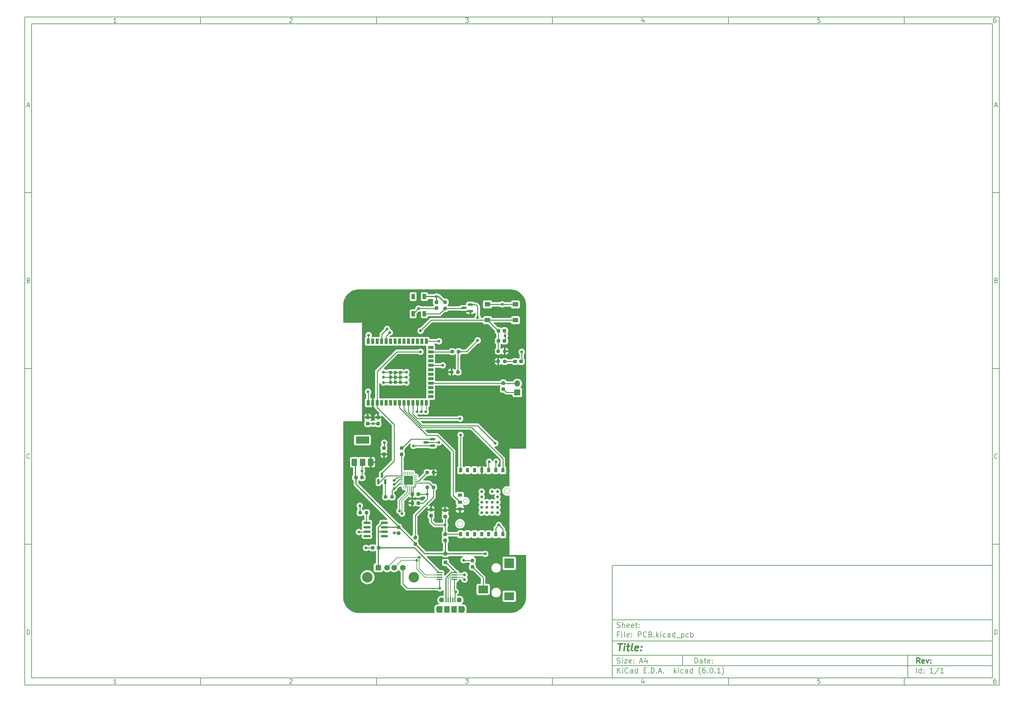
<source format=gbr>
G04 #@! TF.GenerationSoftware,KiCad,Pcbnew,(6.0.1)*
G04 #@! TF.CreationDate,2022-03-03T18:34:41-08:00*
G04 #@! TF.ProjectId,PCB,5043422e-6b69-4636-9164-5f7063625858,rev?*
G04 #@! TF.SameCoordinates,Original*
G04 #@! TF.FileFunction,Copper,L1,Top*
G04 #@! TF.FilePolarity,Positive*
%FSLAX46Y46*%
G04 Gerber Fmt 4.6, Leading zero omitted, Abs format (unit mm)*
G04 Created by KiCad (PCBNEW (6.0.1)) date 2022-03-03 18:34:41*
%MOMM*%
%LPD*%
G01*
G04 APERTURE LIST*
G04 Aperture macros list*
%AMRoundRect*
0 Rectangle with rounded corners*
0 $1 Rounding radius*
0 $2 $3 $4 $5 $6 $7 $8 $9 X,Y pos of 4 corners*
0 Add a 4 corners polygon primitive as box body*
4,1,4,$2,$3,$4,$5,$6,$7,$8,$9,$2,$3,0*
0 Add four circle primitives for the rounded corners*
1,1,$1+$1,$2,$3*
1,1,$1+$1,$4,$5*
1,1,$1+$1,$6,$7*
1,1,$1+$1,$8,$9*
0 Add four rect primitives between the rounded corners*
20,1,$1+$1,$2,$3,$4,$5,0*
20,1,$1+$1,$4,$5,$6,$7,0*
20,1,$1+$1,$6,$7,$8,$9,0*
20,1,$1+$1,$8,$9,$2,$3,0*%
G04 Aperture macros list end*
%ADD10C,0.100000*%
%ADD11C,0.150000*%
%ADD12C,0.300000*%
%ADD13C,0.400000*%
G04 #@! TA.AperFunction,EtchedComponent*
%ADD14C,0.100000*%
G04 #@! TD*
G04 #@! TA.AperFunction,SMDPad,CuDef*
%ADD15RoundRect,0.237500X0.300000X0.237500X-0.300000X0.237500X-0.300000X-0.237500X0.300000X-0.237500X0*%
G04 #@! TD*
G04 #@! TA.AperFunction,SMDPad,CuDef*
%ADD16RoundRect,0.237500X-0.300000X-0.237500X0.300000X-0.237500X0.300000X0.237500X-0.300000X0.237500X0*%
G04 #@! TD*
G04 #@! TA.AperFunction,SMDPad,CuDef*
%ADD17RoundRect,0.150000X0.587500X0.150000X-0.587500X0.150000X-0.587500X-0.150000X0.587500X-0.150000X0*%
G04 #@! TD*
G04 #@! TA.AperFunction,SMDPad,CuDef*
%ADD18RoundRect,0.237500X-0.237500X0.300000X-0.237500X-0.300000X0.237500X-0.300000X0.237500X0.300000X0*%
G04 #@! TD*
G04 #@! TA.AperFunction,SMDPad,CuDef*
%ADD19RoundRect,0.237500X0.237500X-0.250000X0.237500X0.250000X-0.237500X0.250000X-0.237500X-0.250000X0*%
G04 #@! TD*
G04 #@! TA.AperFunction,ComponentPad*
%ADD20R,1.600000X1.500000*%
G04 #@! TD*
G04 #@! TA.AperFunction,ComponentPad*
%ADD21C,1.600000*%
G04 #@! TD*
G04 #@! TA.AperFunction,ComponentPad*
%ADD22C,3.000000*%
G04 #@! TD*
G04 #@! TA.AperFunction,SMDPad,CuDef*
%ADD23RoundRect,0.237500X-0.250000X-0.237500X0.250000X-0.237500X0.250000X0.237500X-0.250000X0.237500X0*%
G04 #@! TD*
G04 #@! TA.AperFunction,SMDPad,CuDef*
%ADD24RoundRect,0.237500X0.250000X0.237500X-0.250000X0.237500X-0.250000X-0.237500X0.250000X-0.237500X0*%
G04 #@! TD*
G04 #@! TA.AperFunction,SMDPad,CuDef*
%ADD25R,1.550000X1.300000*%
G04 #@! TD*
G04 #@! TA.AperFunction,SMDPad,CuDef*
%ADD26RoundRect,0.100000X0.712500X0.100000X-0.712500X0.100000X-0.712500X-0.100000X0.712500X-0.100000X0*%
G04 #@! TD*
G04 #@! TA.AperFunction,SMDPad,CuDef*
%ADD27R,1.000000X1.000000*%
G04 #@! TD*
G04 #@! TA.AperFunction,SMDPad,CuDef*
%ADD28R,1.500000X2.000000*%
G04 #@! TD*
G04 #@! TA.AperFunction,SMDPad,CuDef*
%ADD29R,3.800000X2.000000*%
G04 #@! TD*
G04 #@! TA.AperFunction,SMDPad,CuDef*
%ADD30R,1.270000X0.889000*%
G04 #@! TD*
G04 #@! TA.AperFunction,SMDPad,CuDef*
%ADD31R,0.889000X1.270000*%
G04 #@! TD*
G04 #@! TA.AperFunction,SMDPad,CuDef*
%ADD32C,0.813001*%
G04 #@! TD*
G04 #@! TA.AperFunction,SMDPad,CuDef*
%ADD33RoundRect,0.062500X0.062500X-0.350000X0.062500X0.350000X-0.062500X0.350000X-0.062500X-0.350000X0*%
G04 #@! TD*
G04 #@! TA.AperFunction,SMDPad,CuDef*
%ADD34RoundRect,0.062500X0.350000X-0.062500X0.350000X0.062500X-0.350000X0.062500X-0.350000X-0.062500X0*%
G04 #@! TD*
G04 #@! TA.AperFunction,SMDPad,CuDef*
%ADD35R,2.600000X2.600000*%
G04 #@! TD*
G04 #@! TA.AperFunction,SMDPad,CuDef*
%ADD36RoundRect,0.237500X0.237500X-0.300000X0.237500X0.300000X-0.237500X0.300000X-0.237500X-0.300000X0*%
G04 #@! TD*
G04 #@! TA.AperFunction,SMDPad,CuDef*
%ADD37R,0.900000X1.500000*%
G04 #@! TD*
G04 #@! TA.AperFunction,SMDPad,CuDef*
%ADD38R,1.500000X0.900000*%
G04 #@! TD*
G04 #@! TA.AperFunction,SMDPad,CuDef*
%ADD39R,0.900000X0.900000*%
G04 #@! TD*
G04 #@! TA.AperFunction,SMDPad,CuDef*
%ADD40R,0.400000X1.350000*%
G04 #@! TD*
G04 #@! TA.AperFunction,ComponentPad*
%ADD41O,1.200000X1.900000*%
G04 #@! TD*
G04 #@! TA.AperFunction,SMDPad,CuDef*
%ADD42R,1.200000X1.900000*%
G04 #@! TD*
G04 #@! TA.AperFunction,SMDPad,CuDef*
%ADD43R,1.500000X1.900000*%
G04 #@! TD*
G04 #@! TA.AperFunction,ComponentPad*
%ADD44C,1.450000*%
G04 #@! TD*
G04 #@! TA.AperFunction,SMDPad,CuDef*
%ADD45RoundRect,0.150000X0.150000X-0.587500X0.150000X0.587500X-0.150000X0.587500X-0.150000X-0.587500X0*%
G04 #@! TD*
G04 #@! TA.AperFunction,SMDPad,CuDef*
%ADD46RoundRect,0.150000X-0.825000X-0.150000X0.825000X-0.150000X0.825000X0.150000X-0.825000X0.150000X0*%
G04 #@! TD*
G04 #@! TA.AperFunction,SMDPad,CuDef*
%ADD47R,2.800000X2.200000*%
G04 #@! TD*
G04 #@! TA.AperFunction,SMDPad,CuDef*
%ADD48R,2.800000X2.800000*%
G04 #@! TD*
G04 #@! TA.AperFunction,SMDPad,CuDef*
%ADD49R,1.000000X1.500000*%
G04 #@! TD*
G04 #@! TA.AperFunction,ComponentPad*
%ADD50R,1.700000X1.700000*%
G04 #@! TD*
G04 #@! TA.AperFunction,ComponentPad*
%ADD51O,1.700000X1.700000*%
G04 #@! TD*
G04 #@! TA.AperFunction,ViaPad*
%ADD52C,0.800000*%
G04 #@! TD*
G04 #@! TA.AperFunction,Conductor*
%ADD53C,0.250000*%
G04 #@! TD*
G04 #@! TA.AperFunction,Conductor*
%ADD54C,0.350000*%
G04 #@! TD*
G04 #@! TA.AperFunction,Conductor*
%ADD55C,0.200000*%
G04 #@! TD*
G04 APERTURE END LIST*
D10*
D11*
X177002200Y-166007200D02*
X177002200Y-198007200D01*
X285002200Y-198007200D01*
X285002200Y-166007200D01*
X177002200Y-166007200D01*
D10*
D11*
X10000000Y-10000000D02*
X10000000Y-200007200D01*
X287002200Y-200007200D01*
X287002200Y-10000000D01*
X10000000Y-10000000D01*
D10*
D11*
X12000000Y-12000000D02*
X12000000Y-198007200D01*
X285002200Y-198007200D01*
X285002200Y-12000000D01*
X12000000Y-12000000D01*
D10*
D11*
X60000000Y-12000000D02*
X60000000Y-10000000D01*
D10*
D11*
X110000000Y-12000000D02*
X110000000Y-10000000D01*
D10*
D11*
X160000000Y-12000000D02*
X160000000Y-10000000D01*
D10*
D11*
X210000000Y-12000000D02*
X210000000Y-10000000D01*
D10*
D11*
X260000000Y-12000000D02*
X260000000Y-10000000D01*
D10*
D11*
X36065476Y-11588095D02*
X35322619Y-11588095D01*
X35694047Y-11588095D02*
X35694047Y-10288095D01*
X35570238Y-10473809D01*
X35446428Y-10597619D01*
X35322619Y-10659523D01*
D10*
D11*
X85322619Y-10411904D02*
X85384523Y-10350000D01*
X85508333Y-10288095D01*
X85817857Y-10288095D01*
X85941666Y-10350000D01*
X86003571Y-10411904D01*
X86065476Y-10535714D01*
X86065476Y-10659523D01*
X86003571Y-10845238D01*
X85260714Y-11588095D01*
X86065476Y-11588095D01*
D10*
D11*
X135260714Y-10288095D02*
X136065476Y-10288095D01*
X135632142Y-10783333D01*
X135817857Y-10783333D01*
X135941666Y-10845238D01*
X136003571Y-10907142D01*
X136065476Y-11030952D01*
X136065476Y-11340476D01*
X136003571Y-11464285D01*
X135941666Y-11526190D01*
X135817857Y-11588095D01*
X135446428Y-11588095D01*
X135322619Y-11526190D01*
X135260714Y-11464285D01*
D10*
D11*
X185941666Y-10721428D02*
X185941666Y-11588095D01*
X185632142Y-10226190D02*
X185322619Y-11154761D01*
X186127380Y-11154761D01*
D10*
D11*
X236003571Y-10288095D02*
X235384523Y-10288095D01*
X235322619Y-10907142D01*
X235384523Y-10845238D01*
X235508333Y-10783333D01*
X235817857Y-10783333D01*
X235941666Y-10845238D01*
X236003571Y-10907142D01*
X236065476Y-11030952D01*
X236065476Y-11340476D01*
X236003571Y-11464285D01*
X235941666Y-11526190D01*
X235817857Y-11588095D01*
X235508333Y-11588095D01*
X235384523Y-11526190D01*
X235322619Y-11464285D01*
D10*
D11*
X285941666Y-10288095D02*
X285694047Y-10288095D01*
X285570238Y-10350000D01*
X285508333Y-10411904D01*
X285384523Y-10597619D01*
X285322619Y-10845238D01*
X285322619Y-11340476D01*
X285384523Y-11464285D01*
X285446428Y-11526190D01*
X285570238Y-11588095D01*
X285817857Y-11588095D01*
X285941666Y-11526190D01*
X286003571Y-11464285D01*
X286065476Y-11340476D01*
X286065476Y-11030952D01*
X286003571Y-10907142D01*
X285941666Y-10845238D01*
X285817857Y-10783333D01*
X285570238Y-10783333D01*
X285446428Y-10845238D01*
X285384523Y-10907142D01*
X285322619Y-11030952D01*
D10*
D11*
X60000000Y-198007200D02*
X60000000Y-200007200D01*
D10*
D11*
X110000000Y-198007200D02*
X110000000Y-200007200D01*
D10*
D11*
X160000000Y-198007200D02*
X160000000Y-200007200D01*
D10*
D11*
X210000000Y-198007200D02*
X210000000Y-200007200D01*
D10*
D11*
X260000000Y-198007200D02*
X260000000Y-200007200D01*
D10*
D11*
X36065476Y-199595295D02*
X35322619Y-199595295D01*
X35694047Y-199595295D02*
X35694047Y-198295295D01*
X35570238Y-198481009D01*
X35446428Y-198604819D01*
X35322619Y-198666723D01*
D10*
D11*
X85322619Y-198419104D02*
X85384523Y-198357200D01*
X85508333Y-198295295D01*
X85817857Y-198295295D01*
X85941666Y-198357200D01*
X86003571Y-198419104D01*
X86065476Y-198542914D01*
X86065476Y-198666723D01*
X86003571Y-198852438D01*
X85260714Y-199595295D01*
X86065476Y-199595295D01*
D10*
D11*
X135260714Y-198295295D02*
X136065476Y-198295295D01*
X135632142Y-198790533D01*
X135817857Y-198790533D01*
X135941666Y-198852438D01*
X136003571Y-198914342D01*
X136065476Y-199038152D01*
X136065476Y-199347676D01*
X136003571Y-199471485D01*
X135941666Y-199533390D01*
X135817857Y-199595295D01*
X135446428Y-199595295D01*
X135322619Y-199533390D01*
X135260714Y-199471485D01*
D10*
D11*
X185941666Y-198728628D02*
X185941666Y-199595295D01*
X185632142Y-198233390D02*
X185322619Y-199161961D01*
X186127380Y-199161961D01*
D10*
D11*
X236003571Y-198295295D02*
X235384523Y-198295295D01*
X235322619Y-198914342D01*
X235384523Y-198852438D01*
X235508333Y-198790533D01*
X235817857Y-198790533D01*
X235941666Y-198852438D01*
X236003571Y-198914342D01*
X236065476Y-199038152D01*
X236065476Y-199347676D01*
X236003571Y-199471485D01*
X235941666Y-199533390D01*
X235817857Y-199595295D01*
X235508333Y-199595295D01*
X235384523Y-199533390D01*
X235322619Y-199471485D01*
D10*
D11*
X285941666Y-198295295D02*
X285694047Y-198295295D01*
X285570238Y-198357200D01*
X285508333Y-198419104D01*
X285384523Y-198604819D01*
X285322619Y-198852438D01*
X285322619Y-199347676D01*
X285384523Y-199471485D01*
X285446428Y-199533390D01*
X285570238Y-199595295D01*
X285817857Y-199595295D01*
X285941666Y-199533390D01*
X286003571Y-199471485D01*
X286065476Y-199347676D01*
X286065476Y-199038152D01*
X286003571Y-198914342D01*
X285941666Y-198852438D01*
X285817857Y-198790533D01*
X285570238Y-198790533D01*
X285446428Y-198852438D01*
X285384523Y-198914342D01*
X285322619Y-199038152D01*
D10*
D11*
X10000000Y-60000000D02*
X12000000Y-60000000D01*
D10*
D11*
X10000000Y-110000000D02*
X12000000Y-110000000D01*
D10*
D11*
X10000000Y-160000000D02*
X12000000Y-160000000D01*
D10*
D11*
X10690476Y-35216666D02*
X11309523Y-35216666D01*
X10566666Y-35588095D02*
X11000000Y-34288095D01*
X11433333Y-35588095D01*
D10*
D11*
X11092857Y-84907142D02*
X11278571Y-84969047D01*
X11340476Y-85030952D01*
X11402380Y-85154761D01*
X11402380Y-85340476D01*
X11340476Y-85464285D01*
X11278571Y-85526190D01*
X11154761Y-85588095D01*
X10659523Y-85588095D01*
X10659523Y-84288095D01*
X11092857Y-84288095D01*
X11216666Y-84350000D01*
X11278571Y-84411904D01*
X11340476Y-84535714D01*
X11340476Y-84659523D01*
X11278571Y-84783333D01*
X11216666Y-84845238D01*
X11092857Y-84907142D01*
X10659523Y-84907142D01*
D10*
D11*
X11402380Y-135464285D02*
X11340476Y-135526190D01*
X11154761Y-135588095D01*
X11030952Y-135588095D01*
X10845238Y-135526190D01*
X10721428Y-135402380D01*
X10659523Y-135278571D01*
X10597619Y-135030952D01*
X10597619Y-134845238D01*
X10659523Y-134597619D01*
X10721428Y-134473809D01*
X10845238Y-134350000D01*
X11030952Y-134288095D01*
X11154761Y-134288095D01*
X11340476Y-134350000D01*
X11402380Y-134411904D01*
D10*
D11*
X10659523Y-185588095D02*
X10659523Y-184288095D01*
X10969047Y-184288095D01*
X11154761Y-184350000D01*
X11278571Y-184473809D01*
X11340476Y-184597619D01*
X11402380Y-184845238D01*
X11402380Y-185030952D01*
X11340476Y-185278571D01*
X11278571Y-185402380D01*
X11154761Y-185526190D01*
X10969047Y-185588095D01*
X10659523Y-185588095D01*
D10*
D11*
X287002200Y-60000000D02*
X285002200Y-60000000D01*
D10*
D11*
X287002200Y-110000000D02*
X285002200Y-110000000D01*
D10*
D11*
X287002200Y-160000000D02*
X285002200Y-160000000D01*
D10*
D11*
X285692676Y-35216666D02*
X286311723Y-35216666D01*
X285568866Y-35588095D02*
X286002200Y-34288095D01*
X286435533Y-35588095D01*
D10*
D11*
X286095057Y-84907142D02*
X286280771Y-84969047D01*
X286342676Y-85030952D01*
X286404580Y-85154761D01*
X286404580Y-85340476D01*
X286342676Y-85464285D01*
X286280771Y-85526190D01*
X286156961Y-85588095D01*
X285661723Y-85588095D01*
X285661723Y-84288095D01*
X286095057Y-84288095D01*
X286218866Y-84350000D01*
X286280771Y-84411904D01*
X286342676Y-84535714D01*
X286342676Y-84659523D01*
X286280771Y-84783333D01*
X286218866Y-84845238D01*
X286095057Y-84907142D01*
X285661723Y-84907142D01*
D10*
D11*
X286404580Y-135464285D02*
X286342676Y-135526190D01*
X286156961Y-135588095D01*
X286033152Y-135588095D01*
X285847438Y-135526190D01*
X285723628Y-135402380D01*
X285661723Y-135278571D01*
X285599819Y-135030952D01*
X285599819Y-134845238D01*
X285661723Y-134597619D01*
X285723628Y-134473809D01*
X285847438Y-134350000D01*
X286033152Y-134288095D01*
X286156961Y-134288095D01*
X286342676Y-134350000D01*
X286404580Y-134411904D01*
D10*
D11*
X285661723Y-185588095D02*
X285661723Y-184288095D01*
X285971247Y-184288095D01*
X286156961Y-184350000D01*
X286280771Y-184473809D01*
X286342676Y-184597619D01*
X286404580Y-184845238D01*
X286404580Y-185030952D01*
X286342676Y-185278571D01*
X286280771Y-185402380D01*
X286156961Y-185526190D01*
X285971247Y-185588095D01*
X285661723Y-185588095D01*
D10*
D11*
X200434342Y-193785771D02*
X200434342Y-192285771D01*
X200791485Y-192285771D01*
X201005771Y-192357200D01*
X201148628Y-192500057D01*
X201220057Y-192642914D01*
X201291485Y-192928628D01*
X201291485Y-193142914D01*
X201220057Y-193428628D01*
X201148628Y-193571485D01*
X201005771Y-193714342D01*
X200791485Y-193785771D01*
X200434342Y-193785771D01*
X202577200Y-193785771D02*
X202577200Y-193000057D01*
X202505771Y-192857200D01*
X202362914Y-192785771D01*
X202077200Y-192785771D01*
X201934342Y-192857200D01*
X202577200Y-193714342D02*
X202434342Y-193785771D01*
X202077200Y-193785771D01*
X201934342Y-193714342D01*
X201862914Y-193571485D01*
X201862914Y-193428628D01*
X201934342Y-193285771D01*
X202077200Y-193214342D01*
X202434342Y-193214342D01*
X202577200Y-193142914D01*
X203077200Y-192785771D02*
X203648628Y-192785771D01*
X203291485Y-192285771D02*
X203291485Y-193571485D01*
X203362914Y-193714342D01*
X203505771Y-193785771D01*
X203648628Y-193785771D01*
X204720057Y-193714342D02*
X204577200Y-193785771D01*
X204291485Y-193785771D01*
X204148628Y-193714342D01*
X204077200Y-193571485D01*
X204077200Y-193000057D01*
X204148628Y-192857200D01*
X204291485Y-192785771D01*
X204577200Y-192785771D01*
X204720057Y-192857200D01*
X204791485Y-193000057D01*
X204791485Y-193142914D01*
X204077200Y-193285771D01*
X205434342Y-193642914D02*
X205505771Y-193714342D01*
X205434342Y-193785771D01*
X205362914Y-193714342D01*
X205434342Y-193642914D01*
X205434342Y-193785771D01*
X205434342Y-192857200D02*
X205505771Y-192928628D01*
X205434342Y-193000057D01*
X205362914Y-192928628D01*
X205434342Y-192857200D01*
X205434342Y-193000057D01*
D10*
D11*
X177002200Y-194507200D02*
X285002200Y-194507200D01*
D10*
D11*
X178434342Y-196585771D02*
X178434342Y-195085771D01*
X179291485Y-196585771D02*
X178648628Y-195728628D01*
X179291485Y-195085771D02*
X178434342Y-195942914D01*
X179934342Y-196585771D02*
X179934342Y-195585771D01*
X179934342Y-195085771D02*
X179862914Y-195157200D01*
X179934342Y-195228628D01*
X180005771Y-195157200D01*
X179934342Y-195085771D01*
X179934342Y-195228628D01*
X181505771Y-196442914D02*
X181434342Y-196514342D01*
X181220057Y-196585771D01*
X181077200Y-196585771D01*
X180862914Y-196514342D01*
X180720057Y-196371485D01*
X180648628Y-196228628D01*
X180577200Y-195942914D01*
X180577200Y-195728628D01*
X180648628Y-195442914D01*
X180720057Y-195300057D01*
X180862914Y-195157200D01*
X181077200Y-195085771D01*
X181220057Y-195085771D01*
X181434342Y-195157200D01*
X181505771Y-195228628D01*
X182791485Y-196585771D02*
X182791485Y-195800057D01*
X182720057Y-195657200D01*
X182577200Y-195585771D01*
X182291485Y-195585771D01*
X182148628Y-195657200D01*
X182791485Y-196514342D02*
X182648628Y-196585771D01*
X182291485Y-196585771D01*
X182148628Y-196514342D01*
X182077200Y-196371485D01*
X182077200Y-196228628D01*
X182148628Y-196085771D01*
X182291485Y-196014342D01*
X182648628Y-196014342D01*
X182791485Y-195942914D01*
X184148628Y-196585771D02*
X184148628Y-195085771D01*
X184148628Y-196514342D02*
X184005771Y-196585771D01*
X183720057Y-196585771D01*
X183577200Y-196514342D01*
X183505771Y-196442914D01*
X183434342Y-196300057D01*
X183434342Y-195871485D01*
X183505771Y-195728628D01*
X183577200Y-195657200D01*
X183720057Y-195585771D01*
X184005771Y-195585771D01*
X184148628Y-195657200D01*
X186005771Y-195800057D02*
X186505771Y-195800057D01*
X186720057Y-196585771D02*
X186005771Y-196585771D01*
X186005771Y-195085771D01*
X186720057Y-195085771D01*
X187362914Y-196442914D02*
X187434342Y-196514342D01*
X187362914Y-196585771D01*
X187291485Y-196514342D01*
X187362914Y-196442914D01*
X187362914Y-196585771D01*
X188077200Y-196585771D02*
X188077200Y-195085771D01*
X188434342Y-195085771D01*
X188648628Y-195157200D01*
X188791485Y-195300057D01*
X188862914Y-195442914D01*
X188934342Y-195728628D01*
X188934342Y-195942914D01*
X188862914Y-196228628D01*
X188791485Y-196371485D01*
X188648628Y-196514342D01*
X188434342Y-196585771D01*
X188077200Y-196585771D01*
X189577200Y-196442914D02*
X189648628Y-196514342D01*
X189577200Y-196585771D01*
X189505771Y-196514342D01*
X189577200Y-196442914D01*
X189577200Y-196585771D01*
X190220057Y-196157200D02*
X190934342Y-196157200D01*
X190077200Y-196585771D02*
X190577200Y-195085771D01*
X191077200Y-196585771D01*
X191577200Y-196442914D02*
X191648628Y-196514342D01*
X191577200Y-196585771D01*
X191505771Y-196514342D01*
X191577200Y-196442914D01*
X191577200Y-196585771D01*
X194577200Y-196585771D02*
X194577200Y-195085771D01*
X194720057Y-196014342D02*
X195148628Y-196585771D01*
X195148628Y-195585771D02*
X194577200Y-196157200D01*
X195791485Y-196585771D02*
X195791485Y-195585771D01*
X195791485Y-195085771D02*
X195720057Y-195157200D01*
X195791485Y-195228628D01*
X195862914Y-195157200D01*
X195791485Y-195085771D01*
X195791485Y-195228628D01*
X197148628Y-196514342D02*
X197005771Y-196585771D01*
X196720057Y-196585771D01*
X196577200Y-196514342D01*
X196505771Y-196442914D01*
X196434342Y-196300057D01*
X196434342Y-195871485D01*
X196505771Y-195728628D01*
X196577200Y-195657200D01*
X196720057Y-195585771D01*
X197005771Y-195585771D01*
X197148628Y-195657200D01*
X198434342Y-196585771D02*
X198434342Y-195800057D01*
X198362914Y-195657200D01*
X198220057Y-195585771D01*
X197934342Y-195585771D01*
X197791485Y-195657200D01*
X198434342Y-196514342D02*
X198291485Y-196585771D01*
X197934342Y-196585771D01*
X197791485Y-196514342D01*
X197720057Y-196371485D01*
X197720057Y-196228628D01*
X197791485Y-196085771D01*
X197934342Y-196014342D01*
X198291485Y-196014342D01*
X198434342Y-195942914D01*
X199791485Y-196585771D02*
X199791485Y-195085771D01*
X199791485Y-196514342D02*
X199648628Y-196585771D01*
X199362914Y-196585771D01*
X199220057Y-196514342D01*
X199148628Y-196442914D01*
X199077200Y-196300057D01*
X199077200Y-195871485D01*
X199148628Y-195728628D01*
X199220057Y-195657200D01*
X199362914Y-195585771D01*
X199648628Y-195585771D01*
X199791485Y-195657200D01*
X202077200Y-197157200D02*
X202005771Y-197085771D01*
X201862914Y-196871485D01*
X201791485Y-196728628D01*
X201720057Y-196514342D01*
X201648628Y-196157200D01*
X201648628Y-195871485D01*
X201720057Y-195514342D01*
X201791485Y-195300057D01*
X201862914Y-195157200D01*
X202005771Y-194942914D01*
X202077200Y-194871485D01*
X203291485Y-195085771D02*
X203005771Y-195085771D01*
X202862914Y-195157200D01*
X202791485Y-195228628D01*
X202648628Y-195442914D01*
X202577200Y-195728628D01*
X202577200Y-196300057D01*
X202648628Y-196442914D01*
X202720057Y-196514342D01*
X202862914Y-196585771D01*
X203148628Y-196585771D01*
X203291485Y-196514342D01*
X203362914Y-196442914D01*
X203434342Y-196300057D01*
X203434342Y-195942914D01*
X203362914Y-195800057D01*
X203291485Y-195728628D01*
X203148628Y-195657200D01*
X202862914Y-195657200D01*
X202720057Y-195728628D01*
X202648628Y-195800057D01*
X202577200Y-195942914D01*
X204077200Y-196442914D02*
X204148628Y-196514342D01*
X204077200Y-196585771D01*
X204005771Y-196514342D01*
X204077200Y-196442914D01*
X204077200Y-196585771D01*
X205077200Y-195085771D02*
X205220057Y-195085771D01*
X205362914Y-195157200D01*
X205434342Y-195228628D01*
X205505771Y-195371485D01*
X205577200Y-195657200D01*
X205577200Y-196014342D01*
X205505771Y-196300057D01*
X205434342Y-196442914D01*
X205362914Y-196514342D01*
X205220057Y-196585771D01*
X205077200Y-196585771D01*
X204934342Y-196514342D01*
X204862914Y-196442914D01*
X204791485Y-196300057D01*
X204720057Y-196014342D01*
X204720057Y-195657200D01*
X204791485Y-195371485D01*
X204862914Y-195228628D01*
X204934342Y-195157200D01*
X205077200Y-195085771D01*
X206220057Y-196442914D02*
X206291485Y-196514342D01*
X206220057Y-196585771D01*
X206148628Y-196514342D01*
X206220057Y-196442914D01*
X206220057Y-196585771D01*
X207720057Y-196585771D02*
X206862914Y-196585771D01*
X207291485Y-196585771D02*
X207291485Y-195085771D01*
X207148628Y-195300057D01*
X207005771Y-195442914D01*
X206862914Y-195514342D01*
X208220057Y-197157200D02*
X208291485Y-197085771D01*
X208434342Y-196871485D01*
X208505771Y-196728628D01*
X208577200Y-196514342D01*
X208648628Y-196157200D01*
X208648628Y-195871485D01*
X208577200Y-195514342D01*
X208505771Y-195300057D01*
X208434342Y-195157200D01*
X208291485Y-194942914D01*
X208220057Y-194871485D01*
D10*
D11*
X177002200Y-191507200D02*
X285002200Y-191507200D01*
D10*
D12*
X264411485Y-193785771D02*
X263911485Y-193071485D01*
X263554342Y-193785771D02*
X263554342Y-192285771D01*
X264125771Y-192285771D01*
X264268628Y-192357200D01*
X264340057Y-192428628D01*
X264411485Y-192571485D01*
X264411485Y-192785771D01*
X264340057Y-192928628D01*
X264268628Y-193000057D01*
X264125771Y-193071485D01*
X263554342Y-193071485D01*
X265625771Y-193714342D02*
X265482914Y-193785771D01*
X265197200Y-193785771D01*
X265054342Y-193714342D01*
X264982914Y-193571485D01*
X264982914Y-193000057D01*
X265054342Y-192857200D01*
X265197200Y-192785771D01*
X265482914Y-192785771D01*
X265625771Y-192857200D01*
X265697200Y-193000057D01*
X265697200Y-193142914D01*
X264982914Y-193285771D01*
X266197200Y-192785771D02*
X266554342Y-193785771D01*
X266911485Y-192785771D01*
X267482914Y-193642914D02*
X267554342Y-193714342D01*
X267482914Y-193785771D01*
X267411485Y-193714342D01*
X267482914Y-193642914D01*
X267482914Y-193785771D01*
X267482914Y-192857200D02*
X267554342Y-192928628D01*
X267482914Y-193000057D01*
X267411485Y-192928628D01*
X267482914Y-192857200D01*
X267482914Y-193000057D01*
D10*
D11*
X178362914Y-193714342D02*
X178577200Y-193785771D01*
X178934342Y-193785771D01*
X179077200Y-193714342D01*
X179148628Y-193642914D01*
X179220057Y-193500057D01*
X179220057Y-193357200D01*
X179148628Y-193214342D01*
X179077200Y-193142914D01*
X178934342Y-193071485D01*
X178648628Y-193000057D01*
X178505771Y-192928628D01*
X178434342Y-192857200D01*
X178362914Y-192714342D01*
X178362914Y-192571485D01*
X178434342Y-192428628D01*
X178505771Y-192357200D01*
X178648628Y-192285771D01*
X179005771Y-192285771D01*
X179220057Y-192357200D01*
X179862914Y-193785771D02*
X179862914Y-192785771D01*
X179862914Y-192285771D02*
X179791485Y-192357200D01*
X179862914Y-192428628D01*
X179934342Y-192357200D01*
X179862914Y-192285771D01*
X179862914Y-192428628D01*
X180434342Y-192785771D02*
X181220057Y-192785771D01*
X180434342Y-193785771D01*
X181220057Y-193785771D01*
X182362914Y-193714342D02*
X182220057Y-193785771D01*
X181934342Y-193785771D01*
X181791485Y-193714342D01*
X181720057Y-193571485D01*
X181720057Y-193000057D01*
X181791485Y-192857200D01*
X181934342Y-192785771D01*
X182220057Y-192785771D01*
X182362914Y-192857200D01*
X182434342Y-193000057D01*
X182434342Y-193142914D01*
X181720057Y-193285771D01*
X183077200Y-193642914D02*
X183148628Y-193714342D01*
X183077200Y-193785771D01*
X183005771Y-193714342D01*
X183077200Y-193642914D01*
X183077200Y-193785771D01*
X183077200Y-192857200D02*
X183148628Y-192928628D01*
X183077200Y-193000057D01*
X183005771Y-192928628D01*
X183077200Y-192857200D01*
X183077200Y-193000057D01*
X184862914Y-193357200D02*
X185577200Y-193357200D01*
X184720057Y-193785771D02*
X185220057Y-192285771D01*
X185720057Y-193785771D01*
X186862914Y-192785771D02*
X186862914Y-193785771D01*
X186505771Y-192214342D02*
X186148628Y-193285771D01*
X187077200Y-193285771D01*
D10*
D11*
X263434342Y-196585771D02*
X263434342Y-195085771D01*
X264791485Y-196585771D02*
X264791485Y-195085771D01*
X264791485Y-196514342D02*
X264648628Y-196585771D01*
X264362914Y-196585771D01*
X264220057Y-196514342D01*
X264148628Y-196442914D01*
X264077200Y-196300057D01*
X264077200Y-195871485D01*
X264148628Y-195728628D01*
X264220057Y-195657200D01*
X264362914Y-195585771D01*
X264648628Y-195585771D01*
X264791485Y-195657200D01*
X265505771Y-196442914D02*
X265577200Y-196514342D01*
X265505771Y-196585771D01*
X265434342Y-196514342D01*
X265505771Y-196442914D01*
X265505771Y-196585771D01*
X265505771Y-195657200D02*
X265577200Y-195728628D01*
X265505771Y-195800057D01*
X265434342Y-195728628D01*
X265505771Y-195657200D01*
X265505771Y-195800057D01*
X268148628Y-196585771D02*
X267291485Y-196585771D01*
X267720057Y-196585771D02*
X267720057Y-195085771D01*
X267577200Y-195300057D01*
X267434342Y-195442914D01*
X267291485Y-195514342D01*
X269862914Y-195014342D02*
X268577200Y-196942914D01*
X271148628Y-196585771D02*
X270291485Y-196585771D01*
X270720057Y-196585771D02*
X270720057Y-195085771D01*
X270577200Y-195300057D01*
X270434342Y-195442914D01*
X270291485Y-195514342D01*
D10*
D11*
X177002200Y-187507200D02*
X285002200Y-187507200D01*
D10*
D13*
X178714580Y-188211961D02*
X179857438Y-188211961D01*
X179036009Y-190211961D02*
X179286009Y-188211961D01*
X180274104Y-190211961D02*
X180440771Y-188878628D01*
X180524104Y-188211961D02*
X180416961Y-188307200D01*
X180500295Y-188402438D01*
X180607438Y-188307200D01*
X180524104Y-188211961D01*
X180500295Y-188402438D01*
X181107438Y-188878628D02*
X181869342Y-188878628D01*
X181476485Y-188211961D02*
X181262200Y-189926247D01*
X181333628Y-190116723D01*
X181512200Y-190211961D01*
X181702676Y-190211961D01*
X182655057Y-190211961D02*
X182476485Y-190116723D01*
X182405057Y-189926247D01*
X182619342Y-188211961D01*
X184190771Y-190116723D02*
X183988390Y-190211961D01*
X183607438Y-190211961D01*
X183428866Y-190116723D01*
X183357438Y-189926247D01*
X183452676Y-189164342D01*
X183571723Y-188973866D01*
X183774104Y-188878628D01*
X184155057Y-188878628D01*
X184333628Y-188973866D01*
X184405057Y-189164342D01*
X184381247Y-189354819D01*
X183405057Y-189545295D01*
X185155057Y-190021485D02*
X185238390Y-190116723D01*
X185131247Y-190211961D01*
X185047914Y-190116723D01*
X185155057Y-190021485D01*
X185131247Y-190211961D01*
X185286009Y-188973866D02*
X185369342Y-189069104D01*
X185262200Y-189164342D01*
X185178866Y-189069104D01*
X185286009Y-188973866D01*
X185262200Y-189164342D01*
D10*
D11*
X178934342Y-185600057D02*
X178434342Y-185600057D01*
X178434342Y-186385771D02*
X178434342Y-184885771D01*
X179148628Y-184885771D01*
X179720057Y-186385771D02*
X179720057Y-185385771D01*
X179720057Y-184885771D02*
X179648628Y-184957200D01*
X179720057Y-185028628D01*
X179791485Y-184957200D01*
X179720057Y-184885771D01*
X179720057Y-185028628D01*
X180648628Y-186385771D02*
X180505771Y-186314342D01*
X180434342Y-186171485D01*
X180434342Y-184885771D01*
X181791485Y-186314342D02*
X181648628Y-186385771D01*
X181362914Y-186385771D01*
X181220057Y-186314342D01*
X181148628Y-186171485D01*
X181148628Y-185600057D01*
X181220057Y-185457200D01*
X181362914Y-185385771D01*
X181648628Y-185385771D01*
X181791485Y-185457200D01*
X181862914Y-185600057D01*
X181862914Y-185742914D01*
X181148628Y-185885771D01*
X182505771Y-186242914D02*
X182577200Y-186314342D01*
X182505771Y-186385771D01*
X182434342Y-186314342D01*
X182505771Y-186242914D01*
X182505771Y-186385771D01*
X182505771Y-185457200D02*
X182577200Y-185528628D01*
X182505771Y-185600057D01*
X182434342Y-185528628D01*
X182505771Y-185457200D01*
X182505771Y-185600057D01*
X184362914Y-186385771D02*
X184362914Y-184885771D01*
X184934342Y-184885771D01*
X185077200Y-184957200D01*
X185148628Y-185028628D01*
X185220057Y-185171485D01*
X185220057Y-185385771D01*
X185148628Y-185528628D01*
X185077200Y-185600057D01*
X184934342Y-185671485D01*
X184362914Y-185671485D01*
X186720057Y-186242914D02*
X186648628Y-186314342D01*
X186434342Y-186385771D01*
X186291485Y-186385771D01*
X186077200Y-186314342D01*
X185934342Y-186171485D01*
X185862914Y-186028628D01*
X185791485Y-185742914D01*
X185791485Y-185528628D01*
X185862914Y-185242914D01*
X185934342Y-185100057D01*
X186077200Y-184957200D01*
X186291485Y-184885771D01*
X186434342Y-184885771D01*
X186648628Y-184957200D01*
X186720057Y-185028628D01*
X187862914Y-185600057D02*
X188077200Y-185671485D01*
X188148628Y-185742914D01*
X188220057Y-185885771D01*
X188220057Y-186100057D01*
X188148628Y-186242914D01*
X188077200Y-186314342D01*
X187934342Y-186385771D01*
X187362914Y-186385771D01*
X187362914Y-184885771D01*
X187862914Y-184885771D01*
X188005771Y-184957200D01*
X188077200Y-185028628D01*
X188148628Y-185171485D01*
X188148628Y-185314342D01*
X188077200Y-185457200D01*
X188005771Y-185528628D01*
X187862914Y-185600057D01*
X187362914Y-185600057D01*
X188862914Y-186242914D02*
X188934342Y-186314342D01*
X188862914Y-186385771D01*
X188791485Y-186314342D01*
X188862914Y-186242914D01*
X188862914Y-186385771D01*
X189577200Y-186385771D02*
X189577200Y-184885771D01*
X189720057Y-185814342D02*
X190148628Y-186385771D01*
X190148628Y-185385771D02*
X189577200Y-185957200D01*
X190791485Y-186385771D02*
X190791485Y-185385771D01*
X190791485Y-184885771D02*
X190720057Y-184957200D01*
X190791485Y-185028628D01*
X190862914Y-184957200D01*
X190791485Y-184885771D01*
X190791485Y-185028628D01*
X192148628Y-186314342D02*
X192005771Y-186385771D01*
X191720057Y-186385771D01*
X191577200Y-186314342D01*
X191505771Y-186242914D01*
X191434342Y-186100057D01*
X191434342Y-185671485D01*
X191505771Y-185528628D01*
X191577200Y-185457200D01*
X191720057Y-185385771D01*
X192005771Y-185385771D01*
X192148628Y-185457200D01*
X193434342Y-186385771D02*
X193434342Y-185600057D01*
X193362914Y-185457200D01*
X193220057Y-185385771D01*
X192934342Y-185385771D01*
X192791485Y-185457200D01*
X193434342Y-186314342D02*
X193291485Y-186385771D01*
X192934342Y-186385771D01*
X192791485Y-186314342D01*
X192720057Y-186171485D01*
X192720057Y-186028628D01*
X192791485Y-185885771D01*
X192934342Y-185814342D01*
X193291485Y-185814342D01*
X193434342Y-185742914D01*
X194791485Y-186385771D02*
X194791485Y-184885771D01*
X194791485Y-186314342D02*
X194648628Y-186385771D01*
X194362914Y-186385771D01*
X194220057Y-186314342D01*
X194148628Y-186242914D01*
X194077200Y-186100057D01*
X194077200Y-185671485D01*
X194148628Y-185528628D01*
X194220057Y-185457200D01*
X194362914Y-185385771D01*
X194648628Y-185385771D01*
X194791485Y-185457200D01*
X195148628Y-186528628D02*
X196291485Y-186528628D01*
X196648628Y-185385771D02*
X196648628Y-186885771D01*
X196648628Y-185457200D02*
X196791485Y-185385771D01*
X197077200Y-185385771D01*
X197220057Y-185457200D01*
X197291485Y-185528628D01*
X197362914Y-185671485D01*
X197362914Y-186100057D01*
X197291485Y-186242914D01*
X197220057Y-186314342D01*
X197077200Y-186385771D01*
X196791485Y-186385771D01*
X196648628Y-186314342D01*
X198648628Y-186314342D02*
X198505771Y-186385771D01*
X198220057Y-186385771D01*
X198077200Y-186314342D01*
X198005771Y-186242914D01*
X197934342Y-186100057D01*
X197934342Y-185671485D01*
X198005771Y-185528628D01*
X198077200Y-185457200D01*
X198220057Y-185385771D01*
X198505771Y-185385771D01*
X198648628Y-185457200D01*
X199291485Y-186385771D02*
X199291485Y-184885771D01*
X199291485Y-185457200D02*
X199434342Y-185385771D01*
X199720057Y-185385771D01*
X199862914Y-185457200D01*
X199934342Y-185528628D01*
X200005771Y-185671485D01*
X200005771Y-186100057D01*
X199934342Y-186242914D01*
X199862914Y-186314342D01*
X199720057Y-186385771D01*
X199434342Y-186385771D01*
X199291485Y-186314342D01*
D10*
D11*
X177002200Y-181507200D02*
X285002200Y-181507200D01*
D10*
D11*
X178362914Y-183614342D02*
X178577200Y-183685771D01*
X178934342Y-183685771D01*
X179077200Y-183614342D01*
X179148628Y-183542914D01*
X179220057Y-183400057D01*
X179220057Y-183257200D01*
X179148628Y-183114342D01*
X179077200Y-183042914D01*
X178934342Y-182971485D01*
X178648628Y-182900057D01*
X178505771Y-182828628D01*
X178434342Y-182757200D01*
X178362914Y-182614342D01*
X178362914Y-182471485D01*
X178434342Y-182328628D01*
X178505771Y-182257200D01*
X178648628Y-182185771D01*
X179005771Y-182185771D01*
X179220057Y-182257200D01*
X179862914Y-183685771D02*
X179862914Y-182185771D01*
X180505771Y-183685771D02*
X180505771Y-182900057D01*
X180434342Y-182757200D01*
X180291485Y-182685771D01*
X180077200Y-182685771D01*
X179934342Y-182757200D01*
X179862914Y-182828628D01*
X181791485Y-183614342D02*
X181648628Y-183685771D01*
X181362914Y-183685771D01*
X181220057Y-183614342D01*
X181148628Y-183471485D01*
X181148628Y-182900057D01*
X181220057Y-182757200D01*
X181362914Y-182685771D01*
X181648628Y-182685771D01*
X181791485Y-182757200D01*
X181862914Y-182900057D01*
X181862914Y-183042914D01*
X181148628Y-183185771D01*
X183077200Y-183614342D02*
X182934342Y-183685771D01*
X182648628Y-183685771D01*
X182505771Y-183614342D01*
X182434342Y-183471485D01*
X182434342Y-182900057D01*
X182505771Y-182757200D01*
X182648628Y-182685771D01*
X182934342Y-182685771D01*
X183077200Y-182757200D01*
X183148628Y-182900057D01*
X183148628Y-183042914D01*
X182434342Y-183185771D01*
X183577200Y-182685771D02*
X184148628Y-182685771D01*
X183791485Y-182185771D02*
X183791485Y-183471485D01*
X183862914Y-183614342D01*
X184005771Y-183685771D01*
X184148628Y-183685771D01*
X184648628Y-183542914D02*
X184720057Y-183614342D01*
X184648628Y-183685771D01*
X184577200Y-183614342D01*
X184648628Y-183542914D01*
X184648628Y-183685771D01*
X184648628Y-182757200D02*
X184720057Y-182828628D01*
X184648628Y-182900057D01*
X184577200Y-182828628D01*
X184648628Y-182757200D01*
X184648628Y-182900057D01*
D10*
D12*
D10*
D11*
D10*
D11*
D10*
D11*
D10*
D11*
D10*
D11*
X197002200Y-191507200D02*
X197002200Y-194507200D01*
D10*
D11*
X261002200Y-191507200D02*
X261002200Y-198007200D01*
D14*
G04 #@! TO.C,U3*
X134506501Y-154142000D02*
G75*
G03*
X134506501Y-154142000I-800001J0D01*
G01*
X147879501Y-144820000D02*
G75*
G03*
X147879501Y-144820000I-800001J0D01*
G01*
X135894499Y-147678000D02*
G75*
G03*
X135894499Y-147678000I-599999J0D01*
G01*
G04 #@! TD*
D15*
G04 #@! TO.P,D3,1,K*
G04 #@! TO.N,Earth*
X151087500Y-108000000D03*
G04 #@! TO.P,D3,2,A*
G04 #@! TO.N,Net-(D3-Pad2)*
X149362500Y-108000000D03*
G04 #@! TD*
G04 #@! TO.P,C2,1*
G04 #@! TO.N,Earth*
X146362500Y-99250000D03*
G04 #@! TO.P,C2,2*
G04 #@! TO.N,CHIP_PU*
X144637500Y-99250000D03*
G04 #@! TD*
D16*
G04 #@! TO.P,C3,1*
G04 #@! TO.N,CHIP_PU*
X144637500Y-102166666D03*
G04 #@! TO.P,C3,2*
G04 #@! TO.N,Earth*
X146362500Y-102166666D03*
G04 #@! TD*
D17*
G04 #@! TO.P,Q2,1,E*
G04 #@! TO.N,Net-(Q2-Pad1)*
X125937500Y-131950000D03*
G04 #@! TO.P,Q2,2,B*
G04 #@! TO.N,Net-(Q2-Pad2)*
X125937500Y-130050000D03*
G04 #@! TO.P,Q2,3,C*
G04 #@! TO.N,BOOT*
X124062500Y-131000000D03*
G04 #@! TD*
D18*
G04 #@! TO.P,C14,1*
G04 #@! TO.N,3.3V*
X125500000Y-150137500D03*
G04 #@! TO.P,C14,2*
G04 #@! TO.N,Earth*
X125500000Y-151862500D03*
G04 #@! TD*
D19*
G04 #@! TO.P,R10,1*
G04 #@! TO.N,VBUS*
X121000000Y-159912500D03*
G04 #@! TO.P,R10,2*
G04 #@! TO.N,Net-(R10-Pad2)*
X121000000Y-158087500D03*
G04 #@! TD*
D16*
G04 #@! TO.P,C10,1*
G04 #@! TO.N,3.3V*
X120137500Y-145750000D03*
G04 #@! TO.P,C10,2*
G04 #@! TO.N,Earth*
X121862500Y-145750000D03*
G04 #@! TD*
D20*
G04 #@! TO.P,J1,1,VBUS*
G04 #@! TO.N,S4_VBUS*
X110500000Y-166640000D03*
D21*
G04 #@! TO.P,J1,2,D-*
G04 #@! TO.N,ESD_S4_DN*
X113000000Y-166640000D03*
G04 #@! TO.P,J1,3,D+*
G04 #@! TO.N,ESD_S4_DP*
X115000000Y-166640000D03*
G04 #@! TO.P,J1,4,GND*
G04 #@! TO.N,Earth*
X117500000Y-166640000D03*
D22*
G04 #@! TO.P,J1,5,Shield*
G04 #@! TO.N,unconnected-(J1-Pad5)*
X120570000Y-169350000D03*
X107430000Y-169350000D03*
G04 #@! TD*
D23*
G04 #@! TO.P,R2,1*
G04 #@! TO.N,Net-(R2-Pad1)*
X131487500Y-105200000D03*
G04 #@! TO.P,R2,2*
G04 #@! TO.N,Net-(Q1-Pad2)*
X133312500Y-105200000D03*
G04 #@! TD*
D24*
G04 #@! TO.P,R5,1*
G04 #@! TO.N,Net-(Q1-Pad2)*
X133162500Y-111000000D03*
G04 #@! TO.P,R5,2*
G04 #@! TO.N,3.3V*
X131337500Y-111000000D03*
G04 #@! TD*
D25*
G04 #@! TO.P,SW1,1,1*
G04 #@! TO.N,Earth*
X141525000Y-91750000D03*
X149475000Y-91750000D03*
G04 #@! TO.P,SW1,2,2*
G04 #@! TO.N,CHIP_PU*
X141525000Y-96250000D03*
X149475000Y-96250000D03*
G04 #@! TD*
D18*
G04 #@! TO.P,C15,1*
G04 #@! TO.N,3.3V*
X129500000Y-150337500D03*
G04 #@! TO.P,C15,2*
G04 #@! TO.N,Earth*
X129500000Y-152062500D03*
G04 #@! TD*
D16*
G04 #@! TO.P,C1,1*
G04 #@! TO.N,Earth*
X108887500Y-161000000D03*
G04 #@! TO.P,C1,2*
G04 #@! TO.N,S4_VBUS*
X110612500Y-161000000D03*
G04 #@! TD*
D26*
G04 #@! TO.P,U6,1*
G04 #@! TO.N,Earth*
X132112500Y-169975000D03*
G04 #@! TO.P,U6,2*
G04 #@! TO.N,ESD_DP*
X132112500Y-169325000D03*
G04 #@! TO.P,U6,3*
G04 #@! TO.N,ESD_DN*
X132112500Y-168675000D03*
G04 #@! TO.P,U6,4*
G04 #@! TO.N,ESD_VBUS*
X132112500Y-168025000D03*
G04 #@! TO.P,U6,5*
G04 #@! TO.N,S4_VBUS*
X127887500Y-168025000D03*
G04 #@! TO.P,U6,6*
G04 #@! TO.N,ESD_S4_DN*
X127887500Y-168675000D03*
G04 #@! TO.P,U6,7*
G04 #@! TO.N,ESD_S4_DP*
X127887500Y-169325000D03*
G04 #@! TO.P,U6,8*
G04 #@! TO.N,Earth*
X127887500Y-169975000D03*
G04 #@! TD*
D19*
G04 #@! TO.P,R6,1*
G04 #@! TO.N,Net-(J2-PadR)*
X137250000Y-166412500D03*
G04 #@! TO.P,R6,2*
G04 #@! TO.N,Net-(R6-Pad2)*
X137250000Y-164587500D03*
G04 #@! TD*
D27*
G04 #@! TO.P,D2,1,K*
G04 #@! TO.N,ESD_VBUS*
X129600000Y-165150000D03*
G04 #@! TO.P,D2,2,A*
G04 #@! TO.N,VBUS*
X129600000Y-162650000D03*
G04 #@! TD*
D28*
G04 #@! TO.P,U5,1,VI*
G04 #@! TO.N,VBUS*
X103700000Y-136650000D03*
G04 #@! TO.P,U5,2,GND*
G04 #@! TO.N,Earth*
X106000000Y-136650000D03*
G04 #@! TO.P,U5,3,VO*
G04 #@! TO.N,3.3V*
X108300000Y-136650000D03*
D29*
G04 #@! TO.P,U5,4*
G04 #@! TO.N,N/C*
X106000000Y-130350000D03*
G04 #@! TD*
D30*
G04 #@! TO.P,U3,H201,SWDIO*
G04 #@! TO.N,unconnected-(U3-PadH201)*
X133696500Y-146000000D03*
G04 #@! TO.P,U3,H202,~{RESET}*
G04 #@! TO.N,ANT_RST*
X133696500Y-148000000D03*
G04 #@! TO.P,U3,H203,VCC*
G04 #@! TO.N,3.3V*
X133696500Y-150000000D03*
D31*
G04 #@! TO.P,U3,H204,GND*
G04 #@! TO.N,Earth*
X133871500Y-157109001D03*
G04 #@! TO.P,U3,H205,SWDCLK*
G04 #@! TO.N,unconnected-(U3-PadH205)*
X135871500Y-157109001D03*
G04 #@! TO.P,U3,H206,~{SUSPEND}/~{SRDY}*
G04 #@! TO.N,unconnected-(U3-PadH206)*
X137871500Y-157109001D03*
G04 #@! TO.P,U3,H207,SLEEP/~{MRDY}*
G04 #@! TO.N,unconnected-(U3-PadH207)*
X139871500Y-157109001D03*
G04 #@! TO.P,U3,H208,P002/AIN0*
G04 #@! TO.N,unconnected-(U3-PadH208)*
X141871500Y-157109001D03*
G04 #@! TO.P,U3,H209,PORTSEL*
G04 #@! TO.N,Earth*
X143871500Y-157109001D03*
G04 #@! TO.P,U3,H210,BR2*
X145871500Y-157109001D03*
G04 #@! TO.P,U3,H211,TXD0*
G04 #@! TO.N,ANT_TX*
X145871500Y-138900000D03*
G04 #@! TO.P,U3,H212,RXD0*
G04 #@! TO.N,ANT_RX*
X143871500Y-138900000D03*
G04 #@! TO.P,U3,H213,BR1*
G04 #@! TO.N,Earth*
X141871500Y-138900000D03*
G04 #@! TO.P,U3,H214,BR3*
G04 #@! TO.N,3.3V*
X139871500Y-138900000D03*
G04 #@! TO.P,U3,H215,BOOT*
G04 #@! TO.N,unconnected-(U3-PadH215)*
X137871500Y-138900000D03*
G04 #@! TO.P,U3,H216,P031/AIN7*
G04 #@! TO.N,unconnected-(U3-PadH216)*
X135871500Y-138900000D03*
G04 #@! TO.P,U3,H217,RTS*
G04 #@! TO.N,ANT_RTS*
X133871500Y-138900000D03*
D32*
G04 #@! TO.P,U3,P201,NFC2*
G04 #@! TO.N,unconnected-(U3-PadP201)*
X144371500Y-151000000D03*
G04 #@! TO.P,U3,P202,P019*
G04 #@! TO.N,unconnected-(U3-PadP202)*
X144371500Y-149500000D03*
G04 #@! TO.P,U3,P203,P020*
G04 #@! TO.N,unconnected-(U3-PadP203)*
X144371500Y-148000000D03*
G04 #@! TO.P,U3,P204,P022*
G04 #@! TO.N,unconnected-(U3-PadP204)*
X144371500Y-146500000D03*
G04 #@! TO.P,U3,P205,P023*
G04 #@! TO.N,unconnected-(U3-PadP205)*
X144371500Y-145000000D03*
G04 #@! TO.P,U3,P206,NFC1*
G04 #@! TO.N,unconnected-(U3-PadP206)*
X142871500Y-151000000D03*
G04 #@! TO.P,U3,P207,P005/AIN3*
G04 #@! TO.N,unconnected-(U3-PadP207)*
X142871500Y-149500000D03*
G04 #@! TO.P,U3,P208,P018*
G04 #@! TO.N,unconnected-(U3-PadP208)*
X142871500Y-148000000D03*
G04 #@! TO.P,U3,P209,P024*
G04 #@! TO.N,unconnected-(U3-PadP209)*
X142871500Y-145000000D03*
G04 #@! TO.P,U3,P210,P004/AIN2*
G04 #@! TO.N,unconnected-(U3-PadP210)*
X141371500Y-151000000D03*
G04 #@! TO.P,U3,P211,P003/AIN1*
G04 #@! TO.N,unconnected-(U3-PadP211)*
X141371500Y-149500000D03*
G04 #@! TO.P,U3,P212,P026*
G04 #@! TO.N,unconnected-(U3-PadP212)*
X141371500Y-148000000D03*
G04 #@! TO.P,U3,P213,P029/AIN5*
G04 #@! TO.N,unconnected-(U3-PadP213)*
X139871500Y-151000000D03*
G04 #@! TO.P,U3,P214,P030/AIN6*
G04 #@! TO.N,unconnected-(U3-PadP214)*
X139871500Y-149500000D03*
G04 #@! TO.P,U3,P215,P028/AIN4*
G04 #@! TO.N,unconnected-(U3-PadP215)*
X139871500Y-148000000D03*
G04 #@! TO.P,U3,P216,P027*
G04 #@! TO.N,unconnected-(U3-PadP216)*
X139871500Y-146500000D03*
G04 #@! TO.P,U3,P217,P025*
G04 #@! TO.N,unconnected-(U3-PadP217)*
X139871500Y-145000000D03*
G04 #@! TD*
D33*
G04 #@! TO.P,U4,1,~{RI}/CLK*
G04 #@! TO.N,unconnected-(U4-Pad1)*
X117812500Y-143687500D03*
G04 #@! TO.P,U4,2,GND*
G04 #@! TO.N,Earth*
X118312500Y-143687500D03*
G04 #@! TO.P,U4,3,D+*
G04 #@! TO.N,ESD_DP*
X118812500Y-143687500D03*
G04 #@! TO.P,U4,4,D-*
G04 #@! TO.N,ESD_DN*
X119312500Y-143687500D03*
G04 #@! TO.P,U4,5,VIO*
G04 #@! TO.N,3.3V*
X119812500Y-143687500D03*
G04 #@! TO.P,U4,6,VDD*
X120312500Y-143687500D03*
D34*
G04 #@! TO.P,U4,7,VREGIN*
X121000000Y-143000000D03*
G04 #@! TO.P,U4,8,VBUS*
G04 #@! TO.N,Net-(R10-Pad2)*
X121000000Y-142500000D03*
G04 #@! TO.P,U4,9,~{RST}*
G04 #@! TO.N,Net-(R7-Pad2)*
X121000000Y-142000000D03*
G04 #@! TO.P,U4,10,NC*
G04 #@! TO.N,unconnected-(U4-Pad10)*
X121000000Y-141500000D03*
G04 #@! TO.P,U4,11,~{WAKEUP}/GPIO.3*
G04 #@! TO.N,unconnected-(U4-Pad11)*
X121000000Y-141000000D03*
G04 #@! TO.P,U4,12,RS485/GPIO.2*
G04 #@! TO.N,unconnected-(U4-Pad12)*
X121000000Y-140500000D03*
D33*
G04 #@! TO.P,U4,13,~{RXT}/GPIO.1*
G04 #@! TO.N,unconnected-(U4-Pad13)*
X120312500Y-139812500D03*
G04 #@! TO.P,U4,14,~{TXT}/GPIO.0*
G04 #@! TO.N,unconnected-(U4-Pad14)*
X119812500Y-139812500D03*
G04 #@! TO.P,U4,15,~{SUSPEND}*
G04 #@! TO.N,unconnected-(U4-Pad15)*
X119312500Y-139812500D03*
G04 #@! TO.P,U4,16,NC*
G04 #@! TO.N,unconnected-(U4-Pad16)*
X118812500Y-139812500D03*
G04 #@! TO.P,U4,17,SUSPEND*
G04 #@! TO.N,unconnected-(U4-Pad17)*
X118312500Y-139812500D03*
G04 #@! TO.P,U4,18,~{CTS}*
G04 #@! TO.N,unconnected-(U4-Pad18)*
X117812500Y-139812500D03*
D34*
G04 #@! TO.P,U4,19,~{RTS}*
G04 #@! TO.N,Net-(Q3-Pad1)*
X117125000Y-140500000D03*
G04 #@! TO.P,U4,20,RXD*
G04 #@! TO.N,U0_RXD*
X117125000Y-141000000D03*
G04 #@! TO.P,U4,21,TXD*
G04 #@! TO.N,U0_TXD*
X117125000Y-141500000D03*
G04 #@! TO.P,U4,22,~{DSR}*
G04 #@! TO.N,unconnected-(U4-Pad22)*
X117125000Y-142000000D03*
G04 #@! TO.P,U4,23,~{DTR}*
G04 #@! TO.N,Net-(Q2-Pad1)*
X117125000Y-142500000D03*
G04 #@! TO.P,U4,24,~{DCD}*
G04 #@! TO.N,unconnected-(U4-Pad24)*
X117125000Y-143000000D03*
D35*
G04 #@! TO.P,U4,25,GND*
G04 #@! TO.N,Earth*
X119062500Y-141750000D03*
G04 #@! TD*
D36*
G04 #@! TO.P,C11,1*
G04 #@! TO.N,VBUS*
X129500000Y-158862500D03*
G04 #@! TO.P,C11,2*
G04 #@! TO.N,Earth*
X129500000Y-157137500D03*
G04 #@! TD*
D24*
G04 #@! TO.P,R1,1*
G04 #@! TO.N,3.3V*
X146412500Y-105083332D03*
G04 #@! TO.P,R1,2*
G04 #@! TO.N,CHIP_PU*
X144587500Y-105083332D03*
G04 #@! TD*
G04 #@! TO.P,R12,1*
G04 #@! TO.N,Net-(D3-Pad2)*
X146412500Y-108000000D03*
G04 #@! TO.P,R12,2*
G04 #@! TO.N,3.3V*
X144587500Y-108000000D03*
G04 #@! TD*
D18*
G04 #@! TO.P,C5,1*
G04 #@! TO.N,Net-(C5-Pad1)*
X146000000Y-114137500D03*
G04 #@! TO.P,C5,2*
G04 #@! TO.N,Earth*
X146000000Y-115862500D03*
G04 #@! TD*
D37*
G04 #@! TO.P,U1,1,GND*
G04 #@! TO.N,Earth*
X107640000Y-119750000D03*
G04 #@! TO.P,U1,2,3V3*
G04 #@! TO.N,3.3V*
X108910000Y-119750000D03*
G04 #@! TO.P,U1,3,EN*
G04 #@! TO.N,CHIP_PU*
X110180000Y-119750000D03*
G04 #@! TO.P,U1,4,GPIO4/TOUCH4/ADC1_CH3*
G04 #@! TO.N,unconnected-(U1-Pad4)*
X111450000Y-119750000D03*
G04 #@! TO.P,U1,5,GPIO5/TOUCH5/ADC1_CH4*
G04 #@! TO.N,unconnected-(U1-Pad5)*
X112720000Y-119750000D03*
G04 #@! TO.P,U1,6,GPIO6/TOUCH6/ADC1_CH5*
G04 #@! TO.N,unconnected-(U1-Pad6)*
X113990000Y-119750000D03*
G04 #@! TO.P,U1,7,GPIO7/TOUCH7/ADC1_CH6*
G04 #@! TO.N,unconnected-(U1-Pad7)*
X115260000Y-119750000D03*
G04 #@! TO.P,U1,8,GPIO15/U0RTS/ADC2_CH4/XTAL_32K_P*
G04 #@! TO.N,ANT_RST*
X116530000Y-119750000D03*
G04 #@! TO.P,U1,9,GPIO16/U0CTS/ADC2_CH5/XTAL_32K_NH5*
G04 #@! TO.N,ANT_TX*
X117800000Y-119750000D03*
G04 #@! TO.P,U1,10,GPIO17/U1TXD/ADC2_CH6*
G04 #@! TO.N,ANT_RX*
X119070000Y-119750000D03*
G04 #@! TO.P,U1,11,GPIO18/U1RXD/ADC2_CH7/CLK_OUT3*
G04 #@! TO.N,ANT_RTS*
X120340000Y-119750000D03*
G04 #@! TO.P,U1,12,GPIO8/TOUCH8/ADC1_CH7/SUBSPICS1*
G04 #@! TO.N,Net-(R3-Pad2)*
X121610000Y-119750000D03*
G04 #@! TO.P,U1,13,GPIO19/U1RTS/ADC2_CH8/CLK_OUT2/USB_D-*
G04 #@! TO.N,ESD_S4_DN*
X122880000Y-119750000D03*
G04 #@! TO.P,U1,14,GPIO20/U1CTS/ADC2_CH9/CLK_OUT1/USB_D+*
G04 #@! TO.N,ESD_S4_DP*
X124150000Y-119750000D03*
D38*
G04 #@! TO.P,U1,15,GPIO3/TOUCH3/ADC1_CH2*
G04 #@! TO.N,unconnected-(U1-Pad15)*
X125400000Y-117985000D03*
G04 #@! TO.P,U1,16,GPIO46*
G04 #@! TO.N,unconnected-(U1-Pad16)*
X125400000Y-116715000D03*
G04 #@! TO.P,U1,17,GPIO9/TOUCH9/ADC1_CH8/FSPIHD/SUBSPIHD*
G04 #@! TO.N,unconnected-(U1-Pad17)*
X125400000Y-115445000D03*
G04 #@! TO.P,U1,18,GPIO10/TOUCH10/ADC1_CH9/FSPICS0/FSPIIO4/SUBSPICS0*
G04 #@! TO.N,Net-(C5-Pad1)*
X125400000Y-114175000D03*
G04 #@! TO.P,U1,19,GPIO11/TOUCH11/ADC2_CH0/FSPICS0/FSPIIO4/SUBSPICS0*
G04 #@! TO.N,unconnected-(U1-Pad19)*
X125400000Y-112905000D03*
G04 #@! TO.P,U1,20,GPIO12/TOUCH11/ADC2_CH0/FSPICS0/FSPIIO4/SUBSPICS0*
G04 #@! TO.N,unconnected-(U1-Pad20)*
X125400000Y-111635000D03*
G04 #@! TO.P,U1,21,GPIO13/TOUCH13/ADC2_CH2/FSPIQ/FSPIIO7/SUBSPIQ*
G04 #@! TO.N,unconnected-(U1-Pad21)*
X125400000Y-110365000D03*
G04 #@! TO.P,U1,22,GPIO14/TOUCH14/ADC2_CH3/FSPIWP/FSPIDQS/SUBSPIWP*
G04 #@! TO.N,Net-(R6-Pad2)*
X125400000Y-109095000D03*
G04 #@! TO.P,U1,23,GPIO21*
G04 #@! TO.N,unconnected-(U1-Pad23)*
X125400000Y-107825000D03*
G04 #@! TO.P,U1,24,GPIO47/SPICLK_P/SUBSPICLK_P_DIFF*
G04 #@! TO.N,unconnected-(U1-Pad24)*
X125400000Y-106555000D03*
G04 #@! TO.P,U1,25,GPIO48/SPICLK_N/SUBSPICLK_N_DIFF*
G04 #@! TO.N,Net-(R2-Pad1)*
X125400000Y-105285000D03*
G04 #@! TO.P,U1,26,GPIO45*
G04 #@! TO.N,unconnected-(U1-Pad26)*
X125400000Y-104015000D03*
D37*
G04 #@! TO.P,U1,27,GPIO0/BOOT*
G04 #@! TO.N,BOOT*
X124150000Y-102250000D03*
G04 #@! TO.P,U1,28,SPIIO6/GPIO35/FSPID/SUBSPID*
G04 #@! TO.N,unconnected-(U1-Pad28)*
X122880000Y-102250000D03*
G04 #@! TO.P,U1,29,SPIIO7/GPIO36/FSPICLK/SUBSPICLK*
G04 #@! TO.N,unconnected-(U1-Pad29)*
X121610000Y-102250000D03*
G04 #@! TO.P,U1,30,SPIDQS/GPIO37/FSPIQ/SUBSPIQ*
G04 #@! TO.N,unconnected-(U1-Pad30)*
X120340000Y-102250000D03*
G04 #@! TO.P,U1,31,GPIO38/FSPIWP/SUBSPIWP*
G04 #@! TO.N,unconnected-(U1-Pad31)*
X119070000Y-102250000D03*
G04 #@! TO.P,U1,32,MTCK/GPIO39/CLK_OUT3/SUBSPICS1*
G04 #@! TO.N,unconnected-(U1-Pad32)*
X117800000Y-102250000D03*
G04 #@! TO.P,U1,33,MTDO/GPIO40/CLK_OUT2*
G04 #@! TO.N,unconnected-(U1-Pad33)*
X116530000Y-102250000D03*
G04 #@! TO.P,U1,34,MTDI/GPIO41/CLK_OUT1*
G04 #@! TO.N,unconnected-(U1-Pad34)*
X115260000Y-102250000D03*
G04 #@! TO.P,U1,35,MTMS/GPIO42*
G04 #@! TO.N,unconnected-(U1-Pad35)*
X113990000Y-102250000D03*
G04 #@! TO.P,U1,36,U0RXD/GPIO44/CLK_OUT2*
G04 #@! TO.N,U0_RXD*
X112720000Y-102250000D03*
G04 #@! TO.P,U1,37,U0TXD/GPIO43/CLK_OUT1*
G04 #@! TO.N,U0_TXD*
X111450000Y-102250000D03*
G04 #@! TO.P,U1,38,GPIO2/TOUCH2/ADC1_CH1*
G04 #@! TO.N,unconnected-(U1-Pad38)*
X110180000Y-102250000D03*
G04 #@! TO.P,U1,39,GPIO1/TOUCH1/ADC1_CH0*
G04 #@! TO.N,unconnected-(U1-Pad39)*
X108910000Y-102250000D03*
G04 #@! TO.P,U1,40,GND*
G04 #@! TO.N,Earth*
X107640000Y-102250000D03*
D39*
G04 #@! TO.P,U1,41,GND*
X116760000Y-113900000D03*
X116760000Y-112500000D03*
X115360000Y-111100000D03*
X113960000Y-111100000D03*
X115360000Y-112500000D03*
X113960000Y-112500000D03*
X115360000Y-113900000D03*
X116760000Y-111100000D03*
X113960000Y-113900000D03*
G04 #@! TD*
D40*
G04 #@! TO.P,J3,1,VBUS*
G04 #@! TO.N,ESD_VBUS*
X129700000Y-175829500D03*
G04 #@! TO.P,J3,2,D-*
G04 #@! TO.N,ESD_DN*
X130350000Y-175829500D03*
G04 #@! TO.P,J3,3,D+*
G04 #@! TO.N,ESD_DP*
X131000000Y-175829500D03*
G04 #@! TO.P,J3,4,ID*
G04 #@! TO.N,unconnected-(J3-Pad4)*
X131650000Y-175829500D03*
G04 #@! TO.P,J3,5,GND*
G04 #@! TO.N,Earth*
X132300000Y-175829500D03*
D41*
G04 #@! TO.P,J3,6,Shield*
G04 #@! TO.N,unconnected-(J3-Pad6)*
X127500000Y-178529500D03*
D42*
X128100000Y-178529500D03*
X133900000Y-178529500D03*
D43*
X130000000Y-178529500D03*
D41*
X134500000Y-178529500D03*
D44*
X128500000Y-175829500D03*
X133500000Y-175829500D03*
D43*
X132000000Y-178529500D03*
G04 #@! TD*
D19*
G04 #@! TO.P,R4,1*
G04 #@! TO.N,Net-(D1-Pad4)*
X129500000Y-92912500D03*
G04 #@! TO.P,R4,2*
G04 #@! TO.N,VBUS*
X129500000Y-91087500D03*
G04 #@! TD*
D18*
G04 #@! TO.P,C13,1*
G04 #@! TO.N,Earth*
X112100000Y-132637500D03*
G04 #@! TO.P,C13,2*
G04 #@! TO.N,3.3V*
X112100000Y-134362500D03*
G04 #@! TD*
D19*
G04 #@! TO.P,R8,1*
G04 #@! TO.N,Net-(Q3-Pad1)*
X117100000Y-134412500D03*
G04 #@! TO.P,R8,2*
G04 #@! TO.N,Net-(Q2-Pad2)*
X117100000Y-132587500D03*
G04 #@! TD*
D24*
G04 #@! TO.P,R11,1*
G04 #@! TO.N,Net-(Q2-Pad1)*
X114412500Y-146500000D03*
G04 #@! TO.P,R11,2*
G04 #@! TO.N,Net-(Q3-Pad2)*
X112587500Y-146500000D03*
G04 #@! TD*
D45*
G04 #@! TO.P,Q3,1,E*
G04 #@! TO.N,Net-(Q3-Pad1)*
X110550000Y-142187500D03*
G04 #@! TO.P,Q3,2,B*
G04 #@! TO.N,Net-(Q3-Pad2)*
X112450000Y-142187500D03*
G04 #@! TO.P,Q3,3,C*
G04 #@! TO.N,CHIP_PU*
X111500000Y-140312500D03*
G04 #@! TD*
D46*
G04 #@! TO.P,U2,1,EN*
G04 #@! TO.N,S4_EN*
X107275000Y-153845000D03*
G04 #@! TO.P,U2,2,FLAG*
G04 #@! TO.N,unconnected-(U2-Pad2)*
X107275000Y-155115000D03*
G04 #@! TO.P,U2,3,GND*
G04 #@! TO.N,Earth*
X107275000Y-156385000D03*
G04 #@! TO.P,U2,4,NC*
G04 #@! TO.N,unconnected-(U2-Pad4)*
X107275000Y-157655000D03*
G04 #@! TO.P,U2,5,NC*
G04 #@! TO.N,unconnected-(U2-Pad5)*
X112225000Y-157655000D03*
G04 #@! TO.P,U2,6,OUT*
G04 #@! TO.N,S4_VBUS*
X112225000Y-156385000D03*
G04 #@! TO.P,U2,7,IN*
G04 #@! TO.N,VBUS*
X112225000Y-155115000D03*
G04 #@! TO.P,U2,8,OUT*
G04 #@! TO.N,S4_VBUS*
X112225000Y-153845000D03*
G04 #@! TD*
D17*
G04 #@! TO.P,Q1,1,G*
G04 #@! TO.N,3.3V*
X136687500Y-93700000D03*
G04 #@! TO.P,Q1,2,S*
G04 #@! TO.N,Net-(Q1-Pad2)*
X136687500Y-91800000D03*
G04 #@! TO.P,Q1,3,D*
G04 #@! TO.N,Net-(D1-Pad4)*
X134812500Y-92750000D03*
G04 #@! TD*
D16*
G04 #@! TO.P,C8,1*
G04 #@! TO.N,3.3V*
X120137500Y-148250000D03*
G04 #@! TO.P,C8,2*
G04 #@! TO.N,Earth*
X121862500Y-148250000D03*
G04 #@! TD*
D24*
G04 #@! TO.P,R7,1*
G04 #@! TO.N,3.3V*
X126212500Y-139600000D03*
G04 #@! TO.P,R7,2*
G04 #@! TO.N,Net-(R7-Pad2)*
X124387500Y-139600000D03*
G04 #@! TD*
G04 #@! TO.P,R3,1*
G04 #@! TO.N,S4_EN*
X107162500Y-151000000D03*
G04 #@! TO.P,R3,2*
G04 #@! TO.N,Net-(R3-Pad2)*
X105337500Y-151000000D03*
G04 #@! TD*
D23*
G04 #@! TO.P,R9,1*
G04 #@! TO.N,Earth*
X124387500Y-143750000D03*
G04 #@! TO.P,R9,2*
G04 #@! TO.N,Net-(R10-Pad2)*
X126212500Y-143750000D03*
G04 #@! TD*
D47*
G04 #@! TO.P,J2,R*
G04 #@! TO.N,Net-(J2-PadR)*
X140300000Y-172800000D03*
G04 #@! TO.P,J2,S*
G04 #@! TO.N,unconnected-(J2-PadS)*
X147700000Y-174800000D03*
D48*
G04 #@! TO.P,J2,T*
G04 #@! TO.N,unconnected-(J2-PadT)*
X147700000Y-165400000D03*
G04 #@! TD*
D49*
G04 #@! TO.P,D1,1,VDD*
G04 #@! TO.N,VBUS*
X123600000Y-89550000D03*
G04 #@! TO.P,D1,2,DOUT*
G04 #@! TO.N,unconnected-(D1-Pad2)*
X120400000Y-89550000D03*
G04 #@! TO.P,D1,3,VSS*
G04 #@! TO.N,Earth*
X120400000Y-94450000D03*
G04 #@! TO.P,D1,4,DIN*
G04 #@! TO.N,Net-(D1-Pad4)*
X123600000Y-94450000D03*
G04 #@! TD*
D36*
G04 #@! TO.P,C4,1*
G04 #@! TO.N,Earth*
X127000000Y-92862500D03*
G04 #@! TO.P,C4,2*
G04 #@! TO.N,VBUS*
X127000000Y-91137500D03*
G04 #@! TD*
D15*
G04 #@! TO.P,C12,1*
G04 #@! TO.N,Earth*
X105862500Y-141000000D03*
G04 #@! TO.P,C12,2*
G04 #@! TO.N,VBUS*
X104137500Y-141000000D03*
G04 #@! TD*
D36*
G04 #@! TO.P,C9,1*
G04 #@! TO.N,Earth*
X116250000Y-156862500D03*
G04 #@! TO.P,C9,2*
G04 #@! TO.N,VBUS*
X116250000Y-155137500D03*
G04 #@! TD*
D18*
G04 #@! TO.P,C6,1*
G04 #@! TO.N,3.3V*
X110400000Y-123937500D03*
G04 #@! TO.P,C6,2*
G04 #@! TO.N,Earth*
X110400000Y-125662500D03*
G04 #@! TD*
G04 #@! TO.P,C7,1*
G04 #@! TO.N,3.3V*
X107500000Y-123937500D03*
G04 #@! TO.P,C7,2*
G04 #@! TO.N,Earth*
X107500000Y-125662500D03*
G04 #@! TD*
D50*
G04 #@! TO.P,SW2,1,1*
G04 #@! TO.N,Earth*
X150000000Y-116775000D03*
D51*
G04 #@! TO.P,SW2,2,2*
G04 #@! TO.N,Net-(C5-Pad1)*
X150000000Y-114235000D03*
G04 #@! TD*
D52*
G04 #@! TO.N,Net-(Q1-Pad2)*
X138750000Y-95500000D03*
X138750000Y-102000000D03*
G04 #@! TO.N,CHIP_PU*
X122500000Y-99250000D03*
X122500000Y-105250000D03*
G04 #@! TO.N,Net-(Q2-Pad1)*
X120500000Y-132000000D03*
X115000000Y-144100000D03*
G04 #@! TO.N,VBUS*
X127000000Y-89500000D03*
X140900000Y-162700000D03*
G04 #@! TO.N,Earth*
X118500000Y-114000000D03*
X121925000Y-92925000D03*
X115000000Y-156750000D03*
X112000000Y-114000000D03*
X151250000Y-105250000D03*
X132500000Y-173500000D03*
X128000000Y-172500000D03*
X119112500Y-141900000D03*
X107600000Y-116600000D03*
X118500000Y-111000000D03*
X146500000Y-100700000D03*
X105000000Y-156500000D03*
X145750000Y-91750000D03*
X112000000Y-111000000D03*
X124449500Y-145750000D03*
X107750000Y-100500000D03*
X112000000Y-112500000D03*
X144750000Y-154500000D03*
X142000000Y-136500000D03*
X129500000Y-154500000D03*
X107000000Y-161000000D03*
X112200000Y-131100000D03*
X109000000Y-125700000D03*
X105900000Y-139100000D03*
X118500000Y-112500000D03*
G04 #@! TO.N,BOOT*
X127750000Y-131000000D03*
X127750000Y-102250000D03*
G04 #@! TO.N,ESD_DP*
X116500000Y-150500000D03*
X135000000Y-170000000D03*
G04 #@! TO.N,ESD_DN*
X135000000Y-168675000D03*
X117250000Y-151250000D03*
G04 #@! TO.N,ESD_S4_DP*
X121402487Y-164493475D03*
X124000000Y-122250000D03*
G04 #@! TO.N,ESD_S4_DN*
X122100000Y-163700000D03*
X122750000Y-122250000D03*
G04 #@! TO.N,U0_RXD*
X113750000Y-99750000D03*
X115000000Y-141840938D03*
G04 #@! TO.N,U0_TXD*
X115000000Y-142970469D03*
X113000000Y-98750000D03*
G04 #@! TO.N,ANT_RX*
X144000000Y-136500000D03*
X143750000Y-131250000D03*
G04 #@! TO.N,ANT_RTS*
X133871500Y-128871500D03*
X133750000Y-124250000D03*
G04 #@! TO.N,Net-(R3-Pad2)*
X121500000Y-122250000D03*
X105250000Y-149000000D03*
G04 #@! TO.N,Net-(R6-Pad2)*
X128800000Y-109100000D03*
X134750000Y-164500000D03*
G04 #@! TD*
D53*
G04 #@! TO.N,Net-(Q1-Pad2)*
X133312500Y-105200000D02*
X135550000Y-105200000D01*
X136687500Y-91800000D02*
X138200000Y-91800000D01*
X133162500Y-111000000D02*
X133162500Y-105350000D01*
X138200000Y-91800000D02*
X138750000Y-92350000D01*
X138750000Y-92350000D02*
X138750000Y-95500000D01*
X135550000Y-105200000D02*
X138750000Y-102000000D01*
G04 #@! TO.N,3.3V*
X119812500Y-143687500D02*
X119812500Y-145425000D01*
X120312500Y-143687500D02*
X120812500Y-143687500D01*
X120312500Y-143687500D02*
X120312500Y-145575000D01*
X120137500Y-145750000D02*
X120137500Y-148250000D01*
X121000000Y-143500000D02*
X121000000Y-143000000D01*
X120812500Y-143687500D02*
X121000000Y-143500000D01*
G04 #@! TO.N,CHIP_PU*
X110180000Y-110820000D02*
X115750000Y-105250000D01*
X115000000Y-136250000D02*
X115000000Y-125900000D01*
X144637500Y-102166666D02*
X144637500Y-99250000D01*
X144525000Y-99250000D02*
X141525000Y-96250000D01*
X115750000Y-105250000D02*
X122500000Y-105250000D01*
X111500000Y-139750000D02*
X115000000Y-136250000D01*
X144587500Y-105083332D02*
X144587500Y-102216666D01*
X141525000Y-96250000D02*
X125500000Y-96250000D01*
X125500000Y-96250000D02*
X122500000Y-99250000D01*
X141525000Y-96250000D02*
X149475000Y-96250000D01*
X110180000Y-119750000D02*
X110180000Y-110820000D01*
X110180000Y-121080000D02*
X110180000Y-119750000D01*
X115000000Y-125900000D02*
X110180000Y-121080000D01*
G04 #@! TO.N,Net-(Q2-Pad1)*
X120500000Y-132000000D02*
X120550000Y-131950000D01*
X115000000Y-144100000D02*
X115065172Y-144100000D01*
X120550000Y-131950000D02*
X125937500Y-131950000D01*
X115065172Y-144100000D02*
X116665172Y-142500000D01*
X116665172Y-142500000D02*
X117125000Y-142500000D01*
X115000000Y-144100000D02*
X114412500Y-144687500D01*
X114412500Y-144687500D02*
X114412500Y-146500000D01*
G04 #@! TO.N,Net-(Q3-Pad2)*
X112450000Y-142187500D02*
X112450000Y-146362500D01*
D54*
G04 #@! TO.N,VBUS*
X104137500Y-141000000D02*
X104137500Y-142887500D01*
X104000000Y-140862500D02*
X104000000Y-137050000D01*
X110975480Y-149725480D02*
X110991006Y-149725480D01*
X140850000Y-162650000D02*
X129600000Y-162650000D01*
X127000000Y-91137500D02*
X127000000Y-89500000D01*
X123737500Y-162650000D02*
X121000000Y-159912500D01*
X126950000Y-89550000D02*
X123600000Y-89550000D01*
X127000000Y-89500000D02*
X127662500Y-89500000D01*
X111349520Y-150083994D02*
X111349520Y-150099520D01*
X110991006Y-149725480D02*
X111349520Y-150083994D01*
X129600000Y-158962500D02*
X129600000Y-162650000D01*
X140900000Y-162700000D02*
X140850000Y-162650000D01*
X127000000Y-89500000D02*
X126950000Y-89550000D01*
X129600000Y-162650000D02*
X123737500Y-162650000D01*
X112225000Y-155115000D02*
X116227500Y-155115000D01*
X111349520Y-150099520D02*
X121000000Y-159750000D01*
X127662500Y-89500000D02*
X129500000Y-91337500D01*
X104137500Y-142887500D02*
X110975480Y-149725480D01*
D53*
G04 #@! TO.N,Net-(R10-Pad2)*
X121000000Y-151750000D02*
X121000000Y-158087500D01*
X121000000Y-142500000D02*
X124912500Y-142500000D01*
X126162500Y-146587500D02*
X121000000Y-151750000D01*
X126162500Y-143750000D02*
X126162500Y-146587500D01*
X124912500Y-142500000D02*
X126162500Y-143750000D01*
G04 #@! TO.N,Earth*
X141871500Y-136628500D02*
X142000000Y-136500000D01*
X105862500Y-139137500D02*
X105900000Y-139100000D01*
X127887500Y-169975000D02*
X127887500Y-172387500D01*
X132500000Y-173500000D02*
X132300000Y-173700000D01*
X129500000Y-154500000D02*
X129500000Y-152562500D01*
X121925000Y-92925000D02*
X126562500Y-92925000D01*
X132112500Y-173112500D02*
X132500000Y-173500000D01*
X105900000Y-139100000D02*
X105900000Y-136750000D01*
X146583334Y-100783334D02*
X146583334Y-102166666D01*
X107750000Y-100500000D02*
X107640000Y-100610000D01*
X132112500Y-169975000D02*
X132112500Y-173112500D01*
X132300000Y-173700000D02*
X132300000Y-175829500D01*
X108962500Y-125662500D02*
X107500000Y-125662500D01*
X113810000Y-113900000D02*
X113810000Y-111100000D01*
X109000000Y-125700000D02*
X108962500Y-125662500D01*
X116610000Y-113900000D02*
X116610000Y-111100000D01*
X113810000Y-112500000D02*
X116610000Y-112500000D01*
X124449500Y-145750000D02*
X124449500Y-143862000D01*
X145871500Y-157109001D02*
X145871500Y-155621500D01*
X107640000Y-116640000D02*
X107600000Y-116600000D01*
X129500000Y-152562500D02*
X130000000Y-152062500D01*
X112200000Y-131100000D02*
X112200000Y-132737500D01*
X107640000Y-100610000D02*
X107640000Y-102250000D01*
X143871500Y-155378500D02*
X144750000Y-154500000D01*
X109037500Y-125662500D02*
X109000000Y-125700000D01*
X105000000Y-156500000D02*
X107160000Y-156500000D01*
X124449500Y-145750000D02*
X124449500Y-147050500D01*
X117500000Y-166640000D02*
X117500000Y-171250000D01*
X146500000Y-100700000D02*
X146583334Y-100783334D01*
X112000000Y-111000000D02*
X113710000Y-111000000D01*
X129500000Y-154500000D02*
X126500000Y-154500000D01*
X105900000Y-136750000D02*
X106000000Y-136650000D01*
X146912500Y-116775000D02*
X150000000Y-116775000D01*
X146500000Y-100700000D02*
X146500000Y-99250000D01*
X129528499Y-157109001D02*
X133871500Y-157109001D01*
X118500000Y-114000000D02*
X116710000Y-114000000D01*
X151250000Y-105250000D02*
X151250000Y-107837500D01*
X142025000Y-91750000D02*
X145750000Y-91750000D01*
X143871500Y-157109001D02*
X143871500Y-155378500D01*
X118750000Y-172500000D02*
X128000000Y-172500000D01*
X113810000Y-113900000D02*
X116610000Y-113900000D01*
X113810000Y-111100000D02*
X116610000Y-111100000D01*
X110400000Y-125662500D02*
X109037500Y-125662500D01*
X105862500Y-141000000D02*
X105862500Y-139137500D01*
X107640000Y-119750000D02*
X107640000Y-116640000D01*
X115000000Y-156750000D02*
X116137500Y-156750000D01*
X124449500Y-145750000D02*
X121862500Y-145750000D01*
X123250000Y-148250000D02*
X121862500Y-148250000D01*
X129500000Y-157137500D02*
X129500000Y-154500000D01*
X107000000Y-161000000D02*
X108887500Y-161000000D01*
X118500000Y-112500000D02*
X116610000Y-112500000D01*
X124449500Y-147050500D02*
X123250000Y-148250000D01*
X126500000Y-154500000D02*
X125500000Y-153500000D01*
X125500000Y-153500000D02*
X125500000Y-151862500D01*
X127887500Y-172387500D02*
X128000000Y-172500000D01*
X121925000Y-92925000D02*
X120400000Y-94450000D01*
X112000000Y-114000000D02*
X113710000Y-114000000D01*
X146000000Y-115862500D02*
X146912500Y-116775000D01*
X145871500Y-155621500D02*
X144750000Y-154500000D01*
X117500000Y-171250000D02*
X118750000Y-172500000D01*
X112000000Y-112500000D02*
X113810000Y-112500000D01*
X118500000Y-111000000D02*
X116710000Y-111000000D01*
X115210000Y-111100000D02*
X115210000Y-113900000D01*
X145750000Y-91750000D02*
X149975000Y-91750000D01*
X141871500Y-138900000D02*
X141871500Y-136628500D01*
X118312500Y-142700000D02*
X118312500Y-143687500D01*
G04 #@! TO.N,Net-(Q3-Pad1)*
X112728928Y-140500000D02*
X117000000Y-140500000D01*
X117100000Y-140475000D02*
X117125000Y-140500000D01*
X110550000Y-142187500D02*
X111041428Y-142187500D01*
X117100000Y-134412500D02*
X117100000Y-140475000D01*
X111041428Y-142187500D02*
X112728928Y-140500000D01*
G04 #@! TO.N,Net-(Q2-Pad2)*
X117100000Y-132800000D02*
X119850000Y-130050000D01*
X119850000Y-130050000D02*
X125937500Y-130050000D01*
G04 #@! TO.N,Net-(R7-Pad2)*
X121000000Y-142000000D02*
X121987500Y-142000000D01*
X121987500Y-142000000D02*
X124387500Y-139600000D01*
G04 #@! TO.N,Net-(J2-PadR)*
X140300000Y-172800000D02*
X140300000Y-169462500D01*
X140300000Y-169462500D02*
X137250000Y-166412500D01*
G04 #@! TO.N,Net-(D1-Pad4)*
X127962500Y-94450000D02*
X129500000Y-92912500D01*
X129500000Y-92912500D02*
X134650000Y-92912500D01*
X123600000Y-94450000D02*
X127962500Y-94450000D01*
G04 #@! TO.N,S4_EN*
X107162500Y-151000000D02*
X107162500Y-153732500D01*
G04 #@! TO.N,BOOT*
X124150000Y-102250000D02*
X127750000Y-102250000D01*
X124062500Y-131000000D02*
X127750000Y-131000000D01*
D54*
G04 #@! TO.N,S4_VBUS*
X112225000Y-156385000D02*
X110615000Y-156385000D01*
X110500000Y-166640000D02*
X110500000Y-155123217D01*
X110612500Y-161000000D02*
X120750000Y-161000000D01*
X110500000Y-155123217D02*
X111778217Y-153845000D01*
X120750000Y-161000000D02*
X127750000Y-168000000D01*
G04 #@! TO.N,ESD_VBUS*
X129737500Y-165150000D02*
X132612500Y-168025000D01*
X129700000Y-175829500D02*
X129700000Y-169603928D01*
X129700000Y-169603928D02*
X131278928Y-168025000D01*
X131278928Y-168025000D02*
X132112500Y-168025000D01*
D55*
G04 #@! TO.N,ESD_DP*
X131384994Y-169325000D02*
X132112500Y-169325000D01*
X132112500Y-169325000D02*
X134325000Y-169325000D01*
X131000000Y-169709994D02*
X131384994Y-169325000D01*
X134325000Y-169325000D02*
X135000000Y-170000000D01*
X118812500Y-145187500D02*
X118812500Y-143687500D01*
X116500000Y-150500000D02*
X116500000Y-147500000D01*
X131000000Y-175829500D02*
X131000000Y-169709994D01*
X116500000Y-147500000D02*
X118812500Y-145187500D01*
G04 #@! TO.N,ESD_DN*
X119300480Y-145449520D02*
X119300480Y-143699520D01*
X130350000Y-175829500D02*
X130350000Y-169709994D01*
X117250000Y-147500000D02*
X119300480Y-145449520D01*
X117250000Y-151250000D02*
X117250000Y-147500000D01*
X130350000Y-169709994D02*
X131384994Y-168675000D01*
X132112500Y-168675000D02*
X135000000Y-168675000D01*
X131384994Y-168675000D02*
X132112500Y-168675000D01*
G04 #@! TO.N,ESD_S4_DP*
X121402487Y-164493475D02*
X121395962Y-164500000D01*
X123707447Y-169325000D02*
X128387500Y-169325000D01*
X121395962Y-164500000D02*
X117140000Y-164500000D01*
X124150000Y-122100000D02*
X124000000Y-122250000D01*
X121402487Y-164493475D02*
X121402487Y-167020040D01*
X121402487Y-167020040D02*
X123707447Y-169325000D01*
X117140000Y-164500000D02*
X115000000Y-166640000D01*
X124150000Y-119750000D02*
X124150000Y-122100000D01*
G04 #@! TO.N,ESD_S4_DN*
X122100000Y-163700000D02*
X122050000Y-163750000D01*
X122100000Y-163700000D02*
X122101987Y-163701987D01*
X123875000Y-168675000D02*
X128387500Y-168675000D01*
X122101987Y-163701987D02*
X122101987Y-166901987D01*
X122101987Y-166901987D02*
X123875000Y-168675000D01*
X122880000Y-119750000D02*
X122880000Y-122120000D01*
X122750000Y-122250000D02*
X122900000Y-122100000D01*
X122050000Y-163750000D02*
X115890000Y-163750000D01*
X115890000Y-163750000D02*
X113000000Y-166640000D01*
D53*
G04 #@! TO.N,U0_RXD*
X114946095Y-141840938D02*
X115787033Y-141000000D01*
X112720000Y-102250000D02*
X112720000Y-100780000D01*
X112720000Y-100780000D02*
X113750000Y-99750000D01*
X115787033Y-141000000D02*
X117125000Y-141000000D01*
G04 #@! TO.N,U0_TXD*
X116500000Y-141500000D02*
X117125000Y-141500000D01*
X111450000Y-102250000D02*
X111450000Y-100300000D01*
X115000000Y-143000000D02*
X116500000Y-141500000D01*
X111450000Y-100300000D02*
X113000000Y-98750000D01*
G04 #@! TO.N,ANT_RST*
X131750000Y-146053500D02*
X133696500Y-148000000D01*
X124364282Y-129000000D02*
X127250000Y-129000000D01*
X127250000Y-129000000D02*
X131750000Y-133500000D01*
X116530000Y-119750000D02*
X116530000Y-121165718D01*
X116530000Y-121165718D02*
X124364282Y-129000000D01*
X131750000Y-133500000D02*
X131750000Y-146053500D01*
G04 #@! TO.N,ANT_TX*
X145871500Y-135621500D02*
X145871500Y-138900000D01*
X122750000Y-126750000D02*
X137000000Y-126750000D01*
X117800000Y-119750000D02*
X117800000Y-121800000D01*
X137000000Y-126750000D02*
X145871500Y-135621500D01*
X117800000Y-121800000D02*
X122750000Y-126750000D01*
G04 #@! TO.N,ANT_RX*
X143871500Y-136628500D02*
X144000000Y-136500000D01*
X122885718Y-126250000D02*
X138750000Y-126250000D01*
X119070000Y-122434282D02*
X122885718Y-126250000D01*
X138750000Y-126250000D02*
X143750000Y-131250000D01*
X143871500Y-138900000D02*
X143871500Y-136628500D01*
X119070000Y-119750000D02*
X119070000Y-122434282D01*
G04 #@! TO.N,ANT_RTS*
X120340000Y-123068564D02*
X121521436Y-124250000D01*
X120340000Y-119750000D02*
X120340000Y-123068564D01*
X133871500Y-138900000D02*
X133871500Y-128871500D01*
X121521436Y-124250000D02*
X133750000Y-124250000D01*
G04 #@! TO.N,Net-(C5-Pad1)*
X146097500Y-114235000D02*
X150000000Y-114235000D01*
X125400000Y-114175000D02*
X145962500Y-114175000D01*
G04 #@! TO.N,Net-(D3-Pad2)*
X146412500Y-108000000D02*
X149362500Y-108000000D01*
G04 #@! TO.N,Net-(R2-Pad1)*
X125400000Y-105285000D02*
X131402500Y-105285000D01*
G04 #@! TO.N,Net-(R3-Pad2)*
X121610000Y-119750000D02*
X121610000Y-122140000D01*
X121500000Y-122250000D02*
X121700000Y-122050000D01*
X105250000Y-149000000D02*
X105250000Y-150912500D01*
G04 #@! TO.N,Net-(R6-Pad2)*
X134837500Y-164587500D02*
X137250000Y-164587500D01*
X127600000Y-109100000D02*
X127595000Y-109095000D01*
X127595000Y-109095000D02*
X125400000Y-109095000D01*
X134750000Y-164500000D02*
X134837500Y-164587500D01*
X128800000Y-109100000D02*
X127600000Y-109100000D01*
G04 #@! TD*
G04 #@! TA.AperFunction,Conductor*
G04 #@! TO.N,3.3V*
G36*
X147974347Y-87502071D02*
G01*
X147993829Y-87505104D01*
X148009623Y-87503039D01*
X148039766Y-87501737D01*
X148384613Y-87516793D01*
X148399734Y-87518116D01*
X148648100Y-87550814D01*
X148773886Y-87567374D01*
X148788831Y-87570009D01*
X149157265Y-87651689D01*
X149171921Y-87655615D01*
X149259599Y-87683260D01*
X149531849Y-87769100D01*
X149546113Y-87774292D01*
X149894763Y-87918708D01*
X149908520Y-87925123D01*
X150243263Y-88099379D01*
X150256409Y-88106969D01*
X150574700Y-88309742D01*
X150587108Y-88318431D01*
X150886521Y-88548178D01*
X150898138Y-88557927D01*
X151176379Y-88812887D01*
X151187113Y-88823621D01*
X151442073Y-89101862D01*
X151451822Y-89113479D01*
X151681569Y-89412892D01*
X151690263Y-89425308D01*
X151893031Y-89743591D01*
X151900621Y-89756737D01*
X152074877Y-90091480D01*
X152081292Y-90105237D01*
X152225708Y-90453887D01*
X152230900Y-90468151D01*
X152272475Y-90600009D01*
X152330505Y-90784056D01*
X152344384Y-90828076D01*
X152348311Y-90842735D01*
X152421387Y-91172358D01*
X152429991Y-91211167D01*
X152432626Y-91226114D01*
X152436736Y-91257327D01*
X152481884Y-91600266D01*
X152483207Y-91615387D01*
X152490198Y-91775500D01*
X152497796Y-91949500D01*
X152497918Y-91952303D01*
X152496947Y-91969801D01*
X152496803Y-91981582D01*
X152494896Y-91993829D01*
X152496503Y-92006119D01*
X152496503Y-92006122D01*
X152498531Y-92021628D01*
X152500000Y-92044188D01*
X152500000Y-105207960D01*
X152490196Y-105247735D01*
X152498371Y-105268286D01*
X152500000Y-105292040D01*
X152500000Y-132576000D01*
X152480069Y-132656862D01*
X152424843Y-132719199D01*
X152346973Y-132748731D01*
X152326000Y-132750000D01*
X147750000Y-132750000D01*
X147750000Y-143375275D01*
X147730069Y-143456137D01*
X147674843Y-143518474D01*
X147596973Y-143548006D01*
X147530967Y-143543346D01*
X147314821Y-143485430D01*
X147307264Y-143484769D01*
X147307259Y-143484768D01*
X147087067Y-143465504D01*
X147079500Y-143464842D01*
X147071933Y-143465504D01*
X146851741Y-143484768D01*
X146851736Y-143484769D01*
X146844179Y-143485430D01*
X146616009Y-143546568D01*
X146523579Y-143589669D01*
X146408802Y-143643190D01*
X146408799Y-143643192D01*
X146401921Y-143646399D01*
X146208421Y-143781889D01*
X146041389Y-143948921D01*
X145905899Y-144142421D01*
X145902692Y-144149299D01*
X145902690Y-144149302D01*
X145894489Y-144166889D01*
X145806068Y-144356509D01*
X145744930Y-144584679D01*
X145744269Y-144592236D01*
X145744268Y-144592241D01*
X145727312Y-144786053D01*
X145724342Y-144820000D01*
X145725004Y-144827567D01*
X145743925Y-145043832D01*
X145744930Y-145055321D01*
X145806068Y-145283491D01*
X145905899Y-145497579D01*
X146041389Y-145691079D01*
X146208421Y-145858111D01*
X146401921Y-145993601D01*
X146408799Y-145996808D01*
X146408802Y-145996810D01*
X146475673Y-146027992D01*
X146616009Y-146093432D01*
X146844179Y-146154570D01*
X146851736Y-146155231D01*
X146851741Y-146155232D01*
X147071933Y-146174496D01*
X147079500Y-146175158D01*
X147087067Y-146174496D01*
X147307259Y-146155232D01*
X147307264Y-146155231D01*
X147314821Y-146154570D01*
X147530966Y-146096654D01*
X147614230Y-146094977D01*
X147688737Y-146132187D01*
X147737417Y-146199760D01*
X147750000Y-146264725D01*
X147750000Y-163050000D01*
X152326000Y-163050000D01*
X152406862Y-163069931D01*
X152469199Y-163125157D01*
X152498731Y-163203027D01*
X152500000Y-163224000D01*
X152500000Y-174947581D01*
X152497929Y-174974347D01*
X152494896Y-174993829D01*
X152496503Y-175006120D01*
X152496961Y-175009622D01*
X152498263Y-175039766D01*
X152483207Y-175384613D01*
X152481884Y-175399734D01*
X152432627Y-175773883D01*
X152429991Y-175788831D01*
X152354086Y-176131219D01*
X152348312Y-176157262D01*
X152344384Y-176171924D01*
X152230900Y-176531849D01*
X152225708Y-176546113D01*
X152081292Y-176894763D01*
X152074877Y-176908520D01*
X151900621Y-177243263D01*
X151893031Y-177256409D01*
X151690263Y-177574692D01*
X151681569Y-177587108D01*
X151451822Y-177886521D01*
X151442073Y-177898138D01*
X151187113Y-178176379D01*
X151176379Y-178187113D01*
X150898138Y-178442073D01*
X150886521Y-178451822D01*
X150587108Y-178681569D01*
X150574700Y-178690258D01*
X150268816Y-178885127D01*
X150256409Y-178893031D01*
X150243263Y-178900621D01*
X149908520Y-179074877D01*
X149894763Y-179081292D01*
X149546113Y-179225708D01*
X149531849Y-179230900D01*
X149259599Y-179316740D01*
X149173196Y-179343983D01*
X149171924Y-179344384D01*
X149157265Y-179348311D01*
X148812054Y-179424843D01*
X148788833Y-179429991D01*
X148773886Y-179432626D01*
X148648101Y-179449186D01*
X148399734Y-179481884D01*
X148384613Y-179483207D01*
X148202509Y-179491158D01*
X148047694Y-179497918D01*
X148030199Y-179496947D01*
X148018418Y-179496803D01*
X148006171Y-179494896D01*
X147993881Y-179496503D01*
X147993878Y-179496503D01*
X147978372Y-179498531D01*
X147955812Y-179500000D01*
X135694174Y-179500000D01*
X135613312Y-179480069D01*
X135550975Y-179424843D01*
X135521443Y-179346973D01*
X135532787Y-179260960D01*
X135556885Y-179201164D01*
X135556886Y-179201161D01*
X135559981Y-179193481D01*
X135600230Y-178987378D01*
X135600500Y-178981857D01*
X135600500Y-178127031D01*
X135585561Y-177970454D01*
X135526447Y-177768951D01*
X135430295Y-177582261D01*
X135425177Y-177575745D01*
X135305692Y-177423633D01*
X135305688Y-177423628D01*
X135300576Y-177417121D01*
X135141971Y-177279490D01*
X135134811Y-177275348D01*
X135134807Y-177275345D01*
X134967370Y-177178481D01*
X134967367Y-177178480D01*
X134960201Y-177174334D01*
X134952374Y-177171616D01*
X134769651Y-177108164D01*
X134769648Y-177108163D01*
X134761826Y-177105447D01*
X134657915Y-177090380D01*
X134562201Y-177076502D01*
X134562196Y-177076502D01*
X134554004Y-177075314D01*
X134478383Y-177078814D01*
X134470338Y-177079000D01*
X134401757Y-177079000D01*
X134320895Y-177059069D01*
X134258558Y-177003843D01*
X134229026Y-176925973D01*
X134239064Y-176843299D01*
X134288855Y-176773196D01*
X134290745Y-176771873D01*
X134442373Y-176620245D01*
X134504269Y-176531849D01*
X134561007Y-176450819D01*
X134561010Y-176450814D01*
X134565368Y-176444590D01*
X134586165Y-176399992D01*
X134652778Y-176257139D01*
X134655992Y-176250247D01*
X134711492Y-176043119D01*
X134712153Y-176035564D01*
X134712154Y-176035558D01*
X134729519Y-175837067D01*
X134730181Y-175829500D01*
X134725315Y-175773883D01*
X134712154Y-175623442D01*
X134712153Y-175623436D01*
X134711492Y-175615881D01*
X134655992Y-175408753D01*
X134565368Y-175214410D01*
X134561010Y-175208186D01*
X134561007Y-175208181D01*
X134498585Y-175119035D01*
X134442373Y-175038755D01*
X134290745Y-174887127D01*
X134115091Y-174764132D01*
X134108212Y-174760924D01*
X134108208Y-174760922D01*
X134024500Y-174721889D01*
X133920747Y-174673508D01*
X133713619Y-174618008D01*
X133706064Y-174617347D01*
X133706058Y-174617346D01*
X133507567Y-174599981D01*
X133500000Y-174599319D01*
X133492433Y-174599981D01*
X133293942Y-174617346D01*
X133293936Y-174617347D01*
X133286381Y-174618008D01*
X133144534Y-174656016D01*
X133061270Y-174657693D01*
X132986763Y-174620483D01*
X132938083Y-174552910D01*
X132925500Y-174487945D01*
X132925500Y-174392592D01*
X132945431Y-174311730D01*
X132997226Y-174251823D01*
X133012650Y-174240617D01*
X133105871Y-174172888D01*
X133120784Y-174156325D01*
X133226432Y-174038992D01*
X133226433Y-174038991D01*
X133232533Y-174032216D01*
X133327179Y-173868284D01*
X133379400Y-173707567D01*
X133382856Y-173696929D01*
X133385674Y-173688256D01*
X133405460Y-173500000D01*
X133385674Y-173311744D01*
X133377914Y-173287860D01*
X133329998Y-173140391D01*
X133329997Y-173140388D01*
X133327179Y-173131716D01*
X133315740Y-173111902D01*
X133237093Y-172975682D01*
X133237093Y-172975681D01*
X133232533Y-172967784D01*
X133214131Y-172947346D01*
X133111974Y-172833890D01*
X133105871Y-172827112D01*
X132952730Y-172715849D01*
X132841227Y-172666204D01*
X132775463Y-172615106D01*
X132740978Y-172539300D01*
X132738000Y-172507247D01*
X132738000Y-170844729D01*
X132757931Y-170763867D01*
X132813157Y-170701530D01*
X132889291Y-170672217D01*
X132981762Y-170660044D01*
X132992303Y-170655678D01*
X133106171Y-170608512D01*
X133127841Y-170599536D01*
X133253282Y-170503282D01*
X133349536Y-170377841D01*
X133410044Y-170231762D01*
X133425500Y-170114361D01*
X133425500Y-170099500D01*
X133445431Y-170018638D01*
X133500657Y-169956301D01*
X133578527Y-169926769D01*
X133599500Y-169925500D01*
X133930039Y-169925500D01*
X134010901Y-169945431D01*
X134073238Y-170000657D01*
X134103086Y-170081312D01*
X134114326Y-170188256D01*
X134117144Y-170196929D01*
X134148588Y-170293702D01*
X134172821Y-170368284D01*
X134267467Y-170532216D01*
X134273567Y-170538991D01*
X134273568Y-170538992D01*
X134328082Y-170599536D01*
X134394129Y-170672888D01*
X134547270Y-170784151D01*
X134599728Y-170807507D01*
X134711870Y-170857437D01*
X134711874Y-170857438D01*
X134720197Y-170861144D01*
X134905354Y-170900500D01*
X135094646Y-170900500D01*
X135279803Y-170861144D01*
X135288126Y-170857438D01*
X135288130Y-170857437D01*
X135400272Y-170807507D01*
X135452730Y-170784151D01*
X135605871Y-170672888D01*
X135671918Y-170599536D01*
X135726432Y-170538992D01*
X135726433Y-170538991D01*
X135732533Y-170532216D01*
X135827179Y-170368284D01*
X135851413Y-170293702D01*
X135882856Y-170196929D01*
X135885674Y-170188256D01*
X135905460Y-170000000D01*
X135885674Y-169811744D01*
X135867793Y-169756712D01*
X135829998Y-169640391D01*
X135829997Y-169640388D01*
X135827179Y-169631716D01*
X135732533Y-169467784D01*
X135720057Y-169453928D01*
X135680762Y-169380500D01*
X135680091Y-169297221D01*
X135720057Y-169221072D01*
X135726432Y-169213992D01*
X135726433Y-169213991D01*
X135732533Y-169207216D01*
X135754628Y-169168947D01*
X135822617Y-169051186D01*
X135822618Y-169051184D01*
X135827179Y-169043284D01*
X135837982Y-169010038D01*
X135882856Y-168871929D01*
X135885674Y-168863256D01*
X135905460Y-168675000D01*
X135885674Y-168486744D01*
X135841243Y-168350000D01*
X135829998Y-168315391D01*
X135829997Y-168315388D01*
X135827179Y-168306716D01*
X135744991Y-168164361D01*
X135737093Y-168150682D01*
X135737093Y-168150681D01*
X135732533Y-168142784D01*
X135605871Y-168002112D01*
X135452730Y-167890849D01*
X135390375Y-167863087D01*
X135288130Y-167817563D01*
X135288126Y-167817562D01*
X135279803Y-167813856D01*
X135094646Y-167774500D01*
X134905354Y-167774500D01*
X134720197Y-167813856D01*
X134711874Y-167817562D01*
X134711870Y-167817563D01*
X134609625Y-167863087D01*
X134547270Y-167890849D01*
X134394129Y-168002112D01*
X134388026Y-168008890D01*
X134388022Y-168008894D01*
X134380789Y-168016927D01*
X134311871Y-168063684D01*
X134251481Y-168074500D01*
X133599499Y-168074500D01*
X133518637Y-168054569D01*
X133456300Y-167999343D01*
X133426768Y-167921473D01*
X133425499Y-167900500D01*
X133425499Y-167885640D01*
X133424757Y-167880000D01*
X133424756Y-167879992D01*
X133413187Y-167792114D01*
X133410044Y-167768238D01*
X133349536Y-167622159D01*
X133253282Y-167496718D01*
X133127841Y-167400464D01*
X133033542Y-167361404D01*
X132992303Y-167344322D01*
X132992301Y-167344322D01*
X132981762Y-167339956D01*
X132926305Y-167332655D01*
X132848741Y-167302343D01*
X132825983Y-167283182D01*
X130651462Y-165108661D01*
X130608378Y-165037390D01*
X130600499Y-164985624D01*
X130600499Y-164602624D01*
X130593851Y-164541420D01*
X130543526Y-164407176D01*
X130457546Y-164292454D01*
X130342824Y-164206474D01*
X130269568Y-164179012D01*
X130218795Y-164159978D01*
X130218792Y-164159977D01*
X130208580Y-164156149D01*
X130175887Y-164152597D01*
X130152056Y-164150008D01*
X130152050Y-164150008D01*
X130147377Y-164149500D01*
X129600407Y-164149500D01*
X129052624Y-164149501D01*
X129047950Y-164150009D01*
X129047944Y-164150009D01*
X129012276Y-164153884D01*
X128991420Y-164156149D01*
X128857176Y-164206474D01*
X128742454Y-164292454D01*
X128656474Y-164407176D01*
X128652124Y-164418781D01*
X128609979Y-164531204D01*
X128606149Y-164541420D01*
X128599500Y-164602623D01*
X128599501Y-165697376D01*
X128600009Y-165702050D01*
X128600009Y-165702056D01*
X128600937Y-165710595D01*
X128606149Y-165758580D01*
X128656474Y-165892824D01*
X128742454Y-166007546D01*
X128857176Y-166093526D01*
X128910364Y-166113465D01*
X128981205Y-166140022D01*
X128981208Y-166140023D01*
X128991420Y-166143851D01*
X129024113Y-166147403D01*
X129047944Y-166149992D01*
X129047950Y-166149992D01*
X129052623Y-166150500D01*
X129097353Y-166150500D01*
X129710624Y-166150499D01*
X129791486Y-166170430D01*
X129833661Y-166201462D01*
X130869373Y-167237174D01*
X130912457Y-167308445D01*
X130917486Y-167391575D01*
X130883306Y-167467520D01*
X130844895Y-167503606D01*
X130837580Y-167508634D01*
X130837576Y-167508638D01*
X130828931Y-167514579D01*
X130821952Y-167522412D01*
X130790467Y-167557750D01*
X130783589Y-167565037D01*
X130014362Y-168334265D01*
X129497537Y-168851090D01*
X129426266Y-168894174D01*
X129343136Y-168899203D01*
X129267191Y-168865023D01*
X129215829Y-168799465D01*
X129200500Y-168728054D01*
X129200499Y-168541339D01*
X129200499Y-168535640D01*
X129199757Y-168530000D01*
X129199756Y-168529992D01*
X129186532Y-168429543D01*
X129185044Y-168418238D01*
X129180679Y-168407701D01*
X129177728Y-168396686D01*
X129181192Y-168395758D01*
X129171828Y-168334265D01*
X129179349Y-168303751D01*
X129177727Y-168303316D01*
X129180677Y-168292304D01*
X129185044Y-168281762D01*
X129200500Y-168164361D01*
X129200499Y-167885640D01*
X129199757Y-167880000D01*
X129199756Y-167879992D01*
X129188187Y-167792114D01*
X129185044Y-167768238D01*
X129124536Y-167622159D01*
X129028282Y-167496718D01*
X128902841Y-167400464D01*
X128808542Y-167361404D01*
X128767303Y-167344322D01*
X128767301Y-167344322D01*
X128756762Y-167339956D01*
X128639361Y-167324500D01*
X128101875Y-167324500D01*
X128021013Y-167304569D01*
X127978838Y-167273537D01*
X124327838Y-163622537D01*
X124284754Y-163551266D01*
X124279725Y-163468136D01*
X124313905Y-163392191D01*
X124379463Y-163340829D01*
X124450875Y-163325500D01*
X128518980Y-163325500D01*
X128599842Y-163345431D01*
X128658215Y-163395147D01*
X128742454Y-163507546D01*
X128857176Y-163593526D01*
X128900892Y-163609914D01*
X128981205Y-163640022D01*
X128981208Y-163640023D01*
X128991420Y-163643851D01*
X129024113Y-163647403D01*
X129047944Y-163649992D01*
X129047950Y-163649992D01*
X129052623Y-163650500D01*
X129599593Y-163650500D01*
X130147376Y-163650499D01*
X130152050Y-163649991D01*
X130152056Y-163649991D01*
X130187724Y-163646116D01*
X130208580Y-163643851D01*
X130342824Y-163593526D01*
X130457546Y-163507546D01*
X130541785Y-163395147D01*
X130606227Y-163342395D01*
X130681020Y-163325500D01*
X134355400Y-163325500D01*
X134436262Y-163345431D01*
X134498599Y-163400657D01*
X134528131Y-163478527D01*
X134518093Y-163561201D01*
X134470783Y-163629741D01*
X134426173Y-163658457D01*
X134297270Y-163715849D01*
X134144129Y-163827112D01*
X134138026Y-163833890D01*
X134026883Y-163957327D01*
X134017467Y-163967784D01*
X133922821Y-164131716D01*
X133920003Y-164140388D01*
X133920002Y-164140391D01*
X133867144Y-164303071D01*
X133864326Y-164311744D01*
X133844540Y-164500000D01*
X133864326Y-164688256D01*
X133922821Y-164868284D01*
X133927382Y-164876184D01*
X133927383Y-164876186D01*
X133997248Y-164997196D01*
X134017467Y-165032216D01*
X134023567Y-165038991D01*
X134023568Y-165038992D01*
X134138026Y-165166110D01*
X134144129Y-165172888D01*
X134297270Y-165284151D01*
X134309071Y-165289405D01*
X134461870Y-165357437D01*
X134461874Y-165357438D01*
X134470197Y-165361144D01*
X134655354Y-165400500D01*
X134844646Y-165400500D01*
X135029803Y-165361144D01*
X135038126Y-165357438D01*
X135038130Y-165357437D01*
X135194402Y-165287859D01*
X135194403Y-165287859D01*
X135202730Y-165284151D01*
X135254923Y-165246231D01*
X135332055Y-165214826D01*
X135357197Y-165213000D01*
X136280015Y-165213000D01*
X136360877Y-165232931D01*
X136417669Y-165283245D01*
X136418598Y-165282509D01*
X136422746Y-165287742D01*
X136423214Y-165288157D01*
X136423872Y-165289163D01*
X136424877Y-165290431D01*
X136430197Y-165299028D01*
X136507063Y-165375760D01*
X136508130Y-165376825D01*
X136551277Y-165448058D01*
X136556378Y-165531184D01*
X136522265Y-165607158D01*
X136508345Y-165622898D01*
X136436533Y-165694835D01*
X136436531Y-165694838D01*
X136429392Y-165701989D01*
X136424088Y-165710594D01*
X136424087Y-165710595D01*
X136388212Y-165768796D01*
X136339092Y-165848484D01*
X136284914Y-166011824D01*
X136274500Y-166113465D01*
X136274501Y-166711534D01*
X136285178Y-166814445D01*
X136288192Y-166823480D01*
X136288193Y-166823483D01*
X136307466Y-166881250D01*
X136339641Y-166977690D01*
X136344959Y-166986284D01*
X136344960Y-166986286D01*
X136406972Y-167086496D01*
X136430197Y-167124028D01*
X136437346Y-167131165D01*
X136437348Y-167131167D01*
X136462550Y-167156325D01*
X136551989Y-167245608D01*
X136560594Y-167250912D01*
X136560595Y-167250913D01*
X136689879Y-167330604D01*
X136698484Y-167335908D01*
X136861824Y-167390086D01*
X136963465Y-167400500D01*
X136986059Y-167400500D01*
X137281335Y-167400499D01*
X137362196Y-167420429D01*
X137404372Y-167451462D01*
X139623537Y-169670628D01*
X139666621Y-169741900D01*
X139674500Y-169793665D01*
X139674500Y-171025501D01*
X139654569Y-171106363D01*
X139599343Y-171168700D01*
X139521473Y-171198232D01*
X139500500Y-171199501D01*
X138852624Y-171199501D01*
X138847950Y-171200009D01*
X138847944Y-171200009D01*
X138812276Y-171203884D01*
X138791420Y-171206149D01*
X138657176Y-171256474D01*
X138542454Y-171342454D01*
X138456474Y-171457176D01*
X138452124Y-171468781D01*
X138409979Y-171581204D01*
X138406149Y-171591420D01*
X138399500Y-171652623D01*
X138399501Y-173947376D01*
X138406149Y-174008580D01*
X138456474Y-174142824D01*
X138542454Y-174257546D01*
X138657176Y-174343526D01*
X138730304Y-174370940D01*
X138781205Y-174390022D01*
X138781208Y-174390023D01*
X138791420Y-174393851D01*
X138824113Y-174397403D01*
X138847944Y-174399992D01*
X138847950Y-174399992D01*
X138852623Y-174400500D01*
X140298923Y-174400500D01*
X141747376Y-174400499D01*
X141752050Y-174399991D01*
X141752056Y-174399991D01*
X141787724Y-174396116D01*
X141808580Y-174393851D01*
X141942824Y-174343526D01*
X142057546Y-174257546D01*
X142143526Y-174142824D01*
X142182450Y-174038992D01*
X142190022Y-174018795D01*
X142190023Y-174018792D01*
X142193851Y-174008580D01*
X142200500Y-173947377D01*
X142200500Y-173700000D01*
X142644341Y-173700000D01*
X142645003Y-173707567D01*
X142659756Y-173876186D01*
X142664937Y-173935408D01*
X142726097Y-174163663D01*
X142767207Y-174251823D01*
X142822753Y-174370940D01*
X142825965Y-174377829D01*
X142961505Y-174571401D01*
X143128599Y-174738495D01*
X143322171Y-174874035D01*
X143329052Y-174877244D01*
X143329056Y-174877246D01*
X143429254Y-174923969D01*
X143536337Y-174973903D01*
X143764592Y-175035063D01*
X143772154Y-175035725D01*
X143772156Y-175035725D01*
X143850061Y-175042541D01*
X143941034Y-175050500D01*
X144058966Y-175050500D01*
X144149939Y-175042541D01*
X144227844Y-175035725D01*
X144227846Y-175035725D01*
X144235408Y-175035063D01*
X144463663Y-174973903D01*
X144570746Y-174923969D01*
X144670944Y-174877246D01*
X144670948Y-174877244D01*
X144677829Y-174874035D01*
X144871401Y-174738495D01*
X145038495Y-174571401D01*
X145106313Y-174474547D01*
X145169674Y-174384059D01*
X145169680Y-174384049D01*
X145174035Y-174377830D01*
X145273903Y-174163663D01*
X145335063Y-173935408D01*
X145340245Y-173876186D01*
X145354997Y-173707567D01*
X145355659Y-173700000D01*
X145351514Y-173652623D01*
X145799500Y-173652623D01*
X145799501Y-175947376D01*
X145806149Y-176008580D01*
X145856474Y-176142824D01*
X145942454Y-176257546D01*
X146057176Y-176343526D01*
X146130432Y-176370988D01*
X146181205Y-176390022D01*
X146181208Y-176390023D01*
X146191420Y-176393851D01*
X146224113Y-176397403D01*
X146247944Y-176399992D01*
X146247950Y-176399992D01*
X146252623Y-176400500D01*
X147698923Y-176400500D01*
X149147376Y-176400499D01*
X149152050Y-176399991D01*
X149152056Y-176399991D01*
X149187724Y-176396116D01*
X149208580Y-176393851D01*
X149342824Y-176343526D01*
X149457546Y-176257546D01*
X149543526Y-176142824D01*
X149583738Y-176035558D01*
X149590022Y-176018795D01*
X149590023Y-176018792D01*
X149593851Y-176008580D01*
X149600500Y-175947377D01*
X149600499Y-173652624D01*
X149593851Y-173591420D01*
X149543526Y-173457176D01*
X149457546Y-173342454D01*
X149342824Y-173256474D01*
X149269568Y-173229012D01*
X149218795Y-173209978D01*
X149218792Y-173209977D01*
X149208580Y-173206149D01*
X149175887Y-173202597D01*
X149152056Y-173200008D01*
X149152050Y-173200008D01*
X149147377Y-173199500D01*
X147701077Y-173199500D01*
X146252624Y-173199501D01*
X146247950Y-173200009D01*
X146247944Y-173200009D01*
X146212276Y-173203884D01*
X146191420Y-173206149D01*
X146057176Y-173256474D01*
X145942454Y-173342454D01*
X145856474Y-173457176D01*
X145840420Y-173500000D01*
X145809979Y-173581204D01*
X145806149Y-173591420D01*
X145799500Y-173652623D01*
X145351514Y-173652623D01*
X145345266Y-173581205D01*
X145335725Y-173472156D01*
X145335725Y-173472154D01*
X145335063Y-173464592D01*
X145273903Y-173236337D01*
X145209881Y-173099042D01*
X145177246Y-173029056D01*
X145177244Y-173029052D01*
X145174035Y-173022171D01*
X145038495Y-172828599D01*
X144871401Y-172661505D01*
X144677829Y-172525965D01*
X144670948Y-172522756D01*
X144670944Y-172522754D01*
X144570746Y-172476031D01*
X144463663Y-172426097D01*
X144235408Y-172364937D01*
X144227846Y-172364275D01*
X144227844Y-172364275D01*
X144149939Y-172357459D01*
X144058966Y-172349500D01*
X143941034Y-172349500D01*
X143850061Y-172357459D01*
X143772156Y-172364275D01*
X143772154Y-172364275D01*
X143764592Y-172364937D01*
X143536337Y-172426097D01*
X143429254Y-172476031D01*
X143329056Y-172522754D01*
X143329052Y-172522756D01*
X143322171Y-172525965D01*
X143128599Y-172661505D01*
X142961505Y-172828599D01*
X142910996Y-172900733D01*
X142830326Y-173015941D01*
X142830323Y-173015946D01*
X142825965Y-173022170D01*
X142726097Y-173236337D01*
X142664937Y-173464592D01*
X142664275Y-173472154D01*
X142664275Y-173472156D01*
X142654734Y-173581205D01*
X142644341Y-173700000D01*
X142200500Y-173700000D01*
X142200499Y-171652624D01*
X142193851Y-171591420D01*
X142143526Y-171457176D01*
X142057546Y-171342454D01*
X141942824Y-171256474D01*
X141869568Y-171229012D01*
X141818795Y-171209978D01*
X141818792Y-171209977D01*
X141808580Y-171206149D01*
X141775887Y-171202597D01*
X141752056Y-171200008D01*
X141752050Y-171200008D01*
X141747377Y-171199500D01*
X141099500Y-171199500D01*
X141018638Y-171179569D01*
X140956301Y-171124343D01*
X140926769Y-171046473D01*
X140925500Y-171025500D01*
X140925500Y-169538438D01*
X140925912Y-169529707D01*
X140927672Y-169521832D01*
X140925586Y-169455440D01*
X140925500Y-169449976D01*
X140925500Y-169423150D01*
X140924814Y-169417720D01*
X140924471Y-169412267D01*
X140924565Y-169412261D01*
X140924006Y-169405160D01*
X140923053Y-169374815D01*
X140923053Y-169374813D01*
X140922709Y-169363872D01*
X140918679Y-169350000D01*
X140918218Y-169348412D01*
X140912683Y-169321683D01*
X140912037Y-169316571D01*
X140912036Y-169316566D01*
X140910664Y-169305708D01*
X140895451Y-169267284D01*
X140890143Y-169251779D01*
X140881672Y-169222625D01*
X140878617Y-169212110D01*
X140870423Y-169198254D01*
X140858417Y-169173747D01*
X140856516Y-169168947D01*
X140852486Y-169158768D01*
X140828193Y-169125332D01*
X140819203Y-169111644D01*
X140803746Y-169085506D01*
X140803742Y-169085501D01*
X140798170Y-169076079D01*
X140786785Y-169064694D01*
X140769054Y-169043933D01*
X140766030Y-169039771D01*
X140766029Y-169039770D01*
X140759594Y-169030913D01*
X140727770Y-169004586D01*
X140715645Y-168993554D01*
X138422091Y-166700000D01*
X142644341Y-166700000D01*
X142645003Y-166707567D01*
X142663484Y-166918796D01*
X142664937Y-166935408D01*
X142726097Y-167163663D01*
X142766783Y-167250913D01*
X142822753Y-167370940D01*
X142825965Y-167377829D01*
X142961505Y-167571401D01*
X143128599Y-167738495D01*
X143322171Y-167874035D01*
X143329052Y-167877244D01*
X143329056Y-167877246D01*
X143423901Y-167921473D01*
X143536337Y-167973903D01*
X143764592Y-168035063D01*
X143772154Y-168035725D01*
X143772156Y-168035725D01*
X143850061Y-168042541D01*
X143941034Y-168050500D01*
X144058966Y-168050500D01*
X144149939Y-168042541D01*
X144227844Y-168035725D01*
X144227846Y-168035725D01*
X144235408Y-168035063D01*
X144463663Y-167973903D01*
X144576099Y-167921473D01*
X144670944Y-167877246D01*
X144670948Y-167877244D01*
X144677829Y-167874035D01*
X144871401Y-167738495D01*
X145038495Y-167571401D01*
X145122477Y-167451462D01*
X145169674Y-167384059D01*
X145169680Y-167384049D01*
X145174035Y-167377830D01*
X145273903Y-167163663D01*
X145335063Y-166935408D01*
X145336517Y-166918796D01*
X145354997Y-166707567D01*
X145355659Y-166700000D01*
X145338459Y-166503409D01*
X145335725Y-166472156D01*
X145335725Y-166472154D01*
X145335063Y-166464592D01*
X145273903Y-166236337D01*
X145216606Y-166113465D01*
X145177246Y-166029056D01*
X145177244Y-166029052D01*
X145174035Y-166022171D01*
X145038495Y-165828599D01*
X144871401Y-165661505D01*
X144677829Y-165525965D01*
X144670948Y-165522756D01*
X144670944Y-165522754D01*
X144507361Y-165446474D01*
X144463663Y-165426097D01*
X144235408Y-165364937D01*
X144227846Y-165364275D01*
X144227844Y-165364275D01*
X144137043Y-165356331D01*
X144058966Y-165349500D01*
X143941034Y-165349500D01*
X143862957Y-165356331D01*
X143772156Y-165364275D01*
X143772154Y-165364275D01*
X143764592Y-165364937D01*
X143536337Y-165426097D01*
X143492639Y-165446474D01*
X143329056Y-165522754D01*
X143329052Y-165522756D01*
X143322171Y-165525965D01*
X143128599Y-165661505D01*
X142961505Y-165828599D01*
X142940864Y-165858078D01*
X142830326Y-166015941D01*
X142830323Y-166015946D01*
X142825965Y-166022170D01*
X142726097Y-166236337D01*
X142664937Y-166464592D01*
X142664275Y-166472154D01*
X142664275Y-166472156D01*
X142661541Y-166503409D01*
X142644341Y-166700000D01*
X138422091Y-166700000D01*
X138276463Y-166554372D01*
X138233379Y-166483101D01*
X138225500Y-166431336D01*
X138225499Y-166117972D01*
X138225499Y-166113466D01*
X138214822Y-166010555D01*
X138160359Y-165847310D01*
X138155040Y-165838714D01*
X138075119Y-165709562D01*
X138075117Y-165709560D01*
X138069803Y-165700972D01*
X137991869Y-165623174D01*
X137948723Y-165551942D01*
X137943622Y-165468816D01*
X137977735Y-165392842D01*
X137991655Y-165377102D01*
X138063467Y-165305165D01*
X138063469Y-165305162D01*
X138070608Y-165298011D01*
X138079152Y-165284151D01*
X138155604Y-165160121D01*
X138155604Y-165160120D01*
X138160908Y-165151516D01*
X138215086Y-164988176D01*
X138225500Y-164886535D01*
X138225499Y-164288466D01*
X138214822Y-164185555D01*
X138205012Y-164156149D01*
X138163559Y-164031903D01*
X138160359Y-164022310D01*
X138126618Y-163967784D01*
X138117236Y-163952623D01*
X145799500Y-163952623D01*
X145799501Y-166847376D01*
X145800009Y-166852050D01*
X145800009Y-166852056D01*
X145801599Y-166866692D01*
X145806149Y-166908580D01*
X145856474Y-167042824D01*
X145942454Y-167157546D01*
X146057176Y-167243526D01*
X146130251Y-167270920D01*
X146181205Y-167290022D01*
X146181208Y-167290023D01*
X146191420Y-167293851D01*
X146224113Y-167297403D01*
X146247944Y-167299992D01*
X146247950Y-167299992D01*
X146252623Y-167300500D01*
X147698923Y-167300500D01*
X149147376Y-167300499D01*
X149152050Y-167299991D01*
X149152056Y-167299991D01*
X149187724Y-167296116D01*
X149208580Y-167293851D01*
X149342824Y-167243526D01*
X149457546Y-167157546D01*
X149543526Y-167042824D01*
X149583794Y-166935408D01*
X149590022Y-166918795D01*
X149590023Y-166918792D01*
X149593851Y-166908580D01*
X149598402Y-166866692D01*
X149599992Y-166852056D01*
X149599992Y-166852050D01*
X149600500Y-166847377D01*
X149600499Y-163952624D01*
X149593851Y-163891420D01*
X149543526Y-163757176D01*
X149457546Y-163642454D01*
X149342824Y-163556474D01*
X149268373Y-163528564D01*
X149218795Y-163509978D01*
X149218792Y-163509977D01*
X149208580Y-163506149D01*
X149175887Y-163502597D01*
X149152056Y-163500008D01*
X149152050Y-163500008D01*
X149147377Y-163499500D01*
X147701077Y-163499500D01*
X146252624Y-163499501D01*
X146247950Y-163500009D01*
X146247944Y-163500009D01*
X146212276Y-163503884D01*
X146191420Y-163506149D01*
X146057176Y-163556474D01*
X145942454Y-163642454D01*
X145856474Y-163757176D01*
X145852124Y-163768781D01*
X145809979Y-163881204D01*
X145806149Y-163891420D01*
X145804971Y-163902266D01*
X145800647Y-163942069D01*
X145799500Y-163952623D01*
X138117236Y-163952623D01*
X138075119Y-163884562D01*
X138075117Y-163884560D01*
X138069803Y-163875972D01*
X138015487Y-163821750D01*
X137962425Y-163768781D01*
X137948011Y-163754392D01*
X137801516Y-163664092D01*
X137791922Y-163660910D01*
X137783960Y-163657197D01*
X137719098Y-163604960D01*
X137685940Y-163528564D01*
X137692085Y-163445509D01*
X137736123Y-163374822D01*
X137807966Y-163332698D01*
X137857496Y-163325500D01*
X140176132Y-163325500D01*
X140256994Y-163345431D01*
X140290262Y-163368593D01*
X140294129Y-163372888D01*
X140447270Y-163484151D01*
X140482885Y-163500008D01*
X140611870Y-163557437D01*
X140611874Y-163557438D01*
X140620197Y-163561144D01*
X140805354Y-163600500D01*
X140994646Y-163600500D01*
X141179803Y-163561144D01*
X141188126Y-163557438D01*
X141188130Y-163557437D01*
X141317115Y-163500008D01*
X141352730Y-163484151D01*
X141505871Y-163372888D01*
X141523585Y-163353215D01*
X141626432Y-163238992D01*
X141626433Y-163238991D01*
X141632533Y-163232216D01*
X141686533Y-163138685D01*
X141722617Y-163076186D01*
X141722618Y-163076184D01*
X141727179Y-163068284D01*
X141734351Y-163046213D01*
X141782856Y-162896929D01*
X141785674Y-162888256D01*
X141805460Y-162700000D01*
X141785674Y-162511744D01*
X141727179Y-162331716D01*
X141632533Y-162167784D01*
X141505871Y-162027112D01*
X141352730Y-161915849D01*
X141262223Y-161875552D01*
X141188130Y-161842563D01*
X141188126Y-161842562D01*
X141179803Y-161838856D01*
X140994646Y-161799500D01*
X140805354Y-161799500D01*
X140620197Y-161838856D01*
X140611874Y-161842562D01*
X140611870Y-161842563D01*
X140537777Y-161875552D01*
X140447270Y-161915849D01*
X140439893Y-161921209D01*
X140439889Y-161921211D01*
X140412282Y-161941269D01*
X140335148Y-161972674D01*
X140310008Y-161974500D01*
X130681020Y-161974500D01*
X130600158Y-161954569D01*
X130541784Y-161904852D01*
X130538523Y-161900500D01*
X130478043Y-161819803D01*
X130464983Y-161802377D01*
X130457546Y-161792454D01*
X130446468Y-161784151D01*
X130369495Y-161726463D01*
X130345147Y-161708215D01*
X130292395Y-161643773D01*
X130275500Y-161568980D01*
X130275500Y-159738662D01*
X130295431Y-159657800D01*
X130312947Y-159630823D01*
X130313467Y-159630164D01*
X130320608Y-159623011D01*
X130410908Y-159476516D01*
X130465086Y-159313176D01*
X130475500Y-159211535D01*
X130475499Y-158513466D01*
X130464822Y-158410555D01*
X130456809Y-158386535D01*
X130413559Y-158256903D01*
X130410359Y-158247310D01*
X130404507Y-158237852D01*
X130325122Y-158109567D01*
X130325121Y-158109565D01*
X130319803Y-158100972D01*
X130320497Y-158100543D01*
X130289327Y-158032320D01*
X130293886Y-157949163D01*
X130320660Y-157898042D01*
X130320608Y-157898010D01*
X130370422Y-157817197D01*
X130429818Y-157758821D01*
X130509540Y-157734734D01*
X130518542Y-157734501D01*
X132768995Y-157734501D01*
X132849857Y-157754432D01*
X132912194Y-157809658D01*
X132931563Y-157853175D01*
X132933149Y-157852581D01*
X132983474Y-157986825D01*
X133069454Y-158101547D01*
X133184176Y-158187527D01*
X133235761Y-158206865D01*
X133308205Y-158234023D01*
X133308208Y-158234024D01*
X133318420Y-158237852D01*
X133351113Y-158241404D01*
X133374944Y-158243993D01*
X133374950Y-158243993D01*
X133379623Y-158244501D01*
X133871134Y-158244501D01*
X134363376Y-158244500D01*
X134368050Y-158243992D01*
X134368056Y-158243992D01*
X134403724Y-158240117D01*
X134424580Y-158237852D01*
X134558824Y-158187527D01*
X134673546Y-158101547D01*
X134732265Y-158023199D01*
X134796707Y-157970447D01*
X134878285Y-157953684D01*
X134958308Y-157976753D01*
X135010735Y-158023199D01*
X135069454Y-158101547D01*
X135184176Y-158187527D01*
X135235761Y-158206865D01*
X135308205Y-158234023D01*
X135308208Y-158234024D01*
X135318420Y-158237852D01*
X135351113Y-158241404D01*
X135374944Y-158243993D01*
X135374950Y-158243993D01*
X135379623Y-158244501D01*
X135871134Y-158244501D01*
X136363376Y-158244500D01*
X136368050Y-158243992D01*
X136368056Y-158243992D01*
X136403724Y-158240117D01*
X136424580Y-158237852D01*
X136558824Y-158187527D01*
X136673546Y-158101547D01*
X136732265Y-158023199D01*
X136796707Y-157970447D01*
X136878285Y-157953684D01*
X136958308Y-157976753D01*
X137010735Y-158023199D01*
X137069454Y-158101547D01*
X137184176Y-158187527D01*
X137235761Y-158206865D01*
X137308205Y-158234023D01*
X137308208Y-158234024D01*
X137318420Y-158237852D01*
X137351113Y-158241404D01*
X137374944Y-158243993D01*
X137374950Y-158243993D01*
X137379623Y-158244501D01*
X137871134Y-158244501D01*
X138363376Y-158244500D01*
X138368050Y-158243992D01*
X138368056Y-158243992D01*
X138403724Y-158240117D01*
X138424580Y-158237852D01*
X138558824Y-158187527D01*
X138673546Y-158101547D01*
X138732265Y-158023199D01*
X138796707Y-157970447D01*
X138878285Y-157953684D01*
X138958308Y-157976753D01*
X139010735Y-158023199D01*
X139069454Y-158101547D01*
X139184176Y-158187527D01*
X139235761Y-158206865D01*
X139308205Y-158234023D01*
X139308208Y-158234024D01*
X139318420Y-158237852D01*
X139351113Y-158241404D01*
X139374944Y-158243993D01*
X139374950Y-158243993D01*
X139379623Y-158244501D01*
X139871134Y-158244501D01*
X140363376Y-158244500D01*
X140368050Y-158243992D01*
X140368056Y-158243992D01*
X140403724Y-158240117D01*
X140424580Y-158237852D01*
X140558824Y-158187527D01*
X140673546Y-158101547D01*
X140732265Y-158023199D01*
X140796707Y-157970447D01*
X140878285Y-157953684D01*
X140958308Y-157976753D01*
X141010735Y-158023199D01*
X141069454Y-158101547D01*
X141184176Y-158187527D01*
X141235761Y-158206865D01*
X141308205Y-158234023D01*
X141308208Y-158234024D01*
X141318420Y-158237852D01*
X141351113Y-158241404D01*
X141374944Y-158243993D01*
X141374950Y-158243993D01*
X141379623Y-158244501D01*
X141871134Y-158244501D01*
X142363376Y-158244500D01*
X142368050Y-158243992D01*
X142368056Y-158243992D01*
X142403724Y-158240117D01*
X142424580Y-158237852D01*
X142558824Y-158187527D01*
X142673546Y-158101547D01*
X142732265Y-158023199D01*
X142796707Y-157970447D01*
X142878285Y-157953684D01*
X142958308Y-157976753D01*
X143010735Y-158023199D01*
X143069454Y-158101547D01*
X143184176Y-158187527D01*
X143235761Y-158206865D01*
X143308205Y-158234023D01*
X143308208Y-158234024D01*
X143318420Y-158237852D01*
X143351113Y-158241404D01*
X143374944Y-158243993D01*
X143374950Y-158243993D01*
X143379623Y-158244501D01*
X143871134Y-158244501D01*
X144363376Y-158244500D01*
X144368050Y-158243992D01*
X144368056Y-158243992D01*
X144403724Y-158240117D01*
X144424580Y-158237852D01*
X144558824Y-158187527D01*
X144673546Y-158101547D01*
X144732265Y-158023199D01*
X144796707Y-157970447D01*
X144878285Y-157953684D01*
X144958308Y-157976753D01*
X145010735Y-158023199D01*
X145069454Y-158101547D01*
X145184176Y-158187527D01*
X145235761Y-158206865D01*
X145308205Y-158234023D01*
X145308208Y-158234024D01*
X145318420Y-158237852D01*
X145351113Y-158241404D01*
X145374944Y-158243993D01*
X145374950Y-158243993D01*
X145379623Y-158244501D01*
X145871134Y-158244501D01*
X146363376Y-158244500D01*
X146368050Y-158243992D01*
X146368056Y-158243992D01*
X146403724Y-158240117D01*
X146424580Y-158237852D01*
X146558824Y-158187527D01*
X146673546Y-158101547D01*
X146759526Y-157986825D01*
X146795100Y-157891929D01*
X146806022Y-157862796D01*
X146806023Y-157862793D01*
X146809851Y-157852581D01*
X146816500Y-157791378D01*
X146816499Y-156426625D01*
X146814514Y-156408344D01*
X146811621Y-156381716D01*
X146809851Y-156365421D01*
X146759526Y-156231177D01*
X146673546Y-156116455D01*
X146566648Y-156036338D01*
X146513895Y-155971895D01*
X146497000Y-155897103D01*
X146497000Y-155697445D01*
X146497412Y-155688712D01*
X146499173Y-155680833D01*
X146497086Y-155614409D01*
X146497000Y-155608945D01*
X146497000Y-155582150D01*
X146496315Y-155576728D01*
X146495971Y-155571265D01*
X146496065Y-155571259D01*
X146495507Y-155564168D01*
X146494554Y-155533820D01*
X146494554Y-155533819D01*
X146494210Y-155522873D01*
X146489717Y-155507410D01*
X146484181Y-155480676D01*
X146483536Y-155475567D01*
X146483535Y-155475564D01*
X146482164Y-155464708D01*
X146466950Y-155426283D01*
X146461650Y-155410805D01*
X146450118Y-155371110D01*
X146444544Y-155361684D01*
X146441923Y-155357252D01*
X146429914Y-155332739D01*
X146428017Y-155327948D01*
X146428016Y-155327946D01*
X146423986Y-155317768D01*
X146399702Y-155284344D01*
X146390701Y-155270641D01*
X146375244Y-155244504D01*
X146369671Y-155235080D01*
X146358285Y-155223694D01*
X146340554Y-155202933D01*
X146337530Y-155198771D01*
X146337529Y-155198770D01*
X146331094Y-155189913D01*
X146299270Y-155163586D01*
X146287145Y-155152554D01*
X145701480Y-154566889D01*
X145658396Y-154495618D01*
X145651470Y-154462039D01*
X145647490Y-154424171D01*
X145635674Y-154311744D01*
X145617039Y-154254392D01*
X145579998Y-154140391D01*
X145579997Y-154140388D01*
X145577179Y-154131716D01*
X145562396Y-154106110D01*
X145487093Y-153975682D01*
X145487093Y-153975681D01*
X145482533Y-153967784D01*
X145445995Y-153927204D01*
X145361974Y-153833890D01*
X145355871Y-153827112D01*
X145202730Y-153715849D01*
X145118864Y-153678509D01*
X145038130Y-153642563D01*
X145038126Y-153642562D01*
X145029803Y-153638856D01*
X144844646Y-153599500D01*
X144655354Y-153599500D01*
X144470197Y-153638856D01*
X144461874Y-153642562D01*
X144461870Y-153642563D01*
X144381136Y-153678509D01*
X144297270Y-153715849D01*
X144144129Y-153827112D01*
X144138026Y-153833890D01*
X144054006Y-153927204D01*
X144017467Y-153967784D01*
X144012907Y-153975681D01*
X144012907Y-153975682D01*
X143937605Y-154106110D01*
X143922821Y-154131716D01*
X143920003Y-154140388D01*
X143920002Y-154140391D01*
X143882961Y-154254392D01*
X143864326Y-154311744D01*
X143852994Y-154419569D01*
X143848530Y-154462041D01*
X143820257Y-154540377D01*
X143798521Y-154566889D01*
X143602941Y-154762468D01*
X143482902Y-154882507D01*
X143476436Y-154888390D01*
X143469623Y-154892714D01*
X143462133Y-154900690D01*
X143424153Y-154941134D01*
X143420350Y-154945059D01*
X143401380Y-154964029D01*
X143398029Y-154968349D01*
X143394414Y-154972450D01*
X143394343Y-154972388D01*
X143389721Y-154977800D01*
X143361438Y-155007918D01*
X143353685Y-155022022D01*
X143338693Y-155044845D01*
X143328827Y-155057564D01*
X143312410Y-155095501D01*
X143305213Y-155110193D01*
X143285303Y-155146408D01*
X143281299Y-155162003D01*
X143272458Y-155187824D01*
X143266062Y-155202604D01*
X143264350Y-155213412D01*
X143264350Y-155213413D01*
X143259598Y-155243417D01*
X143256276Y-155259459D01*
X143246000Y-155299481D01*
X143246000Y-155315578D01*
X143243858Y-155342796D01*
X143241340Y-155358696D01*
X143242986Y-155376110D01*
X143245228Y-155399826D01*
X143246000Y-155416201D01*
X143246000Y-155897103D01*
X143226069Y-155977965D01*
X143176352Y-156036338D01*
X143069454Y-156116455D01*
X143027286Y-156172720D01*
X143010736Y-156194802D01*
X142946293Y-156247555D01*
X142864715Y-156264318D01*
X142784692Y-156241249D01*
X142732264Y-156194802D01*
X142715715Y-156172720D01*
X142673546Y-156116455D01*
X142558824Y-156030475D01*
X142477341Y-155999929D01*
X142434795Y-155983979D01*
X142434792Y-155983978D01*
X142424580Y-155980150D01*
X142391887Y-155976598D01*
X142368056Y-155974009D01*
X142368050Y-155974009D01*
X142363377Y-155973501D01*
X141871866Y-155973501D01*
X141379624Y-155973502D01*
X141374950Y-155974010D01*
X141374944Y-155974010D01*
X141339276Y-155977885D01*
X141318420Y-155980150D01*
X141184176Y-156030475D01*
X141069454Y-156116455D01*
X141027286Y-156172720D01*
X141010736Y-156194802D01*
X140946293Y-156247555D01*
X140864715Y-156264318D01*
X140784692Y-156241249D01*
X140732264Y-156194802D01*
X140715715Y-156172720D01*
X140673546Y-156116455D01*
X140558824Y-156030475D01*
X140477341Y-155999929D01*
X140434795Y-155983979D01*
X140434792Y-155983978D01*
X140424580Y-155980150D01*
X140391887Y-155976598D01*
X140368056Y-155974009D01*
X140368050Y-155974009D01*
X140363377Y-155973501D01*
X139871866Y-155973501D01*
X139379624Y-155973502D01*
X139374950Y-155974010D01*
X139374944Y-155974010D01*
X139339276Y-155977885D01*
X139318420Y-155980150D01*
X139184176Y-156030475D01*
X139069454Y-156116455D01*
X139027286Y-156172720D01*
X139010736Y-156194802D01*
X138946293Y-156247555D01*
X138864715Y-156264318D01*
X138784692Y-156241249D01*
X138732264Y-156194802D01*
X138715715Y-156172720D01*
X138673546Y-156116455D01*
X138558824Y-156030475D01*
X138477341Y-155999929D01*
X138434795Y-155983979D01*
X138434792Y-155983978D01*
X138424580Y-155980150D01*
X138391887Y-155976598D01*
X138368056Y-155974009D01*
X138368050Y-155974009D01*
X138363377Y-155973501D01*
X137871866Y-155973501D01*
X137379624Y-155973502D01*
X137374950Y-155974010D01*
X137374944Y-155974010D01*
X137339276Y-155977885D01*
X137318420Y-155980150D01*
X137184176Y-156030475D01*
X137069454Y-156116455D01*
X137027286Y-156172720D01*
X137010736Y-156194802D01*
X136946293Y-156247555D01*
X136864715Y-156264318D01*
X136784692Y-156241249D01*
X136732264Y-156194802D01*
X136715715Y-156172720D01*
X136673546Y-156116455D01*
X136558824Y-156030475D01*
X136477341Y-155999929D01*
X136434795Y-155983979D01*
X136434792Y-155983978D01*
X136424580Y-155980150D01*
X136391887Y-155976598D01*
X136368056Y-155974009D01*
X136368050Y-155974009D01*
X136363377Y-155973501D01*
X135871866Y-155973501D01*
X135379624Y-155973502D01*
X135374950Y-155974010D01*
X135374944Y-155974010D01*
X135339276Y-155977885D01*
X135318420Y-155980150D01*
X135184176Y-156030475D01*
X135069454Y-156116455D01*
X135027286Y-156172720D01*
X135010736Y-156194802D01*
X134946293Y-156247555D01*
X134864715Y-156264318D01*
X134784692Y-156241249D01*
X134732264Y-156194802D01*
X134715715Y-156172720D01*
X134673546Y-156116455D01*
X134558824Y-156030475D01*
X134477341Y-155999929D01*
X134434795Y-155983979D01*
X134434792Y-155983978D01*
X134424580Y-155980150D01*
X134391887Y-155976598D01*
X134368056Y-155974009D01*
X134368050Y-155974009D01*
X134363377Y-155973501D01*
X133871866Y-155973501D01*
X133379624Y-155973502D01*
X133374950Y-155974010D01*
X133374944Y-155974010D01*
X133339276Y-155977885D01*
X133318420Y-155980150D01*
X133184176Y-156030475D01*
X133069454Y-156116455D01*
X132983474Y-156231177D01*
X132933149Y-156365421D01*
X132930688Y-156364498D01*
X132900189Y-156423799D01*
X132832045Y-156471676D01*
X132768995Y-156483501D01*
X130483290Y-156483501D01*
X130402428Y-156463570D01*
X130340091Y-156408344D01*
X130335340Y-156401080D01*
X130319803Y-156375972D01*
X130198011Y-156254392D01*
X130191077Y-156250118D01*
X130140553Y-156185111D01*
X130125500Y-156114316D01*
X130125500Y-155217880D01*
X130145431Y-155137018D01*
X130170193Y-155101451D01*
X130172360Y-155099045D01*
X130217501Y-155048911D01*
X130226432Y-155038992D01*
X130226433Y-155038991D01*
X130232533Y-155032216D01*
X130237093Y-155024318D01*
X130322617Y-154876186D01*
X130322618Y-154876184D01*
X130327179Y-154868284D01*
X130343005Y-154819579D01*
X130382856Y-154696929D01*
X130385674Y-154688256D01*
X130405460Y-154500000D01*
X130385674Y-154311744D01*
X130367039Y-154254392D01*
X130330521Y-154142000D01*
X132351342Y-154142000D01*
X132352004Y-154149567D01*
X132370795Y-154364343D01*
X132371930Y-154377321D01*
X132433068Y-154605491D01*
X132486609Y-154720310D01*
X132524546Y-154801665D01*
X132532899Y-154819579D01*
X132668389Y-155013079D01*
X132835421Y-155180111D01*
X133028921Y-155315601D01*
X133035799Y-155318808D01*
X133035802Y-155318810D01*
X133068579Y-155334094D01*
X133243009Y-155415432D01*
X133471179Y-155476570D01*
X133478736Y-155477231D01*
X133478741Y-155477232D01*
X133698933Y-155496496D01*
X133706500Y-155497158D01*
X133714067Y-155496496D01*
X133934259Y-155477232D01*
X133934264Y-155477231D01*
X133941821Y-155476570D01*
X134169991Y-155415432D01*
X134344421Y-155334094D01*
X134377198Y-155318810D01*
X134377201Y-155318808D01*
X134384079Y-155315601D01*
X134577579Y-155180111D01*
X134744611Y-155013079D01*
X134880101Y-154819579D01*
X134888455Y-154801665D01*
X134926391Y-154720310D01*
X134979932Y-154605491D01*
X135041070Y-154377321D01*
X135042206Y-154364343D01*
X135060996Y-154149567D01*
X135061658Y-154142000D01*
X135046011Y-153963153D01*
X135041732Y-153914241D01*
X135041731Y-153914236D01*
X135041070Y-153906679D01*
X134979932Y-153678509D01*
X134880101Y-153464421D01*
X134744611Y-153270921D01*
X134577579Y-153103889D01*
X134384079Y-152968399D01*
X134377201Y-152965192D01*
X134377198Y-152965190D01*
X134241394Y-152901864D01*
X134169991Y-152868568D01*
X133941821Y-152807430D01*
X133934264Y-152806769D01*
X133934259Y-152806768D01*
X133714067Y-152787504D01*
X133706500Y-152786842D01*
X133698933Y-152787504D01*
X133478741Y-152806768D01*
X133478736Y-152806769D01*
X133471179Y-152807430D01*
X133243009Y-152868568D01*
X133171606Y-152901864D01*
X133035802Y-152965190D01*
X133035799Y-152965192D01*
X133028921Y-152968399D01*
X132835421Y-153103889D01*
X132668389Y-153270921D01*
X132532899Y-153464421D01*
X132433068Y-153678509D01*
X132371930Y-153906679D01*
X132371269Y-153914236D01*
X132371268Y-153914241D01*
X132366989Y-153963153D01*
X132351342Y-154142000D01*
X130330521Y-154142000D01*
X130329998Y-154140391D01*
X130329997Y-154140388D01*
X130327179Y-154131716D01*
X130312396Y-154106110D01*
X130237093Y-153975682D01*
X130237093Y-153975681D01*
X130232533Y-153967784D01*
X130170192Y-153898548D01*
X130130897Y-153825121D01*
X130125500Y-153782120D01*
X130125500Y-153085701D01*
X130145431Y-153004839D01*
X130191130Y-152949690D01*
X130199028Y-152944803D01*
X130320608Y-152823011D01*
X130331810Y-152804839D01*
X130405604Y-152685121D01*
X130405604Y-152685120D01*
X130410908Y-152676516D01*
X130465086Y-152513176D01*
X130465411Y-152510003D01*
X130496755Y-152442633D01*
X130535963Y-152392086D01*
X130542673Y-152383436D01*
X130605438Y-152238395D01*
X130608983Y-152216016D01*
X130628448Y-152093114D01*
X130628448Y-152093113D01*
X130630160Y-152082304D01*
X130615287Y-151924967D01*
X130561754Y-151776272D01*
X130489595Y-151670092D01*
X130465058Y-151612826D01*
X130464822Y-151610555D01*
X130410359Y-151447310D01*
X130404757Y-151438256D01*
X130319803Y-151300972D01*
X130322087Y-151299558D01*
X130294146Y-151238398D01*
X130298707Y-151155241D01*
X130328567Y-151098227D01*
X130331841Y-151094082D01*
X130389833Y-151000000D01*
X138959504Y-151000000D01*
X138979433Y-151189615D01*
X139003672Y-151264214D01*
X139031320Y-151349305D01*
X139038350Y-151370942D01*
X139042911Y-151378842D01*
X139042912Y-151378844D01*
X139098147Y-151474514D01*
X139133680Y-151536058D01*
X139139780Y-151542833D01*
X139139781Y-151542834D01*
X139154629Y-151559324D01*
X139261256Y-151677745D01*
X139415502Y-151789812D01*
X139423830Y-151793520D01*
X139423832Y-151793521D01*
X139511001Y-151832331D01*
X139589678Y-151867360D01*
X139598592Y-151869255D01*
X139598593Y-151869255D01*
X139767253Y-151905105D01*
X139767256Y-151905105D01*
X139776170Y-151907000D01*
X139966830Y-151907000D01*
X139975744Y-151905105D01*
X139975747Y-151905105D01*
X140144407Y-151869255D01*
X140144408Y-151869255D01*
X140153322Y-151867360D01*
X140231999Y-151832331D01*
X140319168Y-151793521D01*
X140319170Y-151793520D01*
X140327498Y-151789812D01*
X140481744Y-151677745D01*
X140492193Y-151666140D01*
X140561110Y-151619385D01*
X140643863Y-151610012D01*
X140721492Y-151640170D01*
X140750806Y-151666140D01*
X140761256Y-151677745D01*
X140915502Y-151789812D01*
X140923830Y-151793520D01*
X140923832Y-151793521D01*
X141011001Y-151832331D01*
X141089678Y-151867360D01*
X141098592Y-151869255D01*
X141098593Y-151869255D01*
X141267253Y-151905105D01*
X141267256Y-151905105D01*
X141276170Y-151907000D01*
X141466830Y-151907000D01*
X141475744Y-151905105D01*
X141475747Y-151905105D01*
X141644407Y-151869255D01*
X141644408Y-151869255D01*
X141653322Y-151867360D01*
X141731999Y-151832331D01*
X141819168Y-151793521D01*
X141819170Y-151793520D01*
X141827498Y-151789812D01*
X141981744Y-151677745D01*
X141992193Y-151666140D01*
X142061110Y-151619385D01*
X142143863Y-151610012D01*
X142221492Y-151640170D01*
X142250806Y-151666140D01*
X142261256Y-151677745D01*
X142415502Y-151789812D01*
X142423830Y-151793520D01*
X142423832Y-151793521D01*
X142511001Y-151832331D01*
X142589678Y-151867360D01*
X142598592Y-151869255D01*
X142598593Y-151869255D01*
X142767253Y-151905105D01*
X142767256Y-151905105D01*
X142776170Y-151907000D01*
X142966830Y-151907000D01*
X142975744Y-151905105D01*
X142975747Y-151905105D01*
X143144407Y-151869255D01*
X143144408Y-151869255D01*
X143153322Y-151867360D01*
X143231999Y-151832331D01*
X143319168Y-151793521D01*
X143319170Y-151793520D01*
X143327498Y-151789812D01*
X143481744Y-151677745D01*
X143492193Y-151666140D01*
X143561110Y-151619385D01*
X143643863Y-151610012D01*
X143721492Y-151640170D01*
X143750806Y-151666140D01*
X143761256Y-151677745D01*
X143915502Y-151789812D01*
X143923830Y-151793520D01*
X143923832Y-151793521D01*
X144011001Y-151832331D01*
X144089678Y-151867360D01*
X144098592Y-151869255D01*
X144098593Y-151869255D01*
X144267253Y-151905105D01*
X144267256Y-151905105D01*
X144276170Y-151907000D01*
X144466830Y-151907000D01*
X144475744Y-151905105D01*
X144475747Y-151905105D01*
X144644407Y-151869255D01*
X144644408Y-151869255D01*
X144653322Y-151867360D01*
X144731999Y-151832331D01*
X144819168Y-151793521D01*
X144819170Y-151793520D01*
X144827498Y-151789812D01*
X144981744Y-151677745D01*
X145088371Y-151559324D01*
X145103219Y-151542834D01*
X145103220Y-151542833D01*
X145109320Y-151536058D01*
X145144853Y-151474514D01*
X145200088Y-151378844D01*
X145200089Y-151378842D01*
X145204650Y-151370942D01*
X145211681Y-151349305D01*
X145239328Y-151264214D01*
X145263567Y-151189615D01*
X145283496Y-151000000D01*
X145263567Y-150810385D01*
X145204650Y-150629058D01*
X145199873Y-150620783D01*
X145113880Y-150471840D01*
X145113880Y-150471839D01*
X145109320Y-150463942D01*
X145095402Y-150448484D01*
X145021519Y-150366429D01*
X144982223Y-150293000D01*
X144981552Y-150209721D01*
X145021519Y-150133571D01*
X145103218Y-150042835D01*
X145109320Y-150036058D01*
X145115732Y-150024952D01*
X145200088Y-149878844D01*
X145200089Y-149878842D01*
X145204650Y-149870942D01*
X145263567Y-149689615D01*
X145283496Y-149500000D01*
X145263567Y-149310385D01*
X145204650Y-149129058D01*
X145195454Y-149113129D01*
X145113880Y-148971840D01*
X145113880Y-148971839D01*
X145109320Y-148963942D01*
X145092380Y-148945128D01*
X145021519Y-148866429D01*
X144982223Y-148793000D01*
X144981552Y-148709721D01*
X145021519Y-148633571D01*
X145103218Y-148542835D01*
X145109320Y-148536058D01*
X145136770Y-148488513D01*
X145200088Y-148378844D01*
X145200089Y-148378842D01*
X145204650Y-148370942D01*
X145219515Y-148325194D01*
X145224908Y-148308594D01*
X145263567Y-148189615D01*
X145283496Y-148000000D01*
X145263567Y-147810385D01*
X145204650Y-147629058D01*
X145197470Y-147616621D01*
X145113880Y-147471840D01*
X145113880Y-147471839D01*
X145109320Y-147463942D01*
X145061568Y-147410908D01*
X145021519Y-147366429D01*
X144982223Y-147293000D01*
X144981552Y-147209721D01*
X145021519Y-147133571D01*
X145103218Y-147042835D01*
X145109320Y-147036058D01*
X145159880Y-146948486D01*
X145200088Y-146878844D01*
X145200089Y-146878842D01*
X145204650Y-146870942D01*
X145209572Y-146855796D01*
X145240133Y-146761736D01*
X145263567Y-146689615D01*
X145283496Y-146500000D01*
X145263567Y-146310385D01*
X145217167Y-146167582D01*
X145207469Y-146137733D01*
X145207468Y-146137730D01*
X145204650Y-146129058D01*
X145189393Y-146102631D01*
X145113880Y-145971840D01*
X145113880Y-145971839D01*
X145109320Y-145963942D01*
X145095402Y-145948484D01*
X145021519Y-145866429D01*
X144982223Y-145793000D01*
X144981552Y-145709721D01*
X145021519Y-145633571D01*
X145103218Y-145542835D01*
X145103219Y-145542834D01*
X145109320Y-145536058D01*
X145204650Y-145370942D01*
X145263567Y-145189615D01*
X145283496Y-145000000D01*
X145263567Y-144810385D01*
X145220461Y-144677720D01*
X145207469Y-144637733D01*
X145207468Y-144637730D01*
X145204650Y-144629058D01*
X145188162Y-144600499D01*
X145113880Y-144471840D01*
X145113880Y-144471839D01*
X145109320Y-144463942D01*
X145093152Y-144445985D01*
X145013849Y-144357911D01*
X144981744Y-144322255D01*
X144827498Y-144210188D01*
X144819170Y-144206480D01*
X144819168Y-144206479D01*
X144691201Y-144149505D01*
X144653322Y-144132640D01*
X144640761Y-144129970D01*
X144475747Y-144094895D01*
X144475744Y-144094895D01*
X144466830Y-144093000D01*
X144276170Y-144093000D01*
X144267256Y-144094895D01*
X144267253Y-144094895D01*
X144102239Y-144129970D01*
X144089678Y-144132640D01*
X144051799Y-144149505D01*
X143923832Y-144206479D01*
X143923830Y-144206480D01*
X143915502Y-144210188D01*
X143761256Y-144322255D01*
X143755156Y-144329030D01*
X143750808Y-144333859D01*
X143681890Y-144380615D01*
X143599137Y-144389988D01*
X143521508Y-144359830D01*
X143492192Y-144333859D01*
X143487844Y-144329030D01*
X143481744Y-144322255D01*
X143327498Y-144210188D01*
X143319170Y-144206480D01*
X143319168Y-144206479D01*
X143191201Y-144149505D01*
X143153322Y-144132640D01*
X143140761Y-144129970D01*
X142975747Y-144094895D01*
X142975744Y-144094895D01*
X142966830Y-144093000D01*
X142776170Y-144093000D01*
X142767256Y-144094895D01*
X142767253Y-144094895D01*
X142602239Y-144129970D01*
X142589678Y-144132640D01*
X142551799Y-144149505D01*
X142423832Y-144206479D01*
X142423830Y-144206480D01*
X142415502Y-144210188D01*
X142261256Y-144322255D01*
X142229151Y-144357911D01*
X142149849Y-144445985D01*
X142133680Y-144463942D01*
X142129120Y-144471839D01*
X142129120Y-144471840D01*
X142054839Y-144600499D01*
X142038350Y-144629058D01*
X142035532Y-144637730D01*
X142035531Y-144637733D01*
X142022539Y-144677720D01*
X141979433Y-144810385D01*
X141959504Y-145000000D01*
X141979433Y-145189615D01*
X142038350Y-145370942D01*
X142133680Y-145536058D01*
X142261256Y-145677745D01*
X142415502Y-145789812D01*
X142423830Y-145793520D01*
X142423832Y-145793521D01*
X142488370Y-145822255D01*
X142589678Y-145867360D01*
X142598592Y-145869255D01*
X142598593Y-145869255D01*
X142767253Y-145905105D01*
X142767256Y-145905105D01*
X142776170Y-145907000D01*
X142966830Y-145907000D01*
X142975744Y-145905105D01*
X142975747Y-145905105D01*
X143144407Y-145869255D01*
X143144408Y-145869255D01*
X143153322Y-145867360D01*
X143254630Y-145822255D01*
X143319168Y-145793521D01*
X143319170Y-145793520D01*
X143327498Y-145789812D01*
X143365826Y-145761965D01*
X143442960Y-145730560D01*
X143525853Y-145738598D01*
X143595516Y-145784237D01*
X143635989Y-145857023D01*
X143638002Y-145940280D01*
X143618789Y-145989734D01*
X143609910Y-146005113D01*
X143553608Y-146102631D01*
X143538350Y-146129058D01*
X143535532Y-146137730D01*
X143535531Y-146137733D01*
X143525833Y-146167582D01*
X143479433Y-146310385D01*
X143459504Y-146500000D01*
X143479433Y-146689615D01*
X143502867Y-146761736D01*
X143533429Y-146855796D01*
X143538350Y-146870942D01*
X143542911Y-146878842D01*
X143542912Y-146878844D01*
X143618789Y-147010266D01*
X143641960Y-147090259D01*
X143625301Y-147171858D01*
X143572630Y-147236369D01*
X143496013Y-147269013D01*
X143413001Y-147262311D01*
X143365826Y-147238035D01*
X143334874Y-147215547D01*
X143327498Y-147210188D01*
X143319170Y-147206480D01*
X143319168Y-147206479D01*
X143161650Y-147136348D01*
X143161651Y-147136348D01*
X143153322Y-147132640D01*
X143144407Y-147130745D01*
X142975747Y-147094895D01*
X142975744Y-147094895D01*
X142966830Y-147093000D01*
X142776170Y-147093000D01*
X142767256Y-147094895D01*
X142767253Y-147094895D01*
X142598593Y-147130745D01*
X142589678Y-147132640D01*
X142581349Y-147136348D01*
X142581350Y-147136348D01*
X142423832Y-147206479D01*
X142423830Y-147206480D01*
X142415502Y-147210188D01*
X142261256Y-147322255D01*
X142255124Y-147329066D01*
X142250808Y-147333859D01*
X142181890Y-147380615D01*
X142099137Y-147389988D01*
X142021508Y-147359830D01*
X141992192Y-147333859D01*
X141987877Y-147329066D01*
X141981744Y-147322255D01*
X141827498Y-147210188D01*
X141819170Y-147206480D01*
X141819168Y-147206479D01*
X141661650Y-147136348D01*
X141661651Y-147136348D01*
X141653322Y-147132640D01*
X141644407Y-147130745D01*
X141475747Y-147094895D01*
X141475744Y-147094895D01*
X141466830Y-147093000D01*
X141276170Y-147093000D01*
X141267256Y-147094895D01*
X141267253Y-147094895D01*
X141098593Y-147130745D01*
X141089678Y-147132640D01*
X141081349Y-147136348D01*
X141081350Y-147136348D01*
X140923832Y-147206479D01*
X140923830Y-147206480D01*
X140915502Y-147210188D01*
X140908126Y-147215547D01*
X140877174Y-147238035D01*
X140800040Y-147269440D01*
X140717147Y-147261402D01*
X140647484Y-147215763D01*
X140607011Y-147142977D01*
X140604998Y-147059720D01*
X140624211Y-147010266D01*
X140700088Y-146878844D01*
X140700089Y-146878842D01*
X140704650Y-146870942D01*
X140709572Y-146855796D01*
X140740133Y-146761736D01*
X140763567Y-146689615D01*
X140783496Y-146500000D01*
X140763567Y-146310385D01*
X140717167Y-146167582D01*
X140707469Y-146137733D01*
X140707468Y-146137730D01*
X140704650Y-146129058D01*
X140689393Y-146102631D01*
X140613880Y-145971840D01*
X140613880Y-145971839D01*
X140609320Y-145963942D01*
X140595402Y-145948484D01*
X140521519Y-145866429D01*
X140482223Y-145793000D01*
X140481552Y-145709721D01*
X140521519Y-145633571D01*
X140603218Y-145542835D01*
X140603219Y-145542834D01*
X140609320Y-145536058D01*
X140704650Y-145370942D01*
X140763567Y-145189615D01*
X140783496Y-145000000D01*
X140763567Y-144810385D01*
X140720461Y-144677720D01*
X140707469Y-144637733D01*
X140707468Y-144637730D01*
X140704650Y-144629058D01*
X140688162Y-144600499D01*
X140613880Y-144471840D01*
X140613880Y-144471839D01*
X140609320Y-144463942D01*
X140593152Y-144445985D01*
X140513849Y-144357911D01*
X140481744Y-144322255D01*
X140327498Y-144210188D01*
X140319170Y-144206480D01*
X140319168Y-144206479D01*
X140191201Y-144149505D01*
X140153322Y-144132640D01*
X140140761Y-144129970D01*
X139975747Y-144094895D01*
X139975744Y-144094895D01*
X139966830Y-144093000D01*
X139776170Y-144093000D01*
X139767256Y-144094895D01*
X139767253Y-144094895D01*
X139602239Y-144129970D01*
X139589678Y-144132640D01*
X139551799Y-144149505D01*
X139423832Y-144206479D01*
X139423830Y-144206480D01*
X139415502Y-144210188D01*
X139261256Y-144322255D01*
X139229151Y-144357911D01*
X139149849Y-144445985D01*
X139133680Y-144463942D01*
X139129120Y-144471839D01*
X139129120Y-144471840D01*
X139054839Y-144600499D01*
X139038350Y-144629058D01*
X139035532Y-144637730D01*
X139035531Y-144637733D01*
X139022539Y-144677720D01*
X138979433Y-144810385D01*
X138959504Y-145000000D01*
X138979433Y-145189615D01*
X139038350Y-145370942D01*
X139133680Y-145536058D01*
X139139781Y-145542834D01*
X139139782Y-145542835D01*
X139221481Y-145633571D01*
X139260777Y-145707000D01*
X139261448Y-145790279D01*
X139221481Y-145866429D01*
X139147598Y-145948484D01*
X139133680Y-145963942D01*
X139129120Y-145971839D01*
X139129120Y-145971840D01*
X139053608Y-146102631D01*
X139038350Y-146129058D01*
X139035532Y-146137730D01*
X139035531Y-146137733D01*
X139025833Y-146167582D01*
X138979433Y-146310385D01*
X138959504Y-146500000D01*
X138979433Y-146689615D01*
X139002867Y-146761736D01*
X139033429Y-146855796D01*
X139038350Y-146870942D01*
X139042911Y-146878842D01*
X139042912Y-146878844D01*
X139083120Y-146948486D01*
X139133680Y-147036058D01*
X139139782Y-147042835D01*
X139221481Y-147133571D01*
X139260777Y-147207000D01*
X139261448Y-147290279D01*
X139221481Y-147366429D01*
X139181432Y-147410908D01*
X139133680Y-147463942D01*
X139129120Y-147471839D01*
X139129120Y-147471840D01*
X139045531Y-147616621D01*
X139038350Y-147629058D01*
X138979433Y-147810385D01*
X138959504Y-148000000D01*
X138979433Y-148189615D01*
X139018092Y-148308594D01*
X139023486Y-148325194D01*
X139038350Y-148370942D01*
X139042911Y-148378842D01*
X139042912Y-148378844D01*
X139106230Y-148488513D01*
X139133680Y-148536058D01*
X139139782Y-148542835D01*
X139221481Y-148633571D01*
X139260777Y-148707000D01*
X139261448Y-148790279D01*
X139221481Y-148866429D01*
X139150620Y-148945128D01*
X139133680Y-148963942D01*
X139129120Y-148971839D01*
X139129120Y-148971840D01*
X139047547Y-149113129D01*
X139038350Y-149129058D01*
X138979433Y-149310385D01*
X138959504Y-149500000D01*
X138979433Y-149689615D01*
X139038350Y-149870942D01*
X139042911Y-149878842D01*
X139042912Y-149878844D01*
X139127268Y-150024952D01*
X139133680Y-150036058D01*
X139139782Y-150042835D01*
X139221481Y-150133571D01*
X139260777Y-150207000D01*
X139261448Y-150290279D01*
X139221481Y-150366429D01*
X139147598Y-150448484D01*
X139133680Y-150463942D01*
X139129120Y-150471839D01*
X139129120Y-150471840D01*
X139043128Y-150620783D01*
X139038350Y-150629058D01*
X138979433Y-150810385D01*
X138959504Y-151000000D01*
X130389833Y-151000000D01*
X130412448Y-150963312D01*
X130420934Y-150945113D01*
X130469488Y-150798727D01*
X130473448Y-150780255D01*
X130482548Y-150691441D01*
X130483000Y-150682599D01*
X130483000Y-150612629D01*
X130478725Y-150595287D01*
X130468740Y-150591500D01*
X128538129Y-150591500D01*
X128520787Y-150595775D01*
X128517000Y-150605760D01*
X128517000Y-150682528D01*
X128517465Y-150691510D01*
X128526805Y-150781524D01*
X128530800Y-150800020D01*
X128579603Y-150946300D01*
X128588122Y-150964489D01*
X128668961Y-151095124D01*
X128671254Y-151098017D01*
X128672673Y-151101123D01*
X128674279Y-151103718D01*
X128673951Y-151103921D01*
X128705864Y-151173767D01*
X128701306Y-151256924D01*
X128678115Y-151301202D01*
X128679392Y-151301989D01*
X128595397Y-151438256D01*
X128589092Y-151448484D01*
X128534914Y-151611824D01*
X128524500Y-151713465D01*
X128524501Y-152411534D01*
X128535178Y-152514445D01*
X128589641Y-152677690D01*
X128594959Y-152686284D01*
X128594960Y-152686286D01*
X128674542Y-152814889D01*
X128680197Y-152824028D01*
X128801989Y-152945608D01*
X128808923Y-152949882D01*
X128859447Y-153014889D01*
X128874500Y-153085684D01*
X128874500Y-153700500D01*
X128854569Y-153781362D01*
X128799343Y-153843699D01*
X128721473Y-153873231D01*
X128700500Y-153874500D01*
X126831163Y-153874500D01*
X126750301Y-153854569D01*
X126708126Y-153823536D01*
X126176463Y-153291872D01*
X126133379Y-153220601D01*
X126125500Y-153168836D01*
X126125500Y-152885701D01*
X126145431Y-152804839D01*
X126191130Y-152749690D01*
X126199028Y-152744803D01*
X126320608Y-152623011D01*
X126381958Y-152523483D01*
X126405604Y-152485121D01*
X126405604Y-152485120D01*
X126410908Y-152476516D01*
X126465086Y-152313176D01*
X126475500Y-152211535D01*
X126475499Y-151513466D01*
X126464822Y-151410555D01*
X126460795Y-151398483D01*
X126432820Y-151314635D01*
X126410359Y-151247310D01*
X126368331Y-151179392D01*
X126319803Y-151100972D01*
X126322087Y-151099558D01*
X126294146Y-151038398D01*
X126298707Y-150955241D01*
X126328567Y-150898227D01*
X126331841Y-150894082D01*
X126412448Y-150763312D01*
X126420934Y-150745113D01*
X126469488Y-150598727D01*
X126473448Y-150580255D01*
X126482548Y-150491441D01*
X126482730Y-150487875D01*
X132553501Y-150487875D01*
X132554010Y-150497270D01*
X132559070Y-150543863D01*
X132564078Y-150564924D01*
X132606975Y-150679351D01*
X132618765Y-150700885D01*
X132691157Y-150797478D01*
X132708522Y-150814843D01*
X132805115Y-150887235D01*
X132826649Y-150899025D01*
X132941070Y-150941920D01*
X132962146Y-150946931D01*
X133008729Y-150951991D01*
X133018117Y-150952500D01*
X133421371Y-150952500D01*
X133438713Y-150948225D01*
X133442500Y-150938240D01*
X133442500Y-150931370D01*
X133950500Y-150931370D01*
X133954775Y-150948712D01*
X133964760Y-150952499D01*
X134374875Y-150952499D01*
X134384270Y-150951990D01*
X134430863Y-150946930D01*
X134451924Y-150941922D01*
X134566351Y-150899025D01*
X134587885Y-150887235D01*
X134684478Y-150814843D01*
X134701843Y-150797478D01*
X134774235Y-150700885D01*
X134786025Y-150679351D01*
X134828920Y-150564930D01*
X134833931Y-150543854D01*
X134838991Y-150497271D01*
X134839500Y-150487883D01*
X134839500Y-150275129D01*
X134835225Y-150257787D01*
X134825240Y-150254000D01*
X133971629Y-150254000D01*
X133954287Y-150258275D01*
X133950500Y-150268260D01*
X133950500Y-150931370D01*
X133442500Y-150931370D01*
X133442500Y-150275129D01*
X133438225Y-150257787D01*
X133428240Y-150254000D01*
X132574630Y-150254000D01*
X132557288Y-150258275D01*
X132553501Y-150268260D01*
X132553501Y-150487875D01*
X126482730Y-150487875D01*
X126483000Y-150482599D01*
X126483000Y-150412629D01*
X126478725Y-150395287D01*
X126468740Y-150391500D01*
X124538129Y-150391500D01*
X124520787Y-150395775D01*
X124517000Y-150405760D01*
X124517000Y-150482528D01*
X124517465Y-150491510D01*
X124526805Y-150581524D01*
X124530800Y-150600020D01*
X124579603Y-150746300D01*
X124588122Y-150764489D01*
X124668961Y-150895124D01*
X124671254Y-150898017D01*
X124672673Y-150901123D01*
X124674279Y-150903718D01*
X124673951Y-150903921D01*
X124705864Y-150973767D01*
X124701306Y-151056924D01*
X124678115Y-151101202D01*
X124679392Y-151101989D01*
X124631681Y-151179392D01*
X124589092Y-151248484D01*
X124534914Y-151411824D01*
X124524500Y-151513465D01*
X124524501Y-152211534D01*
X124535178Y-152314445D01*
X124589641Y-152477690D01*
X124594959Y-152486284D01*
X124594960Y-152486286D01*
X124617181Y-152522194D01*
X124680197Y-152624028D01*
X124687346Y-152631165D01*
X124687348Y-152631167D01*
X124733953Y-152677690D01*
X124801989Y-152745608D01*
X124808923Y-152749882D01*
X124859447Y-152814889D01*
X124874500Y-152885684D01*
X124874500Y-153424055D01*
X124874088Y-153432788D01*
X124872327Y-153440667D01*
X124873290Y-153471302D01*
X124874414Y-153507077D01*
X124874500Y-153512542D01*
X124874500Y-153539350D01*
X124875185Y-153544773D01*
X124875529Y-153550234D01*
X124875435Y-153550240D01*
X124875994Y-153557333D01*
X124877291Y-153598627D01*
X124880346Y-153609142D01*
X124880346Y-153609143D01*
X124881781Y-153614082D01*
X124887318Y-153640818D01*
X124889336Y-153656792D01*
X124893366Y-153666969D01*
X124893366Y-153666971D01*
X124904545Y-153695204D01*
X124909857Y-153710720D01*
X124921382Y-153750390D01*
X124926952Y-153759808D01*
X124926955Y-153759815D01*
X124929573Y-153764241D01*
X124941586Y-153788762D01*
X124943481Y-153793548D01*
X124943484Y-153793554D01*
X124947514Y-153803732D01*
X124969425Y-153833890D01*
X124971795Y-153837152D01*
X124980794Y-153850851D01*
X125001830Y-153886420D01*
X125013216Y-153897806D01*
X125030942Y-153918561D01*
X125040406Y-153931587D01*
X125072235Y-153957918D01*
X125084361Y-153968951D01*
X126004008Y-154888598D01*
X126009889Y-154895061D01*
X126014214Y-154901877D01*
X126022194Y-154909371D01*
X126022195Y-154909372D01*
X126062650Y-154947362D01*
X126066575Y-154951165D01*
X126085530Y-154970120D01*
X126089854Y-154973474D01*
X126093945Y-154977081D01*
X126093883Y-154977152D01*
X126099292Y-154981772D01*
X126129418Y-155010062D01*
X126139010Y-155015335D01*
X126139014Y-155015338D01*
X126143525Y-155017818D01*
X126166343Y-155032807D01*
X126170409Y-155035961D01*
X126170413Y-155035963D01*
X126179064Y-155042674D01*
X126216990Y-155059086D01*
X126231704Y-155066294D01*
X126267908Y-155086197D01*
X126278510Y-155088919D01*
X126283494Y-155090199D01*
X126309331Y-155099045D01*
X126314056Y-155101090D01*
X126314061Y-155101091D01*
X126324105Y-155105438D01*
X126361597Y-155111376D01*
X126364910Y-155111901D01*
X126380962Y-155115225D01*
X126410382Y-155122779D01*
X126410385Y-155122779D01*
X126420981Y-155125500D01*
X126437078Y-155125500D01*
X126464296Y-155127642D01*
X126469384Y-155128448D01*
X126469387Y-155128448D01*
X126480196Y-155130160D01*
X126521326Y-155126272D01*
X126537701Y-155125500D01*
X128700500Y-155125500D01*
X128781362Y-155145431D01*
X128843699Y-155200657D01*
X128873231Y-155278527D01*
X128874500Y-155299500D01*
X128874500Y-156114299D01*
X128854569Y-156195161D01*
X128808870Y-156250310D01*
X128800972Y-156255197D01*
X128793834Y-156262347D01*
X128793832Y-156262349D01*
X128753181Y-156303071D01*
X128679392Y-156376989D01*
X128674088Y-156385594D01*
X128674087Y-156385595D01*
X128597979Y-156509067D01*
X128589092Y-156523484D01*
X128534914Y-156686824D01*
X128524500Y-156788465D01*
X128524501Y-157486534D01*
X128535178Y-157589445D01*
X128538192Y-157598480D01*
X128538193Y-157598483D01*
X128554915Y-157648604D01*
X128589641Y-157752690D01*
X128594959Y-157761284D01*
X128594960Y-157761286D01*
X128674878Y-157890433D01*
X128676796Y-157893533D01*
X128676797Y-157893534D01*
X128680197Y-157899028D01*
X128679503Y-157899457D01*
X128710673Y-157967680D01*
X128706114Y-158050837D01*
X128679340Y-158101957D01*
X128679392Y-158101989D01*
X128674086Y-158110597D01*
X128595646Y-158237852D01*
X128589092Y-158248484D01*
X128534914Y-158411824D01*
X128524500Y-158513465D01*
X128524501Y-159211534D01*
X128535178Y-159314445D01*
X128538192Y-159323480D01*
X128538193Y-159323483D01*
X128549343Y-159356903D01*
X128589641Y-159477690D01*
X128594959Y-159486284D01*
X128594960Y-159486286D01*
X128615842Y-159520030D01*
X128680197Y-159624028D01*
X128801989Y-159745608D01*
X128841804Y-159770150D01*
X128900180Y-159829546D01*
X128924267Y-159909268D01*
X128924500Y-159918270D01*
X128924500Y-161568980D01*
X128904569Y-161649842D01*
X128854853Y-161708215D01*
X128830505Y-161726463D01*
X128753533Y-161784151D01*
X128742454Y-161792454D01*
X128735017Y-161802377D01*
X128721957Y-161819803D01*
X128661478Y-161900500D01*
X128658216Y-161904852D01*
X128593773Y-161957605D01*
X128518980Y-161974500D01*
X124089375Y-161974500D01*
X124008513Y-161954569D01*
X123966338Y-161923537D01*
X122026463Y-159983662D01*
X121983379Y-159912391D01*
X121975500Y-159860626D01*
X121975499Y-159617972D01*
X121975499Y-159613466D01*
X121964822Y-159510555D01*
X121953858Y-159477690D01*
X121913559Y-159356903D01*
X121910359Y-159347310D01*
X121890022Y-159314445D01*
X121825119Y-159209562D01*
X121825117Y-159209560D01*
X121819803Y-159200972D01*
X121741869Y-159123174D01*
X121698723Y-159051942D01*
X121693622Y-158968816D01*
X121727735Y-158892842D01*
X121741655Y-158877102D01*
X121813467Y-158805165D01*
X121813469Y-158805162D01*
X121820608Y-158798011D01*
X121910908Y-158651516D01*
X121965086Y-158488176D01*
X121975500Y-158386535D01*
X121975499Y-157788466D01*
X121964822Y-157685555D01*
X121910359Y-157522310D01*
X121890994Y-157491016D01*
X121825119Y-157384562D01*
X121825117Y-157384560D01*
X121819803Y-157375972D01*
X121806848Y-157363039D01*
X121759116Y-157315391D01*
X121698011Y-157254392D01*
X121691077Y-157250118D01*
X121640553Y-157185111D01*
X121625500Y-157114316D01*
X121625500Y-152081164D01*
X121645431Y-152000302D01*
X121676463Y-151958127D01*
X123572219Y-150062371D01*
X128517000Y-150062371D01*
X128521275Y-150079713D01*
X128531260Y-150083500D01*
X129224871Y-150083500D01*
X129242213Y-150079225D01*
X129246000Y-150069240D01*
X129246000Y-150062371D01*
X129754000Y-150062371D01*
X129758275Y-150079713D01*
X129768260Y-150083500D01*
X130461871Y-150083500D01*
X130479213Y-150079225D01*
X130483000Y-150069240D01*
X130483000Y-149992472D01*
X130482535Y-149983490D01*
X130473195Y-149893476D01*
X130469200Y-149874980D01*
X130420397Y-149728700D01*
X130411878Y-149710511D01*
X130331037Y-149579872D01*
X130318570Y-149564143D01*
X130209844Y-149455607D01*
X130194085Y-149443161D01*
X130063312Y-149362552D01*
X130045113Y-149354066D01*
X129898727Y-149305512D01*
X129880255Y-149301552D01*
X129791441Y-149292452D01*
X129782599Y-149292000D01*
X129775129Y-149292000D01*
X129757787Y-149296275D01*
X129754000Y-149306260D01*
X129754000Y-150062371D01*
X129246000Y-150062371D01*
X129246000Y-149313129D01*
X129241725Y-149295787D01*
X129231740Y-149292000D01*
X129217472Y-149292000D01*
X129208490Y-149292465D01*
X129118476Y-149301805D01*
X129099980Y-149305800D01*
X128953700Y-149354603D01*
X128935511Y-149363122D01*
X128804872Y-149443963D01*
X128789143Y-149456430D01*
X128680607Y-149565156D01*
X128668161Y-149580915D01*
X128587552Y-149711688D01*
X128579066Y-149729887D01*
X128530512Y-149876273D01*
X128526552Y-149894745D01*
X128517452Y-149983559D01*
X128517000Y-149992401D01*
X128517000Y-150062371D01*
X123572219Y-150062371D01*
X124295759Y-149338831D01*
X124367030Y-149295747D01*
X124450160Y-149290718D01*
X124526105Y-149324898D01*
X124577467Y-149390456D01*
X124592479Y-149472374D01*
X124580476Y-149519705D01*
X124582248Y-149520293D01*
X124530512Y-149676273D01*
X124526552Y-149694745D01*
X124517452Y-149783559D01*
X124517000Y-149792401D01*
X124517000Y-149862371D01*
X124521275Y-149879713D01*
X124531260Y-149883500D01*
X125224871Y-149883500D01*
X125242213Y-149879225D01*
X125246000Y-149869240D01*
X125246000Y-149862371D01*
X125754000Y-149862371D01*
X125758275Y-149879713D01*
X125768260Y-149883500D01*
X126461871Y-149883500D01*
X126479213Y-149879225D01*
X126483000Y-149869240D01*
X126483000Y-149792472D01*
X126482535Y-149783490D01*
X126473195Y-149693476D01*
X126469200Y-149674980D01*
X126420397Y-149528700D01*
X126411878Y-149510511D01*
X126331037Y-149379872D01*
X126318570Y-149364143D01*
X126209844Y-149255607D01*
X126194085Y-149243161D01*
X126063312Y-149162552D01*
X126045113Y-149154066D01*
X125898727Y-149105512D01*
X125880255Y-149101552D01*
X125791441Y-149092452D01*
X125782599Y-149092000D01*
X125775129Y-149092000D01*
X125757787Y-149096275D01*
X125754000Y-149106260D01*
X125754000Y-149862371D01*
X125246000Y-149862371D01*
X125246000Y-149113129D01*
X125241725Y-149095787D01*
X125231740Y-149092000D01*
X125217472Y-149092000D01*
X125208490Y-149092465D01*
X125118476Y-149101805D01*
X125099980Y-149105800D01*
X124944107Y-149157803D01*
X124943109Y-149154812D01*
X124879071Y-149167560D01*
X124799191Y-149143998D01*
X124739411Y-149086014D01*
X124713425Y-149006890D01*
X124727186Y-148924753D01*
X124763890Y-148870700D01*
X126551098Y-147083492D01*
X126557561Y-147077611D01*
X126564377Y-147073286D01*
X126572373Y-147064772D01*
X126609862Y-147024850D01*
X126613665Y-147020925D01*
X126632620Y-147001970D01*
X126635974Y-146997646D01*
X126639581Y-146993555D01*
X126639652Y-146993617D01*
X126644272Y-146988208D01*
X126665069Y-146966061D01*
X126672562Y-146958082D01*
X126677835Y-146948490D01*
X126677838Y-146948486D01*
X126680318Y-146943975D01*
X126695307Y-146921157D01*
X126698461Y-146917091D01*
X126698463Y-146917087D01*
X126705174Y-146908436D01*
X126721586Y-146870510D01*
X126728794Y-146855796D01*
X126743425Y-146829182D01*
X126743425Y-146829181D01*
X126748697Y-146819592D01*
X126752699Y-146804006D01*
X126761545Y-146778169D01*
X126763590Y-146773444D01*
X126763591Y-146773439D01*
X126767938Y-146763395D01*
X126774401Y-146722590D01*
X126777725Y-146706538D01*
X126785279Y-146677118D01*
X126785279Y-146677115D01*
X126788000Y-146666519D01*
X126788000Y-146650422D01*
X126790142Y-146623204D01*
X126790948Y-146618116D01*
X126790948Y-146618113D01*
X126792660Y-146607304D01*
X126788772Y-146566174D01*
X126788000Y-146549799D01*
X126788000Y-144750927D01*
X126807931Y-144670065D01*
X126863157Y-144607728D01*
X126870439Y-144602966D01*
X126915432Y-144575123D01*
X126915436Y-144575120D01*
X126924028Y-144569803D01*
X126939229Y-144554576D01*
X127009422Y-144484260D01*
X127045608Y-144448011D01*
X127056723Y-144429980D01*
X127130604Y-144310121D01*
X127130604Y-144310120D01*
X127135908Y-144301516D01*
X127190086Y-144138176D01*
X127200500Y-144036535D01*
X127200499Y-143463466D01*
X127189822Y-143360555D01*
X127185183Y-143346648D01*
X127150335Y-143242199D01*
X127135359Y-143197310D01*
X127126166Y-143182454D01*
X127050119Y-143059562D01*
X127050117Y-143059560D01*
X127044803Y-143050972D01*
X126923011Y-142929392D01*
X126912825Y-142923113D01*
X126785121Y-142844396D01*
X126785120Y-142844396D01*
X126776516Y-142839092D01*
X126613176Y-142784914D01*
X126511535Y-142774500D01*
X126486043Y-142774500D01*
X126143663Y-142774501D01*
X126062803Y-142754571D01*
X126020627Y-142723537D01*
X125735344Y-142438253D01*
X125408493Y-142111402D01*
X125402610Y-142104936D01*
X125398286Y-142098123D01*
X125349867Y-142052654D01*
X125345942Y-142048851D01*
X125326971Y-142029880D01*
X125322651Y-142026529D01*
X125318550Y-142022914D01*
X125318612Y-142022843D01*
X125313195Y-142018217D01*
X125291062Y-141997432D01*
X125291063Y-141997432D01*
X125283082Y-141989938D01*
X125268973Y-141982182D01*
X125246155Y-141967193D01*
X125242089Y-141964039D01*
X125233436Y-141957327D01*
X125195499Y-141940910D01*
X125180807Y-141933713D01*
X125144592Y-141913803D01*
X125128997Y-141909799D01*
X125103176Y-141900958D01*
X125088396Y-141894562D01*
X125047584Y-141888098D01*
X125031541Y-141884776D01*
X124991519Y-141874500D01*
X124975422Y-141874500D01*
X124948204Y-141872358D01*
X124943116Y-141871552D01*
X124943113Y-141871552D01*
X124932304Y-141869840D01*
X124891174Y-141873728D01*
X124874799Y-141874500D01*
X123417664Y-141874500D01*
X123336802Y-141854569D01*
X123274465Y-141799343D01*
X123244933Y-141721473D01*
X123254971Y-141638799D01*
X123294627Y-141577463D01*
X124245627Y-140626463D01*
X124316898Y-140583379D01*
X124368663Y-140575500D01*
X124663589Y-140575499D01*
X124686534Y-140575499D01*
X124789445Y-140564822D01*
X124798480Y-140561808D01*
X124798483Y-140561807D01*
X124856250Y-140542534D01*
X124952690Y-140510359D01*
X124961284Y-140505041D01*
X124961286Y-140505040D01*
X125090438Y-140425119D01*
X125090440Y-140425117D01*
X125099028Y-140419803D01*
X125171527Y-140347177D01*
X125242759Y-140304031D01*
X125325885Y-140298930D01*
X125401859Y-140333043D01*
X125417599Y-140346963D01*
X125490155Y-140419393D01*
X125505915Y-140431839D01*
X125636688Y-140512448D01*
X125654887Y-140520934D01*
X125801273Y-140569488D01*
X125819745Y-140573448D01*
X125908559Y-140582548D01*
X125917401Y-140583000D01*
X125937371Y-140583000D01*
X125954713Y-140578725D01*
X125958500Y-140568740D01*
X125958500Y-140561871D01*
X126466500Y-140561871D01*
X126470775Y-140579213D01*
X126480760Y-140583000D01*
X126507528Y-140583000D01*
X126516510Y-140582535D01*
X126606524Y-140573195D01*
X126625020Y-140569200D01*
X126771300Y-140520397D01*
X126789489Y-140511878D01*
X126920128Y-140431037D01*
X126935857Y-140418570D01*
X127044393Y-140309844D01*
X127056839Y-140294085D01*
X127137448Y-140163312D01*
X127145934Y-140145113D01*
X127194488Y-139998727D01*
X127198448Y-139980255D01*
X127207548Y-139891441D01*
X127208000Y-139882599D01*
X127208000Y-139875129D01*
X127203725Y-139857787D01*
X127193740Y-139854000D01*
X126487629Y-139854000D01*
X126470287Y-139858275D01*
X126466500Y-139868260D01*
X126466500Y-140561871D01*
X125958500Y-140561871D01*
X125958500Y-139324871D01*
X126466500Y-139324871D01*
X126470775Y-139342213D01*
X126480760Y-139346000D01*
X127186871Y-139346000D01*
X127204213Y-139341725D01*
X127208000Y-139331740D01*
X127208000Y-139317472D01*
X127207535Y-139308490D01*
X127198195Y-139218476D01*
X127194200Y-139199980D01*
X127145397Y-139053700D01*
X127136878Y-139035511D01*
X127056037Y-138904872D01*
X127043570Y-138889143D01*
X126934844Y-138780607D01*
X126919085Y-138768161D01*
X126788312Y-138687552D01*
X126770113Y-138679066D01*
X126623727Y-138630512D01*
X126605255Y-138626552D01*
X126516441Y-138617452D01*
X126507599Y-138617000D01*
X126487629Y-138617000D01*
X126470287Y-138621275D01*
X126466500Y-138631260D01*
X126466500Y-139324871D01*
X125958500Y-139324871D01*
X125958500Y-138638129D01*
X125954225Y-138620787D01*
X125944240Y-138617000D01*
X125917472Y-138617000D01*
X125908490Y-138617465D01*
X125818476Y-138626805D01*
X125799980Y-138630800D01*
X125653700Y-138679603D01*
X125635511Y-138688122D01*
X125504872Y-138768963D01*
X125489144Y-138781430D01*
X125417867Y-138852831D01*
X125346634Y-138895978D01*
X125263508Y-138901079D01*
X125187534Y-138866966D01*
X125171794Y-138853046D01*
X125105165Y-138786533D01*
X125105162Y-138786531D01*
X125098011Y-138779392D01*
X125010582Y-138725500D01*
X124960121Y-138694396D01*
X124960120Y-138694396D01*
X124951516Y-138689092D01*
X124788176Y-138634914D01*
X124686535Y-138624500D01*
X124389943Y-138624500D01*
X124088466Y-138624501D01*
X123985555Y-138635178D01*
X123976520Y-138638192D01*
X123976517Y-138638193D01*
X123918750Y-138657466D01*
X123822310Y-138689641D01*
X123813716Y-138694959D01*
X123813714Y-138694960D01*
X123684562Y-138774881D01*
X123684560Y-138774883D01*
X123675972Y-138780197D01*
X123554392Y-138901989D01*
X123549088Y-138910594D01*
X123549087Y-138910595D01*
X123469396Y-139039879D01*
X123464092Y-139048484D01*
X123409914Y-139211824D01*
X123399500Y-139313465D01*
X123399501Y-139476186D01*
X123399501Y-139631334D01*
X123379571Y-139712196D01*
X123348538Y-139754372D01*
X122196151Y-140906758D01*
X122124879Y-140949842D01*
X122041750Y-140954871D01*
X121965805Y-140920691D01*
X121914443Y-140855133D01*
X121900602Y-140806425D01*
X121899998Y-140801837D01*
X121899997Y-140801835D01*
X121898509Y-140790528D01*
X121898176Y-140789724D01*
X121898175Y-140710278D01*
X121898509Y-140709472D01*
X121913000Y-140599401D01*
X121912999Y-140400600D01*
X121912257Y-140394960D01*
X121912256Y-140394952D01*
X121901015Y-140309562D01*
X121898509Y-140290528D01*
X121841779Y-140153571D01*
X121751536Y-140035964D01*
X121742122Y-140028740D01*
X121703008Y-139998727D01*
X121633929Y-139945721D01*
X121523509Y-139899983D01*
X121507513Y-139893357D01*
X121507511Y-139893357D01*
X121496972Y-139888991D01*
X121386901Y-139874500D01*
X121372677Y-139874500D01*
X121111999Y-139874501D01*
X121031139Y-139854571D01*
X120968801Y-139799345D01*
X120939269Y-139721475D01*
X120938000Y-139700502D01*
X120937999Y-139431299D01*
X120937999Y-139425600D01*
X120923509Y-139315528D01*
X120912213Y-139288256D01*
X120871143Y-139189107D01*
X120866779Y-139178571D01*
X120791052Y-139079882D01*
X120783485Y-139070020D01*
X120776536Y-139060964D01*
X120658929Y-138970721D01*
X120549610Y-138925439D01*
X120532513Y-138918357D01*
X120532511Y-138918357D01*
X120521972Y-138913991D01*
X120411901Y-138899500D01*
X120312544Y-138899500D01*
X120213100Y-138899501D01*
X120207460Y-138900243D01*
X120207452Y-138900244D01*
X120140857Y-138909011D01*
X120103028Y-138913991D01*
X120102224Y-138914324D01*
X120022778Y-138914325D01*
X120021972Y-138913991D01*
X120010662Y-138912502D01*
X120010658Y-138912501D01*
X119952706Y-138904872D01*
X119911901Y-138899500D01*
X119812544Y-138899500D01*
X119713100Y-138899501D01*
X119707460Y-138900243D01*
X119707452Y-138900244D01*
X119640857Y-138909011D01*
X119603028Y-138913991D01*
X119602224Y-138914324D01*
X119522778Y-138914325D01*
X119521972Y-138913991D01*
X119510662Y-138912502D01*
X119510658Y-138912501D01*
X119452706Y-138904872D01*
X119411901Y-138899500D01*
X119312544Y-138899500D01*
X119213100Y-138899501D01*
X119207460Y-138900243D01*
X119207452Y-138900244D01*
X119140857Y-138909011D01*
X119103028Y-138913991D01*
X119102224Y-138914324D01*
X119022778Y-138914325D01*
X119021972Y-138913991D01*
X119010662Y-138912502D01*
X119010658Y-138912501D01*
X118952706Y-138904872D01*
X118911901Y-138899500D01*
X118812544Y-138899500D01*
X118713100Y-138899501D01*
X118707460Y-138900243D01*
X118707452Y-138900244D01*
X118640857Y-138909011D01*
X118603028Y-138913991D01*
X118602224Y-138914324D01*
X118522778Y-138914325D01*
X118521972Y-138913991D01*
X118510662Y-138912502D01*
X118510658Y-138912501D01*
X118452706Y-138904872D01*
X118411901Y-138899500D01*
X118312544Y-138899500D01*
X118213100Y-138899501D01*
X118207460Y-138900243D01*
X118207452Y-138900244D01*
X118140857Y-138909011D01*
X118103028Y-138913991D01*
X118102224Y-138914324D01*
X118022778Y-138914325D01*
X118021972Y-138913991D01*
X118010662Y-138912502D01*
X118010658Y-138912501D01*
X117952706Y-138904872D01*
X117911901Y-138899500D01*
X117899500Y-138899500D01*
X117818638Y-138879569D01*
X117756301Y-138824343D01*
X117726769Y-138746473D01*
X117725500Y-138725500D01*
X117725500Y-135385701D01*
X117745431Y-135304839D01*
X117791130Y-135249690D01*
X117799028Y-135244803D01*
X117808735Y-135235080D01*
X117860786Y-135182937D01*
X117920608Y-135123011D01*
X118002912Y-134989489D01*
X118005604Y-134985121D01*
X118005604Y-134985120D01*
X118010908Y-134976516D01*
X118065086Y-134813176D01*
X118075500Y-134711535D01*
X118075499Y-134113466D01*
X118064822Y-134010555D01*
X118010359Y-133847310D01*
X118005040Y-133838714D01*
X117925119Y-133709562D01*
X117925117Y-133709560D01*
X117919803Y-133700972D01*
X117841869Y-133623174D01*
X117798723Y-133551942D01*
X117793622Y-133468816D01*
X117827735Y-133392842D01*
X117841655Y-133377102D01*
X117913467Y-133305165D01*
X117913469Y-133305162D01*
X117920608Y-133298011D01*
X117943246Y-133261286D01*
X118005604Y-133160121D01*
X118005604Y-133160120D01*
X118010908Y-133151516D01*
X118065086Y-132988176D01*
X118075500Y-132886535D01*
X118075500Y-132781165D01*
X118095431Y-132700303D01*
X118126463Y-132658128D01*
X119448524Y-131336067D01*
X119519795Y-131292983D01*
X119602925Y-131287954D01*
X119678870Y-131322134D01*
X119730232Y-131387692D01*
X119745244Y-131469610D01*
X119722251Y-131546100D01*
X119672821Y-131631716D01*
X119670003Y-131640388D01*
X119670002Y-131640391D01*
X119622086Y-131787860D01*
X119614326Y-131811744D01*
X119594540Y-132000000D01*
X119614326Y-132188256D01*
X119672821Y-132368284D01*
X119677382Y-132376184D01*
X119677383Y-132376186D01*
X119744504Y-132492443D01*
X119767467Y-132532216D01*
X119894129Y-132672888D01*
X120047270Y-132784151D01*
X120109625Y-132811913D01*
X120211870Y-132857437D01*
X120211874Y-132857438D01*
X120220197Y-132861144D01*
X120405354Y-132900500D01*
X120594646Y-132900500D01*
X120779803Y-132861144D01*
X120788126Y-132857438D01*
X120788130Y-132857437D01*
X120890375Y-132811913D01*
X120952730Y-132784151D01*
X121105871Y-132672888D01*
X121120301Y-132656862D01*
X121141724Y-132633070D01*
X121210643Y-132586315D01*
X121271030Y-132575500D01*
X124835904Y-132575500D01*
X124916766Y-132595431D01*
X124941195Y-132611141D01*
X124948135Y-132618081D01*
X125089602Y-132701744D01*
X125100113Y-132704798D01*
X125100116Y-132704799D01*
X125238890Y-132745117D01*
X125238894Y-132745118D01*
X125247431Y-132747598D01*
X125256293Y-132748295D01*
X125256296Y-132748296D01*
X125267214Y-132749155D01*
X125284306Y-132750500D01*
X126590694Y-132750500D01*
X126607786Y-132749155D01*
X126618704Y-132748296D01*
X126618707Y-132748295D01*
X126627569Y-132747598D01*
X126636106Y-132745118D01*
X126636110Y-132745117D01*
X126774884Y-132704799D01*
X126774887Y-132704798D01*
X126785398Y-132701744D01*
X126926865Y-132618081D01*
X127043081Y-132501865D01*
X127126744Y-132360398D01*
X127146286Y-132293136D01*
X127170117Y-132211110D01*
X127170118Y-132211106D01*
X127172598Y-132202569D01*
X127173725Y-132188256D01*
X127175233Y-132169089D01*
X127175233Y-132169084D01*
X127175500Y-132165694D01*
X127175500Y-131997873D01*
X127195431Y-131917011D01*
X127250657Y-131854674D01*
X127328527Y-131825142D01*
X127411201Y-131835180D01*
X127420273Y-131838917D01*
X127461862Y-131857434D01*
X127461871Y-131857437D01*
X127470197Y-131861144D01*
X127655354Y-131900500D01*
X127844646Y-131900500D01*
X128029803Y-131861144D01*
X128038126Y-131857438D01*
X128038130Y-131857437D01*
X128140756Y-131811744D01*
X128202730Y-131784151D01*
X128355871Y-131672888D01*
X128409621Y-131613193D01*
X128476432Y-131538992D01*
X128476433Y-131538991D01*
X128482533Y-131532216D01*
X128521088Y-131465437D01*
X128578776Y-131405377D01*
X128657771Y-131379003D01*
X128739975Y-131392362D01*
X128794811Y-131429402D01*
X131073537Y-133708128D01*
X131116621Y-133779399D01*
X131124500Y-133831165D01*
X131124500Y-145977555D01*
X131124088Y-145986288D01*
X131122327Y-145994167D01*
X131122671Y-146005113D01*
X131124414Y-146060577D01*
X131124500Y-146066042D01*
X131124500Y-146092850D01*
X131125185Y-146098273D01*
X131125529Y-146103734D01*
X131125435Y-146103740D01*
X131125994Y-146110837D01*
X131126893Y-146139445D01*
X131127291Y-146152127D01*
X131130346Y-146162642D01*
X131130346Y-146162643D01*
X131131781Y-146167582D01*
X131137318Y-146194318D01*
X131139336Y-146210292D01*
X131143366Y-146220469D01*
X131143366Y-146220471D01*
X131154545Y-146248704D01*
X131159857Y-146264220D01*
X131171382Y-146303890D01*
X131176952Y-146313308D01*
X131176955Y-146313315D01*
X131179573Y-146317741D01*
X131191586Y-146342262D01*
X131193481Y-146347048D01*
X131193484Y-146347054D01*
X131197514Y-146357232D01*
X131217025Y-146384087D01*
X131221795Y-146390652D01*
X131230794Y-146404351D01*
X131251830Y-146439920D01*
X131263216Y-146451306D01*
X131280942Y-146472061D01*
X131290406Y-146485087D01*
X131298839Y-146492063D01*
X131322235Y-146511418D01*
X131334361Y-146522451D01*
X132510037Y-147698127D01*
X132553121Y-147769398D01*
X132561000Y-147821164D01*
X132561001Y-148154713D01*
X132561001Y-148491876D01*
X132561509Y-148496550D01*
X132561509Y-148496556D01*
X132563867Y-148518260D01*
X132567649Y-148553080D01*
X132617974Y-148687324D01*
X132703954Y-148802046D01*
X132713877Y-148809483D01*
X132776048Y-148856078D01*
X132828802Y-148920522D01*
X132845564Y-149002099D01*
X132822495Y-149082123D01*
X132776047Y-149134550D01*
X132708522Y-149185157D01*
X132691157Y-149202522D01*
X132618765Y-149299115D01*
X132606975Y-149320649D01*
X132564080Y-149435070D01*
X132559069Y-149456146D01*
X132554009Y-149502729D01*
X132553500Y-149512117D01*
X132553500Y-149724871D01*
X132557775Y-149742213D01*
X132567760Y-149746000D01*
X134818370Y-149746000D01*
X134835712Y-149741725D01*
X134839499Y-149731740D01*
X134839499Y-149512125D01*
X134838990Y-149502730D01*
X134833930Y-149456137D01*
X134828922Y-149435076D01*
X134786025Y-149320649D01*
X134774235Y-149299115D01*
X134701843Y-149202522D01*
X134684478Y-149185157D01*
X134616953Y-149134550D01*
X134564199Y-149070107D01*
X134547436Y-148988530D01*
X134570505Y-148908507D01*
X134616952Y-148856078D01*
X134679129Y-148809479D01*
X134679131Y-148809477D01*
X134689046Y-148802046D01*
X134696477Y-148792131D01*
X134696567Y-148792041D01*
X134767839Y-148748958D01*
X134850969Y-148743931D01*
X134888285Y-148755210D01*
X134930271Y-148773248D01*
X134937608Y-148776400D01*
X135143752Y-148823045D01*
X135354944Y-148831343D01*
X135362832Y-148830199D01*
X135362837Y-148830199D01*
X135457886Y-148816417D01*
X135564112Y-148801015D01*
X135571666Y-148798451D01*
X135571669Y-148798450D01*
X135732276Y-148743931D01*
X135764251Y-148733077D01*
X135863054Y-148677745D01*
X135941694Y-148633705D01*
X135941698Y-148633702D01*
X135948657Y-148629805D01*
X135955861Y-148623814D01*
X136060803Y-148536534D01*
X136111156Y-148494656D01*
X136246305Y-148332157D01*
X136250202Y-148325198D01*
X136250205Y-148325194D01*
X136345678Y-148154713D01*
X136349577Y-148147751D01*
X136399732Y-148000000D01*
X136414950Y-147955169D01*
X136414951Y-147955166D01*
X136417515Y-147947612D01*
X136443355Y-147769398D01*
X136447106Y-147743530D01*
X136447107Y-147743523D01*
X136447843Y-147738444D01*
X136448909Y-147697772D01*
X136449292Y-147683130D01*
X136449292Y-147683124D01*
X136449426Y-147678000D01*
X136446178Y-147642645D01*
X136430817Y-147475472D01*
X136430816Y-147475468D01*
X136430087Y-147467531D01*
X136393115Y-147336441D01*
X136374881Y-147271787D01*
X136374880Y-147271783D01*
X136372716Y-147264112D01*
X136361748Y-147241870D01*
X136282765Y-147081709D01*
X136279236Y-147074553D01*
X136262910Y-147052690D01*
X136157549Y-146911594D01*
X136157547Y-146911592D01*
X136152777Y-146905204D01*
X136115252Y-146870516D01*
X136003436Y-146767154D01*
X136003431Y-146767150D01*
X135997574Y-146761736D01*
X135940142Y-146725499D01*
X135825573Y-146653210D01*
X135825567Y-146653207D01*
X135818825Y-146648953D01*
X135754285Y-146623204D01*
X135629930Y-146573591D01*
X135629925Y-146573590D01*
X135622517Y-146570634D01*
X135614691Y-146569077D01*
X135614690Y-146569077D01*
X135489301Y-146544136D01*
X135415223Y-146529401D01*
X135313838Y-146528074D01*
X135211865Y-146526738D01*
X135211860Y-146526738D01*
X135203886Y-146526634D01*
X135196024Y-146527985D01*
X135196023Y-146527985D01*
X135155235Y-146534994D01*
X135035466Y-146555574D01*
X134952398Y-146549625D01*
X134881608Y-146505754D01*
X134839316Y-146434010D01*
X134832000Y-146384087D01*
X134831999Y-145512835D01*
X134831999Y-145508124D01*
X134825351Y-145446920D01*
X134775026Y-145312676D01*
X134689046Y-145197954D01*
X134574324Y-145111974D01*
X134501068Y-145084512D01*
X134450295Y-145065478D01*
X134450292Y-145065477D01*
X134440080Y-145061649D01*
X134403933Y-145057722D01*
X134383556Y-145055508D01*
X134383550Y-145055508D01*
X134378877Y-145055000D01*
X133697008Y-145055000D01*
X133014124Y-145055001D01*
X133009450Y-145055509D01*
X133009444Y-145055509D01*
X132973776Y-145059384D01*
X132952920Y-145061649D01*
X132818676Y-145111974D01*
X132703954Y-145197954D01*
X132696517Y-145207877D01*
X132696516Y-145207878D01*
X132688735Y-145218260D01*
X132624292Y-145271013D01*
X132542714Y-145287775D01*
X132462691Y-145264706D01*
X132402555Y-145207090D01*
X132376082Y-145128128D01*
X132375500Y-145113907D01*
X132375500Y-138217623D01*
X132926500Y-138217623D01*
X132926501Y-139582376D01*
X132933149Y-139643580D01*
X132983474Y-139777824D01*
X133051253Y-139868260D01*
X133056856Y-139875736D01*
X133069454Y-139892546D01*
X133184176Y-139978526D01*
X133257432Y-140005988D01*
X133308205Y-140025022D01*
X133308208Y-140025023D01*
X133318420Y-140028851D01*
X133351113Y-140032403D01*
X133374944Y-140034992D01*
X133374950Y-140034992D01*
X133379623Y-140035500D01*
X133871134Y-140035500D01*
X134363376Y-140035499D01*
X134368050Y-140034991D01*
X134368056Y-140034991D01*
X134403724Y-140031116D01*
X134424580Y-140028851D01*
X134558824Y-139978526D01*
X134673546Y-139892546D01*
X134686145Y-139875736D01*
X134732264Y-139814199D01*
X134796707Y-139761446D01*
X134878285Y-139744683D01*
X134958308Y-139767752D01*
X135010736Y-139814199D01*
X135056856Y-139875736D01*
X135069454Y-139892546D01*
X135184176Y-139978526D01*
X135257432Y-140005988D01*
X135308205Y-140025022D01*
X135308208Y-140025023D01*
X135318420Y-140028851D01*
X135351113Y-140032403D01*
X135374944Y-140034992D01*
X135374950Y-140034992D01*
X135379623Y-140035500D01*
X135871134Y-140035500D01*
X136363376Y-140035499D01*
X136368050Y-140034991D01*
X136368056Y-140034991D01*
X136403724Y-140031116D01*
X136424580Y-140028851D01*
X136558824Y-139978526D01*
X136673546Y-139892546D01*
X136686145Y-139875736D01*
X136732264Y-139814199D01*
X136796707Y-139761446D01*
X136878285Y-139744683D01*
X136958308Y-139767752D01*
X137010736Y-139814199D01*
X137056856Y-139875736D01*
X137069454Y-139892546D01*
X137184176Y-139978526D01*
X137257432Y-140005988D01*
X137308205Y-140025022D01*
X137308208Y-140025023D01*
X137318420Y-140028851D01*
X137351113Y-140032403D01*
X137374944Y-140034992D01*
X137374950Y-140034992D01*
X137379623Y-140035500D01*
X137871134Y-140035500D01*
X138363376Y-140035499D01*
X138368050Y-140034991D01*
X138368056Y-140034991D01*
X138403724Y-140031116D01*
X138424580Y-140028851D01*
X138558824Y-139978526D01*
X138673546Y-139892546D01*
X138684979Y-139877291D01*
X138727578Y-139820452D01*
X138792022Y-139767698D01*
X138873599Y-139750936D01*
X138953623Y-139774005D01*
X139006050Y-139820453D01*
X139056657Y-139887978D01*
X139074022Y-139905343D01*
X139170615Y-139977735D01*
X139192149Y-139989525D01*
X139306570Y-140032420D01*
X139327646Y-140037431D01*
X139374229Y-140042491D01*
X139383617Y-140043000D01*
X139596371Y-140043000D01*
X139613713Y-140038725D01*
X139617500Y-140028740D01*
X139617500Y-137778130D01*
X139613225Y-137760788D01*
X139603240Y-137757001D01*
X139383625Y-137757001D01*
X139374230Y-137757510D01*
X139327637Y-137762570D01*
X139306576Y-137767578D01*
X139192149Y-137810475D01*
X139170615Y-137822265D01*
X139074022Y-137894657D01*
X139056657Y-137912022D01*
X139006050Y-137979547D01*
X138941607Y-138032301D01*
X138860030Y-138049064D01*
X138780007Y-138025995D01*
X138727578Y-137979548D01*
X138680983Y-137917377D01*
X138673546Y-137907454D01*
X138558824Y-137821474D01*
X138485568Y-137794012D01*
X138434795Y-137774978D01*
X138434792Y-137774977D01*
X138424580Y-137771149D01*
X138391710Y-137767578D01*
X138368056Y-137765008D01*
X138368050Y-137765008D01*
X138363377Y-137764500D01*
X137871866Y-137764500D01*
X137379624Y-137764501D01*
X137374950Y-137765009D01*
X137374944Y-137765009D01*
X137340083Y-137768796D01*
X137318420Y-137771149D01*
X137184176Y-137821474D01*
X137069454Y-137907454D01*
X137062017Y-137917377D01*
X137010736Y-137985801D01*
X136946293Y-138038554D01*
X136864715Y-138055317D01*
X136784692Y-138032248D01*
X136732264Y-137985801D01*
X136680983Y-137917377D01*
X136673546Y-137907454D01*
X136558824Y-137821474D01*
X136485568Y-137794012D01*
X136434795Y-137774978D01*
X136434792Y-137774977D01*
X136424580Y-137771149D01*
X136391710Y-137767578D01*
X136368056Y-137765008D01*
X136368050Y-137765008D01*
X136363377Y-137764500D01*
X135871866Y-137764500D01*
X135379624Y-137764501D01*
X135374950Y-137765009D01*
X135374944Y-137765009D01*
X135340083Y-137768796D01*
X135318420Y-137771149D01*
X135184176Y-137821474D01*
X135069454Y-137907454D01*
X135062017Y-137917377D01*
X135010736Y-137985801D01*
X134946293Y-138038554D01*
X134864715Y-138055317D01*
X134784692Y-138032248D01*
X134732264Y-137985801D01*
X134680983Y-137917377D01*
X134673546Y-137907454D01*
X134566648Y-137827337D01*
X134513895Y-137762894D01*
X134497000Y-137688102D01*
X134497000Y-129589380D01*
X134516931Y-129508518D01*
X134541693Y-129472951D01*
X134571961Y-129439336D01*
X134604033Y-129403716D01*
X134630537Y-129357809D01*
X134694117Y-129247686D01*
X134694118Y-129247684D01*
X134698679Y-129239784D01*
X134737996Y-129118781D01*
X134754356Y-129068429D01*
X134757174Y-129059756D01*
X134776960Y-128871500D01*
X134757174Y-128683244D01*
X134729889Y-128599270D01*
X134701498Y-128511891D01*
X134701497Y-128511888D01*
X134698679Y-128503216D01*
X134647057Y-128413803D01*
X134608593Y-128347182D01*
X134608593Y-128347181D01*
X134604033Y-128339284D01*
X134477371Y-128198612D01*
X134324230Y-128087349D01*
X134261875Y-128059587D01*
X134159630Y-128014063D01*
X134159626Y-128014062D01*
X134151303Y-128010356D01*
X133966146Y-127971000D01*
X133776854Y-127971000D01*
X133591697Y-128010356D01*
X133583374Y-128014062D01*
X133583370Y-128014063D01*
X133481125Y-128059587D01*
X133418770Y-128087349D01*
X133265629Y-128198612D01*
X133138967Y-128339284D01*
X133134407Y-128347181D01*
X133134407Y-128347182D01*
X133095944Y-128413803D01*
X133044321Y-128503216D01*
X133041503Y-128511888D01*
X133041502Y-128511891D01*
X133013111Y-128599270D01*
X132985826Y-128683244D01*
X132966040Y-128871500D01*
X132985826Y-129059756D01*
X132988644Y-129068429D01*
X133005005Y-129118781D01*
X133044321Y-129239784D01*
X133048882Y-129247684D01*
X133048883Y-129247686D01*
X133112463Y-129357809D01*
X133138967Y-129403716D01*
X133171040Y-129439336D01*
X133201307Y-129472951D01*
X133240603Y-129546379D01*
X133246000Y-129589380D01*
X133246000Y-137688102D01*
X133226069Y-137768964D01*
X133176352Y-137827337D01*
X133069454Y-137907454D01*
X132983474Y-138022176D01*
X132971414Y-138054347D01*
X132936979Y-138146204D01*
X132933149Y-138156420D01*
X132926500Y-138217623D01*
X132375500Y-138217623D01*
X132375500Y-133575945D01*
X132375912Y-133567212D01*
X132377673Y-133559333D01*
X132375586Y-133492922D01*
X132375500Y-133487458D01*
X132375500Y-133460650D01*
X132374815Y-133455227D01*
X132374471Y-133449766D01*
X132374565Y-133449760D01*
X132374006Y-133442663D01*
X132373053Y-133412317D01*
X132373053Y-133412316D01*
X132372709Y-133401373D01*
X132368219Y-133385918D01*
X132362682Y-133359182D01*
X132362036Y-133354070D01*
X132360664Y-133343208D01*
X132345454Y-133304792D01*
X132340143Y-133289280D01*
X132331672Y-133260122D01*
X132331672Y-133260121D01*
X132328618Y-133249610D01*
X132323048Y-133240192D01*
X132323045Y-133240185D01*
X132320427Y-133235759D01*
X132308414Y-133211238D01*
X132306519Y-133206452D01*
X132306516Y-133206446D01*
X132302486Y-133196268D01*
X132278204Y-133162846D01*
X132269205Y-133149148D01*
X132253739Y-133122996D01*
X132253738Y-133122994D01*
X132248170Y-133113580D01*
X132236784Y-133102194D01*
X132219058Y-133081439D01*
X132209594Y-133068413D01*
X132177764Y-133042081D01*
X132165639Y-133031049D01*
X127745988Y-128611397D01*
X127740111Y-128604938D01*
X127735786Y-128598123D01*
X127687367Y-128552654D01*
X127683442Y-128548851D01*
X127664471Y-128529880D01*
X127660151Y-128526529D01*
X127656050Y-128522914D01*
X127656112Y-128522843D01*
X127650695Y-128518217D01*
X127628562Y-128497432D01*
X127628563Y-128497432D01*
X127620582Y-128489938D01*
X127606473Y-128482182D01*
X127583655Y-128467193D01*
X127579589Y-128464039D01*
X127570936Y-128457327D01*
X127532999Y-128440910D01*
X127518307Y-128433713D01*
X127482092Y-128413803D01*
X127466497Y-128409799D01*
X127440676Y-128400958D01*
X127425896Y-128394562D01*
X127385084Y-128388098D01*
X127369041Y-128384776D01*
X127329019Y-128374500D01*
X127312922Y-128374500D01*
X127285704Y-128372358D01*
X127280616Y-128371552D01*
X127280613Y-128371552D01*
X127269804Y-128369840D01*
X127243167Y-128372358D01*
X127228674Y-128373728D01*
X127212299Y-128374500D01*
X124695446Y-128374500D01*
X124614584Y-128354569D01*
X124572409Y-128323537D01*
X123921409Y-127672537D01*
X123878325Y-127601266D01*
X123873296Y-127518136D01*
X123907476Y-127442191D01*
X123973034Y-127390829D01*
X124044446Y-127375500D01*
X136668836Y-127375500D01*
X136749698Y-127395431D01*
X136791873Y-127426463D01*
X145195037Y-135829627D01*
X145238121Y-135900898D01*
X145246000Y-135952664D01*
X145246000Y-136419901D01*
X145226069Y-136500763D01*
X145223441Y-136503730D01*
X145244371Y-136556345D01*
X145246000Y-136580099D01*
X145246000Y-137688102D01*
X145226069Y-137768964D01*
X145176352Y-137827337D01*
X145069454Y-137907454D01*
X145062017Y-137917377D01*
X145010736Y-137985801D01*
X144946293Y-138038554D01*
X144864715Y-138055317D01*
X144784692Y-138032248D01*
X144732264Y-137985801D01*
X144680983Y-137917377D01*
X144673546Y-137907454D01*
X144566648Y-137827337D01*
X144513895Y-137762894D01*
X144497000Y-137688102D01*
X144497000Y-137340644D01*
X144516931Y-137259782D01*
X144568723Y-137199877D01*
X144605871Y-137172888D01*
X144732533Y-137032216D01*
X144827179Y-136868284D01*
X144870231Y-136735786D01*
X144882856Y-136696929D01*
X144885674Y-136688256D01*
X144898953Y-136561911D01*
X144922090Y-136497808D01*
X144903056Y-136461542D01*
X144898953Y-136438089D01*
X144898727Y-136435940D01*
X144885674Y-136311744D01*
X144827179Y-136131716D01*
X144732533Y-135967784D01*
X144672309Y-135900898D01*
X144611974Y-135833890D01*
X144605871Y-135827112D01*
X144452730Y-135715849D01*
X144349499Y-135669887D01*
X144288130Y-135642563D01*
X144288126Y-135642562D01*
X144279803Y-135638856D01*
X144094646Y-135599500D01*
X143905354Y-135599500D01*
X143720197Y-135638856D01*
X143711874Y-135642562D01*
X143711870Y-135642563D01*
X143650501Y-135669887D01*
X143547270Y-135715849D01*
X143394129Y-135827112D01*
X143388026Y-135833890D01*
X143327692Y-135900898D01*
X143267467Y-135967784D01*
X143172821Y-136131716D01*
X143170003Y-136140388D01*
X143170002Y-136140391D01*
X143165484Y-136154297D01*
X143121541Y-136225042D01*
X143049755Y-136267263D01*
X142966570Y-136271286D01*
X142891044Y-136236191D01*
X142840478Y-136170018D01*
X142834516Y-136154297D01*
X142829998Y-136140391D01*
X142829997Y-136140388D01*
X142827179Y-136131716D01*
X142732533Y-135967784D01*
X142672309Y-135900898D01*
X142611974Y-135833890D01*
X142605871Y-135827112D01*
X142452730Y-135715849D01*
X142349499Y-135669887D01*
X142288130Y-135642563D01*
X142288126Y-135642562D01*
X142279803Y-135638856D01*
X142094646Y-135599500D01*
X141905354Y-135599500D01*
X141720197Y-135638856D01*
X141711874Y-135642562D01*
X141711870Y-135642563D01*
X141650501Y-135669887D01*
X141547270Y-135715849D01*
X141394129Y-135827112D01*
X141388026Y-135833890D01*
X141327692Y-135900898D01*
X141267467Y-135967784D01*
X141172821Y-136131716D01*
X141114326Y-136311744D01*
X141094540Y-136500000D01*
X141114326Y-136688256D01*
X141117144Y-136696929D01*
X141129770Y-136735786D01*
X141172821Y-136868284D01*
X141222688Y-136954656D01*
X141246000Y-137041656D01*
X141246000Y-137688102D01*
X141226069Y-137768964D01*
X141176352Y-137827337D01*
X141069454Y-137907454D01*
X141062017Y-137917377D01*
X141015422Y-137979548D01*
X140950978Y-138032302D01*
X140869401Y-138049064D01*
X140789377Y-138025995D01*
X140736950Y-137979547D01*
X140686343Y-137912022D01*
X140668978Y-137894657D01*
X140572385Y-137822265D01*
X140550851Y-137810475D01*
X140436430Y-137767580D01*
X140415354Y-137762569D01*
X140368771Y-137757509D01*
X140359383Y-137757000D01*
X140146629Y-137757000D01*
X140129287Y-137761275D01*
X140125500Y-137771260D01*
X140125500Y-140021870D01*
X140129775Y-140039212D01*
X140139760Y-140042999D01*
X140359375Y-140042999D01*
X140368770Y-140042490D01*
X140415363Y-140037430D01*
X140436424Y-140032422D01*
X140550851Y-139989525D01*
X140572385Y-139977735D01*
X140668978Y-139905343D01*
X140686343Y-139887978D01*
X140736950Y-139820453D01*
X140801393Y-139767699D01*
X140882970Y-139750936D01*
X140962993Y-139774005D01*
X141015422Y-139820452D01*
X141058021Y-139877291D01*
X141069454Y-139892546D01*
X141184176Y-139978526D01*
X141257432Y-140005988D01*
X141308205Y-140025022D01*
X141308208Y-140025023D01*
X141318420Y-140028851D01*
X141351113Y-140032403D01*
X141374944Y-140034992D01*
X141374950Y-140034992D01*
X141379623Y-140035500D01*
X141871134Y-140035500D01*
X142363376Y-140035499D01*
X142368050Y-140034991D01*
X142368056Y-140034991D01*
X142403724Y-140031116D01*
X142424580Y-140028851D01*
X142558824Y-139978526D01*
X142673546Y-139892546D01*
X142686145Y-139875736D01*
X142732264Y-139814199D01*
X142796707Y-139761446D01*
X142878285Y-139744683D01*
X142958308Y-139767752D01*
X143010736Y-139814199D01*
X143056856Y-139875736D01*
X143069454Y-139892546D01*
X143184176Y-139978526D01*
X143257432Y-140005988D01*
X143308205Y-140025022D01*
X143308208Y-140025023D01*
X143318420Y-140028851D01*
X143351113Y-140032403D01*
X143374944Y-140034992D01*
X143374950Y-140034992D01*
X143379623Y-140035500D01*
X143871134Y-140035500D01*
X144363376Y-140035499D01*
X144368050Y-140034991D01*
X144368056Y-140034991D01*
X144403724Y-140031116D01*
X144424580Y-140028851D01*
X144558824Y-139978526D01*
X144673546Y-139892546D01*
X144686145Y-139875736D01*
X144732264Y-139814199D01*
X144796707Y-139761446D01*
X144878285Y-139744683D01*
X144958308Y-139767752D01*
X145010736Y-139814199D01*
X145056856Y-139875736D01*
X145069454Y-139892546D01*
X145184176Y-139978526D01*
X145257432Y-140005988D01*
X145308205Y-140025022D01*
X145308208Y-140025023D01*
X145318420Y-140028851D01*
X145351113Y-140032403D01*
X145374944Y-140034992D01*
X145374950Y-140034992D01*
X145379623Y-140035500D01*
X145871134Y-140035500D01*
X146363376Y-140035499D01*
X146368050Y-140034991D01*
X146368056Y-140034991D01*
X146403724Y-140031116D01*
X146424580Y-140028851D01*
X146558824Y-139978526D01*
X146673546Y-139892546D01*
X146686145Y-139875736D01*
X146691747Y-139868260D01*
X146759526Y-139777824D01*
X146803956Y-139659306D01*
X146806022Y-139653795D01*
X146806023Y-139653792D01*
X146809851Y-139643580D01*
X146816500Y-139582377D01*
X146816499Y-138217624D01*
X146812554Y-138181300D01*
X146811029Y-138167266D01*
X146809851Y-138156420D01*
X146759526Y-138022176D01*
X146673546Y-137907454D01*
X146566648Y-137827337D01*
X146513895Y-137762894D01*
X146497000Y-137688102D01*
X146497000Y-135697445D01*
X146497412Y-135688712D01*
X146499173Y-135680833D01*
X146497086Y-135614409D01*
X146497000Y-135608945D01*
X146497000Y-135582150D01*
X146496315Y-135576728D01*
X146495971Y-135571265D01*
X146496065Y-135571259D01*
X146495507Y-135564168D01*
X146494554Y-135533820D01*
X146494554Y-135533819D01*
X146494210Y-135522873D01*
X146489717Y-135507410D01*
X146484181Y-135480676D01*
X146483536Y-135475567D01*
X146483535Y-135475564D01*
X146482164Y-135464708D01*
X146466950Y-135426283D01*
X146461650Y-135410805D01*
X146450118Y-135371110D01*
X146444545Y-135361687D01*
X146444543Y-135361682D01*
X146441927Y-135357259D01*
X146429914Y-135332738D01*
X146428019Y-135327952D01*
X146428016Y-135327946D01*
X146423986Y-135317768D01*
X146399704Y-135284346D01*
X146390705Y-135270648D01*
X146375239Y-135244496D01*
X146375238Y-135244494D01*
X146369670Y-135235080D01*
X146358284Y-135223694D01*
X146340558Y-135202939D01*
X146331094Y-135189913D01*
X146299264Y-135163581D01*
X146287139Y-135152549D01*
X143582127Y-132447537D01*
X143539043Y-132376266D01*
X143534014Y-132293136D01*
X143568194Y-132217191D01*
X143633752Y-132165829D01*
X143705164Y-132150500D01*
X143844646Y-132150500D01*
X144029803Y-132111144D01*
X144038126Y-132107438D01*
X144038130Y-132107437D01*
X144140375Y-132061913D01*
X144202730Y-132034151D01*
X144355871Y-131922888D01*
X144376029Y-131900500D01*
X144476432Y-131788992D01*
X144476433Y-131788991D01*
X144482533Y-131782216D01*
X144494011Y-131762336D01*
X144572617Y-131626186D01*
X144572618Y-131626184D01*
X144577179Y-131618284D01*
X144580133Y-131609195D01*
X144632856Y-131446929D01*
X144635674Y-131438256D01*
X144655460Y-131250000D01*
X144635674Y-131061744D01*
X144577179Y-130881716D01*
X144546471Y-130828527D01*
X144487093Y-130725682D01*
X144487093Y-130725681D01*
X144482533Y-130717784D01*
X144355871Y-130577112D01*
X144202730Y-130465849D01*
X144130950Y-130433890D01*
X144038130Y-130392563D01*
X144038126Y-130392562D01*
X144029803Y-130388856D01*
X143844646Y-130349500D01*
X143806164Y-130349500D01*
X143725302Y-130329569D01*
X143683127Y-130298537D01*
X141477302Y-128092711D01*
X139245988Y-125861397D01*
X139240111Y-125854938D01*
X139235786Y-125848123D01*
X139187367Y-125802654D01*
X139183442Y-125798851D01*
X139164471Y-125779880D01*
X139160151Y-125776529D01*
X139156050Y-125772914D01*
X139156112Y-125772843D01*
X139150695Y-125768217D01*
X139128562Y-125747432D01*
X139128563Y-125747432D01*
X139120582Y-125739938D01*
X139106473Y-125732182D01*
X139083655Y-125717193D01*
X139079589Y-125714039D01*
X139070936Y-125707327D01*
X139032999Y-125690910D01*
X139018307Y-125683713D01*
X138982092Y-125663803D01*
X138966497Y-125659799D01*
X138940676Y-125650958D01*
X138925896Y-125644562D01*
X138885084Y-125638098D01*
X138869041Y-125634776D01*
X138829019Y-125624500D01*
X138812922Y-125624500D01*
X138785704Y-125622358D01*
X138780616Y-125621552D01*
X138780613Y-125621552D01*
X138769804Y-125619840D01*
X138743167Y-125622358D01*
X138728674Y-125623728D01*
X138712299Y-125624500D01*
X123216883Y-125624500D01*
X123136021Y-125604569D01*
X123093846Y-125573537D01*
X122692846Y-125172537D01*
X122649762Y-125101266D01*
X122644733Y-125018136D01*
X122678913Y-124942191D01*
X122744471Y-124890829D01*
X122815883Y-124875500D01*
X133026132Y-124875500D01*
X133106994Y-124895431D01*
X133140262Y-124918593D01*
X133144129Y-124922888D01*
X133297270Y-125034151D01*
X133329462Y-125048484D01*
X133461870Y-125107437D01*
X133461874Y-125107438D01*
X133470197Y-125111144D01*
X133655354Y-125150500D01*
X133844646Y-125150500D01*
X134029803Y-125111144D01*
X134038126Y-125107438D01*
X134038130Y-125107437D01*
X134170538Y-125048484D01*
X134202730Y-125034151D01*
X134355871Y-124922888D01*
X134375604Y-124900972D01*
X134476432Y-124788992D01*
X134476433Y-124788991D01*
X134482533Y-124782216D01*
X134531145Y-124698017D01*
X134572617Y-124626186D01*
X134572618Y-124626184D01*
X134577179Y-124618284D01*
X134635674Y-124438256D01*
X134655460Y-124250000D01*
X134635674Y-124061744D01*
X134577179Y-123881716D01*
X134482533Y-123717784D01*
X134451664Y-123683500D01*
X134361974Y-123583890D01*
X134355871Y-123577112D01*
X134202730Y-123465849D01*
X134140375Y-123438087D01*
X134038130Y-123392563D01*
X134038126Y-123392562D01*
X134029803Y-123388856D01*
X133844646Y-123349500D01*
X133655354Y-123349500D01*
X133470197Y-123388856D01*
X133461874Y-123392562D01*
X133461870Y-123392563D01*
X133359625Y-123438087D01*
X133297270Y-123465849D01*
X133144129Y-123577112D01*
X133140905Y-123580693D01*
X133069132Y-123619103D01*
X133026132Y-123624500D01*
X121852600Y-123624500D01*
X121771738Y-123604569D01*
X121729563Y-123573537D01*
X121583638Y-123427612D01*
X121540554Y-123356341D01*
X121535525Y-123273211D01*
X121569705Y-123197266D01*
X121635263Y-123145904D01*
X121670499Y-123134377D01*
X121779803Y-123111144D01*
X121788126Y-123107438D01*
X121788130Y-123107437D01*
X121902691Y-123056430D01*
X121952730Y-123034151D01*
X122022728Y-122983295D01*
X122099859Y-122951891D01*
X122182752Y-122959929D01*
X122227271Y-122983294D01*
X122297270Y-123034151D01*
X122347309Y-123056430D01*
X122461870Y-123107437D01*
X122461874Y-123107438D01*
X122470197Y-123111144D01*
X122655354Y-123150500D01*
X122844646Y-123150500D01*
X123029803Y-123111144D01*
X123038126Y-123107438D01*
X123038130Y-123107437D01*
X123152691Y-123056430D01*
X123202730Y-123034151D01*
X123272728Y-122983295D01*
X123349859Y-122951891D01*
X123432752Y-122959929D01*
X123477271Y-122983294D01*
X123547270Y-123034151D01*
X123597309Y-123056430D01*
X123711870Y-123107437D01*
X123711874Y-123107438D01*
X123720197Y-123111144D01*
X123905354Y-123150500D01*
X124094646Y-123150500D01*
X124279803Y-123111144D01*
X124288126Y-123107438D01*
X124288130Y-123107437D01*
X124402691Y-123056430D01*
X124452730Y-123034151D01*
X124605871Y-122922888D01*
X124621257Y-122905800D01*
X124726432Y-122788992D01*
X124726433Y-122788991D01*
X124732533Y-122782216D01*
X124827179Y-122618284D01*
X124834752Y-122594979D01*
X124882856Y-122446929D01*
X124885674Y-122438256D01*
X124905460Y-122250000D01*
X124885674Y-122061744D01*
X124827179Y-121881716D01*
X124773812Y-121789281D01*
X124750500Y-121702282D01*
X124750500Y-121095177D01*
X124770431Y-121014315D01*
X124825657Y-120951978D01*
X124833998Y-120946835D01*
X124842824Y-120943526D01*
X124852742Y-120936093D01*
X124852744Y-120936092D01*
X124947623Y-120864983D01*
X124957546Y-120857546D01*
X125043526Y-120742824D01*
X125070988Y-120669568D01*
X125090022Y-120618795D01*
X125090023Y-120618792D01*
X125093851Y-120608580D01*
X125100500Y-120547377D01*
X125100499Y-119109500D01*
X125120430Y-119028638D01*
X125175656Y-118966301D01*
X125253525Y-118936769D01*
X125274499Y-118935500D01*
X126168711Y-118935499D01*
X126197376Y-118935499D01*
X126202050Y-118934991D01*
X126202056Y-118934991D01*
X126237724Y-118931116D01*
X126258580Y-118928851D01*
X126392824Y-118878526D01*
X126507546Y-118792546D01*
X126593526Y-118677824D01*
X126620988Y-118604568D01*
X126640022Y-118553795D01*
X126640023Y-118553792D01*
X126643851Y-118543580D01*
X126647905Y-118506260D01*
X126649992Y-118487056D01*
X126649992Y-118487050D01*
X126650500Y-118482377D01*
X126650499Y-117487624D01*
X126643851Y-117426420D01*
X126638099Y-117411075D01*
X126628379Y-117328362D01*
X126638099Y-117288925D01*
X126640021Y-117283797D01*
X126640021Y-117283796D01*
X126643851Y-117273580D01*
X126650500Y-117212377D01*
X126650499Y-116217624D01*
X126643851Y-116156420D01*
X126638099Y-116141075D01*
X126628379Y-116058362D01*
X126638099Y-116018925D01*
X126640021Y-116013797D01*
X126640021Y-116013796D01*
X126643851Y-116003580D01*
X126650500Y-115942377D01*
X126650499Y-114974500D01*
X126670430Y-114893638D01*
X126725656Y-114831301D01*
X126803525Y-114801769D01*
X126824499Y-114800500D01*
X145022280Y-114800500D01*
X145103142Y-114820431D01*
X145165479Y-114875657D01*
X145170232Y-114882924D01*
X145176802Y-114893541D01*
X145180198Y-114899029D01*
X145179505Y-114899458D01*
X145210673Y-114967681D01*
X145206114Y-115050838D01*
X145179341Y-115101958D01*
X145179392Y-115101989D01*
X145174088Y-115110594D01*
X145174087Y-115110595D01*
X145094396Y-115239879D01*
X145089092Y-115248484D01*
X145034914Y-115411824D01*
X145024500Y-115513465D01*
X145024501Y-116211534D01*
X145035178Y-116314445D01*
X145089641Y-116477690D01*
X145180197Y-116624028D01*
X145301989Y-116745608D01*
X145448484Y-116835908D01*
X145611824Y-116890086D01*
X145713465Y-116900500D01*
X145738957Y-116900500D01*
X146081337Y-116900499D01*
X146162197Y-116920429D01*
X146204373Y-116951463D01*
X146416507Y-117163598D01*
X146422390Y-117170064D01*
X146426714Y-117176877D01*
X146434690Y-117184367D01*
X146475134Y-117222347D01*
X146479059Y-117226150D01*
X146498029Y-117245120D01*
X146502349Y-117248471D01*
X146506450Y-117252086D01*
X146506388Y-117252157D01*
X146511800Y-117256779D01*
X146541918Y-117285062D01*
X146556027Y-117292818D01*
X146578845Y-117307807D01*
X146591564Y-117317673D01*
X146629501Y-117334090D01*
X146644193Y-117341287D01*
X146680408Y-117361197D01*
X146696003Y-117365201D01*
X146721824Y-117374042D01*
X146736604Y-117380438D01*
X146747412Y-117382150D01*
X146747413Y-117382150D01*
X146777417Y-117386902D01*
X146793459Y-117390224D01*
X146833481Y-117400500D01*
X146849578Y-117400500D01*
X146876796Y-117402642D01*
X146881884Y-117403448D01*
X146881887Y-117403448D01*
X146892696Y-117405160D01*
X146933826Y-117401272D01*
X146950201Y-117400500D01*
X148475501Y-117400500D01*
X148556363Y-117420431D01*
X148618700Y-117475657D01*
X148648232Y-117553527D01*
X148649501Y-117574500D01*
X148649501Y-117672376D01*
X148656149Y-117733580D01*
X148706474Y-117867824D01*
X148792454Y-117982546D01*
X148907176Y-118068526D01*
X148980432Y-118095988D01*
X149031205Y-118115022D01*
X149031208Y-118115023D01*
X149041420Y-118118851D01*
X149074113Y-118122403D01*
X149097944Y-118124992D01*
X149097950Y-118124992D01*
X149102623Y-118125500D01*
X149999332Y-118125500D01*
X150897376Y-118125499D01*
X150902050Y-118124991D01*
X150902056Y-118124991D01*
X150937724Y-118121116D01*
X150958580Y-118118851D01*
X151092824Y-118068526D01*
X151207546Y-117982546D01*
X151293526Y-117867824D01*
X151320988Y-117794568D01*
X151340022Y-117743795D01*
X151340023Y-117743792D01*
X151343851Y-117733580D01*
X151350500Y-117672377D01*
X151350499Y-115877624D01*
X151343851Y-115816420D01*
X151293526Y-115682176D01*
X151207546Y-115567454D01*
X151092824Y-115481474D01*
X151033562Y-115459258D01*
X150964842Y-115412211D01*
X150925857Y-115338617D01*
X150925538Y-115255336D01*
X150963958Y-115181446D01*
X150971603Y-115173293D01*
X151038495Y-115106401D01*
X151174035Y-114912829D01*
X151179785Y-114900500D01*
X151250465Y-114748925D01*
X151273903Y-114698663D01*
X151335063Y-114470408D01*
X151351494Y-114282611D01*
X151354997Y-114242567D01*
X151355659Y-114235000D01*
X151350295Y-114173687D01*
X151335725Y-114007156D01*
X151335725Y-114007154D01*
X151335063Y-113999592D01*
X151273903Y-113771337D01*
X151223673Y-113663620D01*
X151177246Y-113564056D01*
X151177244Y-113564052D01*
X151174035Y-113557171D01*
X151038495Y-113363599D01*
X150871401Y-113196505D01*
X150781522Y-113133571D01*
X150684059Y-113065326D01*
X150684054Y-113065323D01*
X150677830Y-113060965D01*
X150463663Y-112961097D01*
X150235408Y-112899937D01*
X150227846Y-112899275D01*
X150227844Y-112899275D01*
X150007567Y-112880003D01*
X150000000Y-112879341D01*
X149992433Y-112880003D01*
X149772156Y-112899275D01*
X149772154Y-112899275D01*
X149764592Y-112899937D01*
X149536337Y-112961097D01*
X149429254Y-113011031D01*
X149329056Y-113057754D01*
X149329052Y-113057756D01*
X149322171Y-113060965D01*
X149128599Y-113196505D01*
X148961505Y-113363599D01*
X148884343Y-113473799D01*
X148841278Y-113535302D01*
X148778571Y-113590108D01*
X148698745Y-113609500D01*
X147060546Y-113609500D01*
X146979684Y-113589569D01*
X146917347Y-113534343D01*
X146910419Y-113522273D01*
X146910359Y-113522310D01*
X146825119Y-113384562D01*
X146825117Y-113384560D01*
X146819803Y-113375972D01*
X146810244Y-113366429D01*
X146736687Y-113293001D01*
X146698011Y-113254392D01*
X146625543Y-113209722D01*
X146560121Y-113169396D01*
X146560120Y-113169396D01*
X146551516Y-113164092D01*
X146388176Y-113109914D01*
X146286535Y-113099500D01*
X146002340Y-113099500D01*
X145713466Y-113099501D01*
X145610555Y-113110178D01*
X145601520Y-113113192D01*
X145601517Y-113113193D01*
X145543750Y-113132466D01*
X145447310Y-113164641D01*
X145438716Y-113169959D01*
X145438714Y-113169960D01*
X145309562Y-113249881D01*
X145309560Y-113249883D01*
X145300972Y-113255197D01*
X145179392Y-113376989D01*
X145174088Y-113385594D01*
X145174087Y-113385595D01*
X145124031Y-113466802D01*
X145064634Y-113525180D01*
X144984912Y-113549267D01*
X144975910Y-113549500D01*
X126824500Y-113549500D01*
X126743638Y-113529569D01*
X126681301Y-113474343D01*
X126651769Y-113396473D01*
X126650500Y-113375500D01*
X126650499Y-112412335D01*
X126650499Y-112407624D01*
X126643851Y-112346420D01*
X126638099Y-112331075D01*
X126628379Y-112248362D01*
X126638099Y-112208925D01*
X126640021Y-112203797D01*
X126640021Y-112203796D01*
X126643851Y-112193580D01*
X126647403Y-112160887D01*
X126649992Y-112137056D01*
X126649992Y-112137050D01*
X126650500Y-112132377D01*
X126650499Y-111282528D01*
X130342000Y-111282528D01*
X130342465Y-111291510D01*
X130351805Y-111381524D01*
X130355800Y-111400020D01*
X130404603Y-111546300D01*
X130413122Y-111564489D01*
X130493963Y-111695128D01*
X130506430Y-111710857D01*
X130615156Y-111819393D01*
X130630915Y-111831839D01*
X130761688Y-111912448D01*
X130779887Y-111920934D01*
X130926273Y-111969488D01*
X130944745Y-111973448D01*
X131033559Y-111982548D01*
X131042401Y-111983000D01*
X131062371Y-111983000D01*
X131079713Y-111978725D01*
X131083500Y-111968740D01*
X131083500Y-111275129D01*
X131079225Y-111257787D01*
X131069240Y-111254000D01*
X130363129Y-111254000D01*
X130345787Y-111258275D01*
X130342000Y-111268260D01*
X130342000Y-111282528D01*
X126650499Y-111282528D01*
X126650499Y-111137624D01*
X126643851Y-111076420D01*
X126638099Y-111061075D01*
X126628379Y-110978362D01*
X126638099Y-110938925D01*
X126640021Y-110933797D01*
X126640021Y-110933796D01*
X126643851Y-110923580D01*
X126650500Y-110862377D01*
X126650500Y-110724871D01*
X130342000Y-110724871D01*
X130346275Y-110742213D01*
X130356260Y-110746000D01*
X131062371Y-110746000D01*
X131079713Y-110741725D01*
X131083500Y-110731740D01*
X131083500Y-110038129D01*
X131079225Y-110020787D01*
X131069240Y-110017000D01*
X131042472Y-110017000D01*
X131033490Y-110017465D01*
X130943476Y-110026805D01*
X130924980Y-110030800D01*
X130778700Y-110079603D01*
X130760511Y-110088122D01*
X130629872Y-110168963D01*
X130614143Y-110181430D01*
X130505607Y-110290156D01*
X130493161Y-110305915D01*
X130412552Y-110436688D01*
X130404066Y-110454887D01*
X130355512Y-110601273D01*
X130351552Y-110619745D01*
X130342452Y-110708559D01*
X130342000Y-110717401D01*
X130342000Y-110724871D01*
X126650500Y-110724871D01*
X126650499Y-109894500D01*
X126670430Y-109813638D01*
X126725656Y-109751301D01*
X126803525Y-109721769D01*
X126824499Y-109720500D01*
X127481404Y-109720500D01*
X127503213Y-109721872D01*
X127510376Y-109722777D01*
X127520981Y-109725500D01*
X127537078Y-109725500D01*
X127564296Y-109727642D01*
X127569384Y-109728448D01*
X127569387Y-109728448D01*
X127580196Y-109730160D01*
X127621326Y-109726272D01*
X127637701Y-109725500D01*
X128076132Y-109725500D01*
X128156994Y-109745431D01*
X128190262Y-109768593D01*
X128194129Y-109772888D01*
X128347270Y-109884151D01*
X128370514Y-109894500D01*
X128511870Y-109957437D01*
X128511874Y-109957438D01*
X128520197Y-109961144D01*
X128705354Y-110000500D01*
X128894646Y-110000500D01*
X129079803Y-109961144D01*
X129088126Y-109957438D01*
X129088130Y-109957437D01*
X129229486Y-109894500D01*
X129252730Y-109884151D01*
X129405871Y-109772888D01*
X129425308Y-109751301D01*
X129526432Y-109638992D01*
X129526433Y-109638991D01*
X129532533Y-109632216D01*
X129555535Y-109592376D01*
X129622617Y-109476186D01*
X129622618Y-109476184D01*
X129627179Y-109468284D01*
X129685674Y-109288256D01*
X129705460Y-109100000D01*
X129685674Y-108911744D01*
X129656905Y-108823203D01*
X129629998Y-108740391D01*
X129629997Y-108740388D01*
X129627179Y-108731716D01*
X129607720Y-108698011D01*
X129537093Y-108575682D01*
X129537093Y-108575681D01*
X129532533Y-108567784D01*
X129514059Y-108547266D01*
X129411974Y-108433890D01*
X129405871Y-108427112D01*
X129252730Y-108315849D01*
X129190375Y-108288087D01*
X129088130Y-108242563D01*
X129088126Y-108242562D01*
X129079803Y-108238856D01*
X128894646Y-108199500D01*
X128705354Y-108199500D01*
X128520197Y-108238856D01*
X128511874Y-108242562D01*
X128511870Y-108242563D01*
X128409625Y-108288087D01*
X128347270Y-108315849D01*
X128194129Y-108427112D01*
X128190905Y-108430693D01*
X128119132Y-108469103D01*
X128076132Y-108474500D01*
X127713596Y-108474500D01*
X127691787Y-108473128D01*
X127684624Y-108472223D01*
X127674019Y-108469500D01*
X127657922Y-108469500D01*
X127630704Y-108467358D01*
X127625616Y-108466552D01*
X127625613Y-108466552D01*
X127614804Y-108464840D01*
X127588167Y-108467358D01*
X127573674Y-108468728D01*
X127557299Y-108469500D01*
X126824500Y-108469500D01*
X126743638Y-108449569D01*
X126681301Y-108394343D01*
X126651769Y-108316473D01*
X126650500Y-108295500D01*
X126650499Y-107332335D01*
X126650499Y-107327624D01*
X126648405Y-107308340D01*
X126645029Y-107277266D01*
X126643851Y-107266420D01*
X126638834Y-107253037D01*
X126638099Y-107251075D01*
X126628379Y-107168362D01*
X126638099Y-107128925D01*
X126640021Y-107123797D01*
X126640021Y-107123796D01*
X126643851Y-107113580D01*
X126650500Y-107052377D01*
X126650499Y-106084500D01*
X126670430Y-106003638D01*
X126725656Y-105941301D01*
X126803525Y-105911769D01*
X126824499Y-105910500D01*
X130594705Y-105910500D01*
X130675567Y-105930431D01*
X130717634Y-105961356D01*
X130776989Y-106020608D01*
X130785594Y-106025912D01*
X130785595Y-106025913D01*
X130880642Y-106084500D01*
X130923484Y-106110908D01*
X131086824Y-106165086D01*
X131188465Y-106175500D01*
X131485057Y-106175500D01*
X131786534Y-106175499D01*
X131889445Y-106164822D01*
X131898480Y-106161808D01*
X131898483Y-106161807D01*
X131963000Y-106140282D01*
X132052690Y-106110359D01*
X132061284Y-106105041D01*
X132061286Y-106105040D01*
X132190438Y-106025119D01*
X132190440Y-106025117D01*
X132199028Y-106019803D01*
X132211544Y-106007266D01*
X132239857Y-105978903D01*
X132311090Y-105935757D01*
X132394216Y-105930656D01*
X132470190Y-105964770D01*
X132521608Y-106030283D01*
X132537000Y-106101833D01*
X132537000Y-110030015D01*
X132517069Y-110110877D01*
X132466755Y-110167669D01*
X132467491Y-110168598D01*
X132462258Y-110172746D01*
X132461843Y-110173214D01*
X132460837Y-110173872D01*
X132459569Y-110174877D01*
X132450972Y-110180197D01*
X132378473Y-110252823D01*
X132307241Y-110295969D01*
X132224115Y-110301070D01*
X132148141Y-110266957D01*
X132132401Y-110253037D01*
X132059845Y-110180607D01*
X132044085Y-110168161D01*
X131913312Y-110087552D01*
X131895113Y-110079066D01*
X131748727Y-110030512D01*
X131730255Y-110026552D01*
X131641441Y-110017452D01*
X131632599Y-110017000D01*
X131612629Y-110017000D01*
X131595287Y-110021275D01*
X131591500Y-110031260D01*
X131591500Y-111961871D01*
X131595775Y-111979213D01*
X131605760Y-111983000D01*
X131632528Y-111983000D01*
X131641510Y-111982535D01*
X131731524Y-111973195D01*
X131750020Y-111969200D01*
X131896300Y-111920397D01*
X131914489Y-111911878D01*
X132045128Y-111831037D01*
X132060856Y-111818570D01*
X132132133Y-111747169D01*
X132203366Y-111704022D01*
X132286492Y-111698921D01*
X132362466Y-111733034D01*
X132378206Y-111746954D01*
X132444835Y-111813467D01*
X132444838Y-111813469D01*
X132451989Y-111820608D01*
X132460594Y-111825912D01*
X132460595Y-111825913D01*
X132588964Y-111905040D01*
X132598484Y-111910908D01*
X132761824Y-111965086D01*
X132863465Y-111975500D01*
X133160057Y-111975500D01*
X133461534Y-111975499D01*
X133564445Y-111964822D01*
X133573480Y-111961808D01*
X133573483Y-111961807D01*
X133631250Y-111942534D01*
X133727690Y-111910359D01*
X133736284Y-111905041D01*
X133736286Y-111905040D01*
X133865438Y-111825119D01*
X133865440Y-111825117D01*
X133874028Y-111819803D01*
X133900784Y-111793001D01*
X133943709Y-111750000D01*
X133995608Y-111698011D01*
X134019914Y-111658580D01*
X134080604Y-111560121D01*
X134080604Y-111560120D01*
X134085908Y-111551516D01*
X134140086Y-111388176D01*
X134150500Y-111286535D01*
X134150499Y-110713466D01*
X134139822Y-110610555D01*
X134136726Y-110601273D01*
X134105977Y-110509110D01*
X134085359Y-110447310D01*
X134068029Y-110419305D01*
X134000119Y-110309562D01*
X134000117Y-110309560D01*
X133994803Y-110300972D01*
X133986271Y-110292454D01*
X133914903Y-110221211D01*
X133873011Y-110179392D01*
X133864405Y-110174087D01*
X133856473Y-110167823D01*
X133858368Y-110165424D01*
X133812313Y-110118557D01*
X133788232Y-110038833D01*
X133788000Y-110029845D01*
X133788000Y-108282528D01*
X143592000Y-108282528D01*
X143592465Y-108291510D01*
X143601805Y-108381524D01*
X143605800Y-108400020D01*
X143654603Y-108546300D01*
X143663122Y-108564489D01*
X143743963Y-108695128D01*
X143756430Y-108710857D01*
X143865156Y-108819393D01*
X143880915Y-108831839D01*
X144011688Y-108912448D01*
X144029887Y-108920934D01*
X144176273Y-108969488D01*
X144194745Y-108973448D01*
X144283559Y-108982548D01*
X144292401Y-108983000D01*
X144312371Y-108983000D01*
X144329713Y-108978725D01*
X144333500Y-108968740D01*
X144333500Y-108961871D01*
X144841500Y-108961871D01*
X144845775Y-108979213D01*
X144855760Y-108983000D01*
X144882528Y-108983000D01*
X144891510Y-108982535D01*
X144981524Y-108973195D01*
X145000020Y-108969200D01*
X145146300Y-108920397D01*
X145164489Y-108911878D01*
X145295128Y-108831037D01*
X145310856Y-108818570D01*
X145382133Y-108747169D01*
X145453366Y-108704022D01*
X145536492Y-108698921D01*
X145612466Y-108733034D01*
X145628206Y-108746954D01*
X145694835Y-108813467D01*
X145694838Y-108813469D01*
X145701989Y-108820608D01*
X145848484Y-108910908D01*
X146011824Y-108965086D01*
X146113465Y-108975500D01*
X146410057Y-108975500D01*
X146711534Y-108975499D01*
X146814445Y-108964822D01*
X146823480Y-108961808D01*
X146823483Y-108961807D01*
X146881250Y-108942534D01*
X146977690Y-108910359D01*
X146986284Y-108905041D01*
X146986286Y-108905040D01*
X147115438Y-108825119D01*
X147115440Y-108825117D01*
X147124028
... [158485 chars truncated]
</source>
